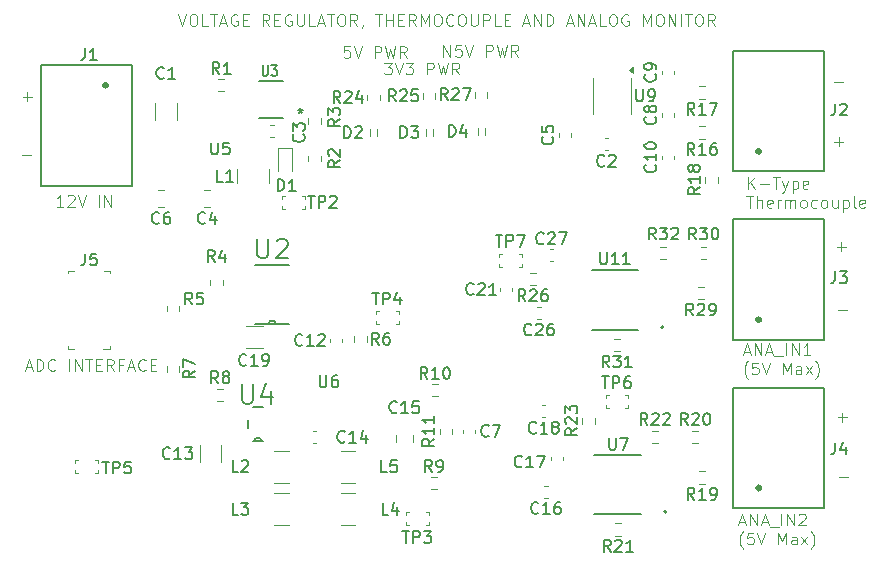
<source format=gbr>
%TF.GenerationSoftware,KiCad,Pcbnew,8.0.6*%
%TF.CreationDate,2024-11-16T21:14:38-08:00*%
%TF.ProjectId,CAN_adc,43414e5f-6164-4632-9e6b-696361645f70,rev?*%
%TF.SameCoordinates,Original*%
%TF.FileFunction,Legend,Top*%
%TF.FilePolarity,Positive*%
%FSLAX46Y46*%
G04 Gerber Fmt 4.6, Leading zero omitted, Abs format (unit mm)*
G04 Created by KiCad (PCBNEW 8.0.6) date 2024-11-16 21:14:38*
%MOMM*%
%LPD*%
G01*
G04 APERTURE LIST*
%ADD10C,0.100000*%
%ADD11C,0.150000*%
%ADD12C,0.120000*%
%ADD13C,0.127000*%
%ADD14C,0.200000*%
%ADD15C,0.152400*%
%ADD16C,0.400000*%
G04 APERTURE END LIST*
D10*
X132803884Y-66062475D02*
X132803884Y-65062475D01*
X133375312Y-66062475D02*
X132946741Y-65491046D01*
X133375312Y-65062475D02*
X132803884Y-65633903D01*
X133803884Y-65681522D02*
X134565789Y-65681522D01*
X134899122Y-65062475D02*
X135470550Y-65062475D01*
X135184836Y-66062475D02*
X135184836Y-65062475D01*
X135708646Y-65395808D02*
X135946741Y-66062475D01*
X136184836Y-65395808D02*
X135946741Y-66062475D01*
X135946741Y-66062475D02*
X135851503Y-66300570D01*
X135851503Y-66300570D02*
X135803884Y-66348189D01*
X135803884Y-66348189D02*
X135708646Y-66395808D01*
X136565789Y-65395808D02*
X136565789Y-66395808D01*
X136565789Y-65443427D02*
X136661027Y-65395808D01*
X136661027Y-65395808D02*
X136851503Y-65395808D01*
X136851503Y-65395808D02*
X136946741Y-65443427D01*
X136946741Y-65443427D02*
X136994360Y-65491046D01*
X136994360Y-65491046D02*
X137041979Y-65586284D01*
X137041979Y-65586284D02*
X137041979Y-65871998D01*
X137041979Y-65871998D02*
X136994360Y-65967236D01*
X136994360Y-65967236D02*
X136946741Y-66014856D01*
X136946741Y-66014856D02*
X136851503Y-66062475D01*
X136851503Y-66062475D02*
X136661027Y-66062475D01*
X136661027Y-66062475D02*
X136565789Y-66014856D01*
X137851503Y-66014856D02*
X137756265Y-66062475D01*
X137756265Y-66062475D02*
X137565789Y-66062475D01*
X137565789Y-66062475D02*
X137470551Y-66014856D01*
X137470551Y-66014856D02*
X137422932Y-65919617D01*
X137422932Y-65919617D02*
X137422932Y-65538665D01*
X137422932Y-65538665D02*
X137470551Y-65443427D01*
X137470551Y-65443427D02*
X137565789Y-65395808D01*
X137565789Y-65395808D02*
X137756265Y-65395808D01*
X137756265Y-65395808D02*
X137851503Y-65443427D01*
X137851503Y-65443427D02*
X137899122Y-65538665D01*
X137899122Y-65538665D02*
X137899122Y-65633903D01*
X137899122Y-65633903D02*
X137422932Y-65729141D01*
X132661027Y-66672419D02*
X133232455Y-66672419D01*
X132946741Y-67672419D02*
X132946741Y-66672419D01*
X133565789Y-67672419D02*
X133565789Y-66672419D01*
X133994360Y-67672419D02*
X133994360Y-67148609D01*
X133994360Y-67148609D02*
X133946741Y-67053371D01*
X133946741Y-67053371D02*
X133851503Y-67005752D01*
X133851503Y-67005752D02*
X133708646Y-67005752D01*
X133708646Y-67005752D02*
X133613408Y-67053371D01*
X133613408Y-67053371D02*
X133565789Y-67100990D01*
X134851503Y-67624800D02*
X134756265Y-67672419D01*
X134756265Y-67672419D02*
X134565789Y-67672419D01*
X134565789Y-67672419D02*
X134470551Y-67624800D01*
X134470551Y-67624800D02*
X134422932Y-67529561D01*
X134422932Y-67529561D02*
X134422932Y-67148609D01*
X134422932Y-67148609D02*
X134470551Y-67053371D01*
X134470551Y-67053371D02*
X134565789Y-67005752D01*
X134565789Y-67005752D02*
X134756265Y-67005752D01*
X134756265Y-67005752D02*
X134851503Y-67053371D01*
X134851503Y-67053371D02*
X134899122Y-67148609D01*
X134899122Y-67148609D02*
X134899122Y-67243847D01*
X134899122Y-67243847D02*
X134422932Y-67339085D01*
X135327694Y-67672419D02*
X135327694Y-67005752D01*
X135327694Y-67196228D02*
X135375313Y-67100990D01*
X135375313Y-67100990D02*
X135422932Y-67053371D01*
X135422932Y-67053371D02*
X135518170Y-67005752D01*
X135518170Y-67005752D02*
X135613408Y-67005752D01*
X135946742Y-67672419D02*
X135946742Y-67005752D01*
X135946742Y-67100990D02*
X135994361Y-67053371D01*
X135994361Y-67053371D02*
X136089599Y-67005752D01*
X136089599Y-67005752D02*
X136232456Y-67005752D01*
X136232456Y-67005752D02*
X136327694Y-67053371D01*
X136327694Y-67053371D02*
X136375313Y-67148609D01*
X136375313Y-67148609D02*
X136375313Y-67672419D01*
X136375313Y-67148609D02*
X136422932Y-67053371D01*
X136422932Y-67053371D02*
X136518170Y-67005752D01*
X136518170Y-67005752D02*
X136661027Y-67005752D01*
X136661027Y-67005752D02*
X136756266Y-67053371D01*
X136756266Y-67053371D02*
X136803885Y-67148609D01*
X136803885Y-67148609D02*
X136803885Y-67672419D01*
X137422932Y-67672419D02*
X137327694Y-67624800D01*
X137327694Y-67624800D02*
X137280075Y-67577180D01*
X137280075Y-67577180D02*
X137232456Y-67481942D01*
X137232456Y-67481942D02*
X137232456Y-67196228D01*
X137232456Y-67196228D02*
X137280075Y-67100990D01*
X137280075Y-67100990D02*
X137327694Y-67053371D01*
X137327694Y-67053371D02*
X137422932Y-67005752D01*
X137422932Y-67005752D02*
X137565789Y-67005752D01*
X137565789Y-67005752D02*
X137661027Y-67053371D01*
X137661027Y-67053371D02*
X137708646Y-67100990D01*
X137708646Y-67100990D02*
X137756265Y-67196228D01*
X137756265Y-67196228D02*
X137756265Y-67481942D01*
X137756265Y-67481942D02*
X137708646Y-67577180D01*
X137708646Y-67577180D02*
X137661027Y-67624800D01*
X137661027Y-67624800D02*
X137565789Y-67672419D01*
X137565789Y-67672419D02*
X137422932Y-67672419D01*
X138613408Y-67624800D02*
X138518170Y-67672419D01*
X138518170Y-67672419D02*
X138327694Y-67672419D01*
X138327694Y-67672419D02*
X138232456Y-67624800D01*
X138232456Y-67624800D02*
X138184837Y-67577180D01*
X138184837Y-67577180D02*
X138137218Y-67481942D01*
X138137218Y-67481942D02*
X138137218Y-67196228D01*
X138137218Y-67196228D02*
X138184837Y-67100990D01*
X138184837Y-67100990D02*
X138232456Y-67053371D01*
X138232456Y-67053371D02*
X138327694Y-67005752D01*
X138327694Y-67005752D02*
X138518170Y-67005752D01*
X138518170Y-67005752D02*
X138613408Y-67053371D01*
X139184837Y-67672419D02*
X139089599Y-67624800D01*
X139089599Y-67624800D02*
X139041980Y-67577180D01*
X139041980Y-67577180D02*
X138994361Y-67481942D01*
X138994361Y-67481942D02*
X138994361Y-67196228D01*
X138994361Y-67196228D02*
X139041980Y-67100990D01*
X139041980Y-67100990D02*
X139089599Y-67053371D01*
X139089599Y-67053371D02*
X139184837Y-67005752D01*
X139184837Y-67005752D02*
X139327694Y-67005752D01*
X139327694Y-67005752D02*
X139422932Y-67053371D01*
X139422932Y-67053371D02*
X139470551Y-67100990D01*
X139470551Y-67100990D02*
X139518170Y-67196228D01*
X139518170Y-67196228D02*
X139518170Y-67481942D01*
X139518170Y-67481942D02*
X139470551Y-67577180D01*
X139470551Y-67577180D02*
X139422932Y-67624800D01*
X139422932Y-67624800D02*
X139327694Y-67672419D01*
X139327694Y-67672419D02*
X139184837Y-67672419D01*
X140375313Y-67005752D02*
X140375313Y-67672419D01*
X139946742Y-67005752D02*
X139946742Y-67529561D01*
X139946742Y-67529561D02*
X139994361Y-67624800D01*
X139994361Y-67624800D02*
X140089599Y-67672419D01*
X140089599Y-67672419D02*
X140232456Y-67672419D01*
X140232456Y-67672419D02*
X140327694Y-67624800D01*
X140327694Y-67624800D02*
X140375313Y-67577180D01*
X140851504Y-67005752D02*
X140851504Y-68005752D01*
X140851504Y-67053371D02*
X140946742Y-67005752D01*
X140946742Y-67005752D02*
X141137218Y-67005752D01*
X141137218Y-67005752D02*
X141232456Y-67053371D01*
X141232456Y-67053371D02*
X141280075Y-67100990D01*
X141280075Y-67100990D02*
X141327694Y-67196228D01*
X141327694Y-67196228D02*
X141327694Y-67481942D01*
X141327694Y-67481942D02*
X141280075Y-67577180D01*
X141280075Y-67577180D02*
X141232456Y-67624800D01*
X141232456Y-67624800D02*
X141137218Y-67672419D01*
X141137218Y-67672419D02*
X140946742Y-67672419D01*
X140946742Y-67672419D02*
X140851504Y-67624800D01*
X141899123Y-67672419D02*
X141803885Y-67624800D01*
X141803885Y-67624800D02*
X141756266Y-67529561D01*
X141756266Y-67529561D02*
X141756266Y-66672419D01*
X142661028Y-67624800D02*
X142565790Y-67672419D01*
X142565790Y-67672419D02*
X142375314Y-67672419D01*
X142375314Y-67672419D02*
X142280076Y-67624800D01*
X142280076Y-67624800D02*
X142232457Y-67529561D01*
X142232457Y-67529561D02*
X142232457Y-67148609D01*
X142232457Y-67148609D02*
X142280076Y-67053371D01*
X142280076Y-67053371D02*
X142375314Y-67005752D01*
X142375314Y-67005752D02*
X142565790Y-67005752D01*
X142565790Y-67005752D02*
X142661028Y-67053371D01*
X142661028Y-67053371D02*
X142708647Y-67148609D01*
X142708647Y-67148609D02*
X142708647Y-67243847D01*
X142708647Y-67243847D02*
X142232457Y-67339085D01*
X140403884Y-85391466D02*
X141165789Y-85391466D01*
X140784836Y-85772419D02*
X140784836Y-85010514D01*
X140303884Y-70991466D02*
X141065789Y-70991466D01*
X140684836Y-71372419D02*
X140684836Y-70610514D01*
X140103884Y-62091466D02*
X140865789Y-62091466D01*
X140484836Y-62472419D02*
X140484836Y-61710514D01*
X140103884Y-56991466D02*
X140865789Y-56991466D01*
X132456265Y-79876760D02*
X132932455Y-79876760D01*
X132361027Y-80162475D02*
X132694360Y-79162475D01*
X132694360Y-79162475D02*
X133027693Y-80162475D01*
X133361027Y-80162475D02*
X133361027Y-79162475D01*
X133361027Y-79162475D02*
X133932455Y-80162475D01*
X133932455Y-80162475D02*
X133932455Y-79162475D01*
X134361027Y-79876760D02*
X134837217Y-79876760D01*
X134265789Y-80162475D02*
X134599122Y-79162475D01*
X134599122Y-79162475D02*
X134932455Y-80162475D01*
X135027694Y-80257713D02*
X135789598Y-80257713D01*
X136027694Y-80162475D02*
X136027694Y-79162475D01*
X136503884Y-80162475D02*
X136503884Y-79162475D01*
X136503884Y-79162475D02*
X137075312Y-80162475D01*
X137075312Y-80162475D02*
X137075312Y-79162475D01*
X138075312Y-80162475D02*
X137503884Y-80162475D01*
X137789598Y-80162475D02*
X137789598Y-79162475D01*
X137789598Y-79162475D02*
X137694360Y-79305332D01*
X137694360Y-79305332D02*
X137599122Y-79400570D01*
X137599122Y-79400570D02*
X137503884Y-79448189D01*
X132789598Y-82153371D02*
X132741979Y-82105752D01*
X132741979Y-82105752D02*
X132646741Y-81962895D01*
X132646741Y-81962895D02*
X132599122Y-81867657D01*
X132599122Y-81867657D02*
X132551503Y-81724800D01*
X132551503Y-81724800D02*
X132503884Y-81486704D01*
X132503884Y-81486704D02*
X132503884Y-81296228D01*
X132503884Y-81296228D02*
X132551503Y-81058133D01*
X132551503Y-81058133D02*
X132599122Y-80915276D01*
X132599122Y-80915276D02*
X132646741Y-80820038D01*
X132646741Y-80820038D02*
X132741979Y-80677180D01*
X132741979Y-80677180D02*
X132789598Y-80629561D01*
X133646741Y-80772419D02*
X133170551Y-80772419D01*
X133170551Y-80772419D02*
X133122932Y-81248609D01*
X133122932Y-81248609D02*
X133170551Y-81200990D01*
X133170551Y-81200990D02*
X133265789Y-81153371D01*
X133265789Y-81153371D02*
X133503884Y-81153371D01*
X133503884Y-81153371D02*
X133599122Y-81200990D01*
X133599122Y-81200990D02*
X133646741Y-81248609D01*
X133646741Y-81248609D02*
X133694360Y-81343847D01*
X133694360Y-81343847D02*
X133694360Y-81581942D01*
X133694360Y-81581942D02*
X133646741Y-81677180D01*
X133646741Y-81677180D02*
X133599122Y-81724800D01*
X133599122Y-81724800D02*
X133503884Y-81772419D01*
X133503884Y-81772419D02*
X133265789Y-81772419D01*
X133265789Y-81772419D02*
X133170551Y-81724800D01*
X133170551Y-81724800D02*
X133122932Y-81677180D01*
X133980075Y-80772419D02*
X134313408Y-81772419D01*
X134313408Y-81772419D02*
X134646741Y-80772419D01*
X135741980Y-81772419D02*
X135741980Y-80772419D01*
X135741980Y-80772419D02*
X136075313Y-81486704D01*
X136075313Y-81486704D02*
X136408646Y-80772419D01*
X136408646Y-80772419D02*
X136408646Y-81772419D01*
X137313408Y-81772419D02*
X137313408Y-81248609D01*
X137313408Y-81248609D02*
X137265789Y-81153371D01*
X137265789Y-81153371D02*
X137170551Y-81105752D01*
X137170551Y-81105752D02*
X136980075Y-81105752D01*
X136980075Y-81105752D02*
X136884837Y-81153371D01*
X137313408Y-81724800D02*
X137218170Y-81772419D01*
X137218170Y-81772419D02*
X136980075Y-81772419D01*
X136980075Y-81772419D02*
X136884837Y-81724800D01*
X136884837Y-81724800D02*
X136837218Y-81629561D01*
X136837218Y-81629561D02*
X136837218Y-81534323D01*
X136837218Y-81534323D02*
X136884837Y-81439085D01*
X136884837Y-81439085D02*
X136980075Y-81391466D01*
X136980075Y-81391466D02*
X137218170Y-81391466D01*
X137218170Y-81391466D02*
X137313408Y-81343847D01*
X137694361Y-81772419D02*
X138218170Y-81105752D01*
X137694361Y-81105752D02*
X138218170Y-81772419D01*
X138503885Y-82153371D02*
X138551504Y-82105752D01*
X138551504Y-82105752D02*
X138646742Y-81962895D01*
X138646742Y-81962895D02*
X138694361Y-81867657D01*
X138694361Y-81867657D02*
X138741980Y-81724800D01*
X138741980Y-81724800D02*
X138789599Y-81486704D01*
X138789599Y-81486704D02*
X138789599Y-81296228D01*
X138789599Y-81296228D02*
X138741980Y-81058133D01*
X138741980Y-81058133D02*
X138694361Y-80915276D01*
X138694361Y-80915276D02*
X138646742Y-80820038D01*
X138646742Y-80820038D02*
X138551504Y-80677180D01*
X138551504Y-80677180D02*
X138503885Y-80629561D01*
X132056265Y-94276760D02*
X132532455Y-94276760D01*
X131961027Y-94562475D02*
X132294360Y-93562475D01*
X132294360Y-93562475D02*
X132627693Y-94562475D01*
X132961027Y-94562475D02*
X132961027Y-93562475D01*
X132961027Y-93562475D02*
X133532455Y-94562475D01*
X133532455Y-94562475D02*
X133532455Y-93562475D01*
X133961027Y-94276760D02*
X134437217Y-94276760D01*
X133865789Y-94562475D02*
X134199122Y-93562475D01*
X134199122Y-93562475D02*
X134532455Y-94562475D01*
X134627694Y-94657713D02*
X135389598Y-94657713D01*
X135627694Y-94562475D02*
X135627694Y-93562475D01*
X136103884Y-94562475D02*
X136103884Y-93562475D01*
X136103884Y-93562475D02*
X136675312Y-94562475D01*
X136675312Y-94562475D02*
X136675312Y-93562475D01*
X137103884Y-93657713D02*
X137151503Y-93610094D01*
X137151503Y-93610094D02*
X137246741Y-93562475D01*
X137246741Y-93562475D02*
X137484836Y-93562475D01*
X137484836Y-93562475D02*
X137580074Y-93610094D01*
X137580074Y-93610094D02*
X137627693Y-93657713D01*
X137627693Y-93657713D02*
X137675312Y-93752951D01*
X137675312Y-93752951D02*
X137675312Y-93848189D01*
X137675312Y-93848189D02*
X137627693Y-93991046D01*
X137627693Y-93991046D02*
X137056265Y-94562475D01*
X137056265Y-94562475D02*
X137675312Y-94562475D01*
X132389598Y-96553371D02*
X132341979Y-96505752D01*
X132341979Y-96505752D02*
X132246741Y-96362895D01*
X132246741Y-96362895D02*
X132199122Y-96267657D01*
X132199122Y-96267657D02*
X132151503Y-96124800D01*
X132151503Y-96124800D02*
X132103884Y-95886704D01*
X132103884Y-95886704D02*
X132103884Y-95696228D01*
X132103884Y-95696228D02*
X132151503Y-95458133D01*
X132151503Y-95458133D02*
X132199122Y-95315276D01*
X132199122Y-95315276D02*
X132246741Y-95220038D01*
X132246741Y-95220038D02*
X132341979Y-95077180D01*
X132341979Y-95077180D02*
X132389598Y-95029561D01*
X133246741Y-95172419D02*
X132770551Y-95172419D01*
X132770551Y-95172419D02*
X132722932Y-95648609D01*
X132722932Y-95648609D02*
X132770551Y-95600990D01*
X132770551Y-95600990D02*
X132865789Y-95553371D01*
X132865789Y-95553371D02*
X133103884Y-95553371D01*
X133103884Y-95553371D02*
X133199122Y-95600990D01*
X133199122Y-95600990D02*
X133246741Y-95648609D01*
X133246741Y-95648609D02*
X133294360Y-95743847D01*
X133294360Y-95743847D02*
X133294360Y-95981942D01*
X133294360Y-95981942D02*
X133246741Y-96077180D01*
X133246741Y-96077180D02*
X133199122Y-96124800D01*
X133199122Y-96124800D02*
X133103884Y-96172419D01*
X133103884Y-96172419D02*
X132865789Y-96172419D01*
X132865789Y-96172419D02*
X132770551Y-96124800D01*
X132770551Y-96124800D02*
X132722932Y-96077180D01*
X133580075Y-95172419D02*
X133913408Y-96172419D01*
X133913408Y-96172419D02*
X134246741Y-95172419D01*
X135341980Y-96172419D02*
X135341980Y-95172419D01*
X135341980Y-95172419D02*
X135675313Y-95886704D01*
X135675313Y-95886704D02*
X136008646Y-95172419D01*
X136008646Y-95172419D02*
X136008646Y-96172419D01*
X136913408Y-96172419D02*
X136913408Y-95648609D01*
X136913408Y-95648609D02*
X136865789Y-95553371D01*
X136865789Y-95553371D02*
X136770551Y-95505752D01*
X136770551Y-95505752D02*
X136580075Y-95505752D01*
X136580075Y-95505752D02*
X136484837Y-95553371D01*
X136913408Y-96124800D02*
X136818170Y-96172419D01*
X136818170Y-96172419D02*
X136580075Y-96172419D01*
X136580075Y-96172419D02*
X136484837Y-96124800D01*
X136484837Y-96124800D02*
X136437218Y-96029561D01*
X136437218Y-96029561D02*
X136437218Y-95934323D01*
X136437218Y-95934323D02*
X136484837Y-95839085D01*
X136484837Y-95839085D02*
X136580075Y-95791466D01*
X136580075Y-95791466D02*
X136818170Y-95791466D01*
X136818170Y-95791466D02*
X136913408Y-95743847D01*
X137294361Y-96172419D02*
X137818170Y-95505752D01*
X137294361Y-95505752D02*
X137818170Y-96172419D01*
X138103885Y-96553371D02*
X138151504Y-96505752D01*
X138151504Y-96505752D02*
X138246742Y-96362895D01*
X138246742Y-96362895D02*
X138294361Y-96267657D01*
X138294361Y-96267657D02*
X138341980Y-96124800D01*
X138341980Y-96124800D02*
X138389599Y-95886704D01*
X138389599Y-95886704D02*
X138389599Y-95696228D01*
X138389599Y-95696228D02*
X138341980Y-95458133D01*
X138341980Y-95458133D02*
X138294361Y-95315276D01*
X138294361Y-95315276D02*
X138246742Y-95220038D01*
X138246742Y-95220038D02*
X138151504Y-95077180D01*
X138151504Y-95077180D02*
X138103885Y-95029561D01*
X140403884Y-76291466D02*
X141165789Y-76291466D01*
X140503884Y-90491466D02*
X141265789Y-90491466D01*
X71656265Y-81186704D02*
X72132455Y-81186704D01*
X71561027Y-81472419D02*
X71894360Y-80472419D01*
X71894360Y-80472419D02*
X72227693Y-81472419D01*
X72561027Y-81472419D02*
X72561027Y-80472419D01*
X72561027Y-80472419D02*
X72799122Y-80472419D01*
X72799122Y-80472419D02*
X72941979Y-80520038D01*
X72941979Y-80520038D02*
X73037217Y-80615276D01*
X73037217Y-80615276D02*
X73084836Y-80710514D01*
X73084836Y-80710514D02*
X73132455Y-80900990D01*
X73132455Y-80900990D02*
X73132455Y-81043847D01*
X73132455Y-81043847D02*
X73084836Y-81234323D01*
X73084836Y-81234323D02*
X73037217Y-81329561D01*
X73037217Y-81329561D02*
X72941979Y-81424800D01*
X72941979Y-81424800D02*
X72799122Y-81472419D01*
X72799122Y-81472419D02*
X72561027Y-81472419D01*
X74132455Y-81377180D02*
X74084836Y-81424800D01*
X74084836Y-81424800D02*
X73941979Y-81472419D01*
X73941979Y-81472419D02*
X73846741Y-81472419D01*
X73846741Y-81472419D02*
X73703884Y-81424800D01*
X73703884Y-81424800D02*
X73608646Y-81329561D01*
X73608646Y-81329561D02*
X73561027Y-81234323D01*
X73561027Y-81234323D02*
X73513408Y-81043847D01*
X73513408Y-81043847D02*
X73513408Y-80900990D01*
X73513408Y-80900990D02*
X73561027Y-80710514D01*
X73561027Y-80710514D02*
X73608646Y-80615276D01*
X73608646Y-80615276D02*
X73703884Y-80520038D01*
X73703884Y-80520038D02*
X73846741Y-80472419D01*
X73846741Y-80472419D02*
X73941979Y-80472419D01*
X73941979Y-80472419D02*
X74084836Y-80520038D01*
X74084836Y-80520038D02*
X74132455Y-80567657D01*
X75322932Y-81472419D02*
X75322932Y-80472419D01*
X75799122Y-81472419D02*
X75799122Y-80472419D01*
X75799122Y-80472419D02*
X76370550Y-81472419D01*
X76370550Y-81472419D02*
X76370550Y-80472419D01*
X76703884Y-80472419D02*
X77275312Y-80472419D01*
X76989598Y-81472419D02*
X76989598Y-80472419D01*
X77608646Y-80948609D02*
X77941979Y-80948609D01*
X78084836Y-81472419D02*
X77608646Y-81472419D01*
X77608646Y-81472419D02*
X77608646Y-80472419D01*
X77608646Y-80472419D02*
X78084836Y-80472419D01*
X79084836Y-81472419D02*
X78751503Y-80996228D01*
X78513408Y-81472419D02*
X78513408Y-80472419D01*
X78513408Y-80472419D02*
X78894360Y-80472419D01*
X78894360Y-80472419D02*
X78989598Y-80520038D01*
X78989598Y-80520038D02*
X79037217Y-80567657D01*
X79037217Y-80567657D02*
X79084836Y-80662895D01*
X79084836Y-80662895D02*
X79084836Y-80805752D01*
X79084836Y-80805752D02*
X79037217Y-80900990D01*
X79037217Y-80900990D02*
X78989598Y-80948609D01*
X78989598Y-80948609D02*
X78894360Y-80996228D01*
X78894360Y-80996228D02*
X78513408Y-80996228D01*
X79846741Y-80948609D02*
X79513408Y-80948609D01*
X79513408Y-81472419D02*
X79513408Y-80472419D01*
X79513408Y-80472419D02*
X79989598Y-80472419D01*
X80322932Y-81186704D02*
X80799122Y-81186704D01*
X80227694Y-81472419D02*
X80561027Y-80472419D01*
X80561027Y-80472419D02*
X80894360Y-81472419D01*
X81799122Y-81377180D02*
X81751503Y-81424800D01*
X81751503Y-81424800D02*
X81608646Y-81472419D01*
X81608646Y-81472419D02*
X81513408Y-81472419D01*
X81513408Y-81472419D02*
X81370551Y-81424800D01*
X81370551Y-81424800D02*
X81275313Y-81329561D01*
X81275313Y-81329561D02*
X81227694Y-81234323D01*
X81227694Y-81234323D02*
X81180075Y-81043847D01*
X81180075Y-81043847D02*
X81180075Y-80900990D01*
X81180075Y-80900990D02*
X81227694Y-80710514D01*
X81227694Y-80710514D02*
X81275313Y-80615276D01*
X81275313Y-80615276D02*
X81370551Y-80520038D01*
X81370551Y-80520038D02*
X81513408Y-80472419D01*
X81513408Y-80472419D02*
X81608646Y-80472419D01*
X81608646Y-80472419D02*
X81751503Y-80520038D01*
X81751503Y-80520038D02*
X81799122Y-80567657D01*
X82227694Y-80948609D02*
X82561027Y-80948609D01*
X82703884Y-81472419D02*
X82227694Y-81472419D01*
X82227694Y-81472419D02*
X82227694Y-80472419D01*
X82227694Y-80472419D02*
X82703884Y-80472419D01*
X84561027Y-51272419D02*
X84894360Y-52272419D01*
X84894360Y-52272419D02*
X85227693Y-51272419D01*
X85751503Y-51272419D02*
X85941979Y-51272419D01*
X85941979Y-51272419D02*
X86037217Y-51320038D01*
X86037217Y-51320038D02*
X86132455Y-51415276D01*
X86132455Y-51415276D02*
X86180074Y-51605752D01*
X86180074Y-51605752D02*
X86180074Y-51939085D01*
X86180074Y-51939085D02*
X86132455Y-52129561D01*
X86132455Y-52129561D02*
X86037217Y-52224800D01*
X86037217Y-52224800D02*
X85941979Y-52272419D01*
X85941979Y-52272419D02*
X85751503Y-52272419D01*
X85751503Y-52272419D02*
X85656265Y-52224800D01*
X85656265Y-52224800D02*
X85561027Y-52129561D01*
X85561027Y-52129561D02*
X85513408Y-51939085D01*
X85513408Y-51939085D02*
X85513408Y-51605752D01*
X85513408Y-51605752D02*
X85561027Y-51415276D01*
X85561027Y-51415276D02*
X85656265Y-51320038D01*
X85656265Y-51320038D02*
X85751503Y-51272419D01*
X87084836Y-52272419D02*
X86608646Y-52272419D01*
X86608646Y-52272419D02*
X86608646Y-51272419D01*
X87275313Y-51272419D02*
X87846741Y-51272419D01*
X87561027Y-52272419D02*
X87561027Y-51272419D01*
X88132456Y-51986704D02*
X88608646Y-51986704D01*
X88037218Y-52272419D02*
X88370551Y-51272419D01*
X88370551Y-51272419D02*
X88703884Y-52272419D01*
X89561027Y-51320038D02*
X89465789Y-51272419D01*
X89465789Y-51272419D02*
X89322932Y-51272419D01*
X89322932Y-51272419D02*
X89180075Y-51320038D01*
X89180075Y-51320038D02*
X89084837Y-51415276D01*
X89084837Y-51415276D02*
X89037218Y-51510514D01*
X89037218Y-51510514D02*
X88989599Y-51700990D01*
X88989599Y-51700990D02*
X88989599Y-51843847D01*
X88989599Y-51843847D02*
X89037218Y-52034323D01*
X89037218Y-52034323D02*
X89084837Y-52129561D01*
X89084837Y-52129561D02*
X89180075Y-52224800D01*
X89180075Y-52224800D02*
X89322932Y-52272419D01*
X89322932Y-52272419D02*
X89418170Y-52272419D01*
X89418170Y-52272419D02*
X89561027Y-52224800D01*
X89561027Y-52224800D02*
X89608646Y-52177180D01*
X89608646Y-52177180D02*
X89608646Y-51843847D01*
X89608646Y-51843847D02*
X89418170Y-51843847D01*
X90037218Y-51748609D02*
X90370551Y-51748609D01*
X90513408Y-52272419D02*
X90037218Y-52272419D01*
X90037218Y-52272419D02*
X90037218Y-51272419D01*
X90037218Y-51272419D02*
X90513408Y-51272419D01*
X92275313Y-52272419D02*
X91941980Y-51796228D01*
X91703885Y-52272419D02*
X91703885Y-51272419D01*
X91703885Y-51272419D02*
X92084837Y-51272419D01*
X92084837Y-51272419D02*
X92180075Y-51320038D01*
X92180075Y-51320038D02*
X92227694Y-51367657D01*
X92227694Y-51367657D02*
X92275313Y-51462895D01*
X92275313Y-51462895D02*
X92275313Y-51605752D01*
X92275313Y-51605752D02*
X92227694Y-51700990D01*
X92227694Y-51700990D02*
X92180075Y-51748609D01*
X92180075Y-51748609D02*
X92084837Y-51796228D01*
X92084837Y-51796228D02*
X91703885Y-51796228D01*
X92703885Y-51748609D02*
X93037218Y-51748609D01*
X93180075Y-52272419D02*
X92703885Y-52272419D01*
X92703885Y-52272419D02*
X92703885Y-51272419D01*
X92703885Y-51272419D02*
X93180075Y-51272419D01*
X94132456Y-51320038D02*
X94037218Y-51272419D01*
X94037218Y-51272419D02*
X93894361Y-51272419D01*
X93894361Y-51272419D02*
X93751504Y-51320038D01*
X93751504Y-51320038D02*
X93656266Y-51415276D01*
X93656266Y-51415276D02*
X93608647Y-51510514D01*
X93608647Y-51510514D02*
X93561028Y-51700990D01*
X93561028Y-51700990D02*
X93561028Y-51843847D01*
X93561028Y-51843847D02*
X93608647Y-52034323D01*
X93608647Y-52034323D02*
X93656266Y-52129561D01*
X93656266Y-52129561D02*
X93751504Y-52224800D01*
X93751504Y-52224800D02*
X93894361Y-52272419D01*
X93894361Y-52272419D02*
X93989599Y-52272419D01*
X93989599Y-52272419D02*
X94132456Y-52224800D01*
X94132456Y-52224800D02*
X94180075Y-52177180D01*
X94180075Y-52177180D02*
X94180075Y-51843847D01*
X94180075Y-51843847D02*
X93989599Y-51843847D01*
X94608647Y-51272419D02*
X94608647Y-52081942D01*
X94608647Y-52081942D02*
X94656266Y-52177180D01*
X94656266Y-52177180D02*
X94703885Y-52224800D01*
X94703885Y-52224800D02*
X94799123Y-52272419D01*
X94799123Y-52272419D02*
X94989599Y-52272419D01*
X94989599Y-52272419D02*
X95084837Y-52224800D01*
X95084837Y-52224800D02*
X95132456Y-52177180D01*
X95132456Y-52177180D02*
X95180075Y-52081942D01*
X95180075Y-52081942D02*
X95180075Y-51272419D01*
X96132456Y-52272419D02*
X95656266Y-52272419D01*
X95656266Y-52272419D02*
X95656266Y-51272419D01*
X96418171Y-51986704D02*
X96894361Y-51986704D01*
X96322933Y-52272419D02*
X96656266Y-51272419D01*
X96656266Y-51272419D02*
X96989599Y-52272419D01*
X97180076Y-51272419D02*
X97751504Y-51272419D01*
X97465790Y-52272419D02*
X97465790Y-51272419D01*
X98275314Y-51272419D02*
X98465790Y-51272419D01*
X98465790Y-51272419D02*
X98561028Y-51320038D01*
X98561028Y-51320038D02*
X98656266Y-51415276D01*
X98656266Y-51415276D02*
X98703885Y-51605752D01*
X98703885Y-51605752D02*
X98703885Y-51939085D01*
X98703885Y-51939085D02*
X98656266Y-52129561D01*
X98656266Y-52129561D02*
X98561028Y-52224800D01*
X98561028Y-52224800D02*
X98465790Y-52272419D01*
X98465790Y-52272419D02*
X98275314Y-52272419D01*
X98275314Y-52272419D02*
X98180076Y-52224800D01*
X98180076Y-52224800D02*
X98084838Y-52129561D01*
X98084838Y-52129561D02*
X98037219Y-51939085D01*
X98037219Y-51939085D02*
X98037219Y-51605752D01*
X98037219Y-51605752D02*
X98084838Y-51415276D01*
X98084838Y-51415276D02*
X98180076Y-51320038D01*
X98180076Y-51320038D02*
X98275314Y-51272419D01*
X99703885Y-52272419D02*
X99370552Y-51796228D01*
X99132457Y-52272419D02*
X99132457Y-51272419D01*
X99132457Y-51272419D02*
X99513409Y-51272419D01*
X99513409Y-51272419D02*
X99608647Y-51320038D01*
X99608647Y-51320038D02*
X99656266Y-51367657D01*
X99656266Y-51367657D02*
X99703885Y-51462895D01*
X99703885Y-51462895D02*
X99703885Y-51605752D01*
X99703885Y-51605752D02*
X99656266Y-51700990D01*
X99656266Y-51700990D02*
X99608647Y-51748609D01*
X99608647Y-51748609D02*
X99513409Y-51796228D01*
X99513409Y-51796228D02*
X99132457Y-51796228D01*
X100180076Y-52224800D02*
X100180076Y-52272419D01*
X100180076Y-52272419D02*
X100132457Y-52367657D01*
X100132457Y-52367657D02*
X100084838Y-52415276D01*
X101227695Y-51272419D02*
X101799123Y-51272419D01*
X101513409Y-52272419D02*
X101513409Y-51272419D01*
X102132457Y-52272419D02*
X102132457Y-51272419D01*
X102132457Y-51748609D02*
X102703885Y-51748609D01*
X102703885Y-52272419D02*
X102703885Y-51272419D01*
X103180076Y-51748609D02*
X103513409Y-51748609D01*
X103656266Y-52272419D02*
X103180076Y-52272419D01*
X103180076Y-52272419D02*
X103180076Y-51272419D01*
X103180076Y-51272419D02*
X103656266Y-51272419D01*
X104656266Y-52272419D02*
X104322933Y-51796228D01*
X104084838Y-52272419D02*
X104084838Y-51272419D01*
X104084838Y-51272419D02*
X104465790Y-51272419D01*
X104465790Y-51272419D02*
X104561028Y-51320038D01*
X104561028Y-51320038D02*
X104608647Y-51367657D01*
X104608647Y-51367657D02*
X104656266Y-51462895D01*
X104656266Y-51462895D02*
X104656266Y-51605752D01*
X104656266Y-51605752D02*
X104608647Y-51700990D01*
X104608647Y-51700990D02*
X104561028Y-51748609D01*
X104561028Y-51748609D02*
X104465790Y-51796228D01*
X104465790Y-51796228D02*
X104084838Y-51796228D01*
X105084838Y-52272419D02*
X105084838Y-51272419D01*
X105084838Y-51272419D02*
X105418171Y-51986704D01*
X105418171Y-51986704D02*
X105751504Y-51272419D01*
X105751504Y-51272419D02*
X105751504Y-52272419D01*
X106418171Y-51272419D02*
X106608647Y-51272419D01*
X106608647Y-51272419D02*
X106703885Y-51320038D01*
X106703885Y-51320038D02*
X106799123Y-51415276D01*
X106799123Y-51415276D02*
X106846742Y-51605752D01*
X106846742Y-51605752D02*
X106846742Y-51939085D01*
X106846742Y-51939085D02*
X106799123Y-52129561D01*
X106799123Y-52129561D02*
X106703885Y-52224800D01*
X106703885Y-52224800D02*
X106608647Y-52272419D01*
X106608647Y-52272419D02*
X106418171Y-52272419D01*
X106418171Y-52272419D02*
X106322933Y-52224800D01*
X106322933Y-52224800D02*
X106227695Y-52129561D01*
X106227695Y-52129561D02*
X106180076Y-51939085D01*
X106180076Y-51939085D02*
X106180076Y-51605752D01*
X106180076Y-51605752D02*
X106227695Y-51415276D01*
X106227695Y-51415276D02*
X106322933Y-51320038D01*
X106322933Y-51320038D02*
X106418171Y-51272419D01*
X107846742Y-52177180D02*
X107799123Y-52224800D01*
X107799123Y-52224800D02*
X107656266Y-52272419D01*
X107656266Y-52272419D02*
X107561028Y-52272419D01*
X107561028Y-52272419D02*
X107418171Y-52224800D01*
X107418171Y-52224800D02*
X107322933Y-52129561D01*
X107322933Y-52129561D02*
X107275314Y-52034323D01*
X107275314Y-52034323D02*
X107227695Y-51843847D01*
X107227695Y-51843847D02*
X107227695Y-51700990D01*
X107227695Y-51700990D02*
X107275314Y-51510514D01*
X107275314Y-51510514D02*
X107322933Y-51415276D01*
X107322933Y-51415276D02*
X107418171Y-51320038D01*
X107418171Y-51320038D02*
X107561028Y-51272419D01*
X107561028Y-51272419D02*
X107656266Y-51272419D01*
X107656266Y-51272419D02*
X107799123Y-51320038D01*
X107799123Y-51320038D02*
X107846742Y-51367657D01*
X108465790Y-51272419D02*
X108656266Y-51272419D01*
X108656266Y-51272419D02*
X108751504Y-51320038D01*
X108751504Y-51320038D02*
X108846742Y-51415276D01*
X108846742Y-51415276D02*
X108894361Y-51605752D01*
X108894361Y-51605752D02*
X108894361Y-51939085D01*
X108894361Y-51939085D02*
X108846742Y-52129561D01*
X108846742Y-52129561D02*
X108751504Y-52224800D01*
X108751504Y-52224800D02*
X108656266Y-52272419D01*
X108656266Y-52272419D02*
X108465790Y-52272419D01*
X108465790Y-52272419D02*
X108370552Y-52224800D01*
X108370552Y-52224800D02*
X108275314Y-52129561D01*
X108275314Y-52129561D02*
X108227695Y-51939085D01*
X108227695Y-51939085D02*
X108227695Y-51605752D01*
X108227695Y-51605752D02*
X108275314Y-51415276D01*
X108275314Y-51415276D02*
X108370552Y-51320038D01*
X108370552Y-51320038D02*
X108465790Y-51272419D01*
X109322933Y-51272419D02*
X109322933Y-52081942D01*
X109322933Y-52081942D02*
X109370552Y-52177180D01*
X109370552Y-52177180D02*
X109418171Y-52224800D01*
X109418171Y-52224800D02*
X109513409Y-52272419D01*
X109513409Y-52272419D02*
X109703885Y-52272419D01*
X109703885Y-52272419D02*
X109799123Y-52224800D01*
X109799123Y-52224800D02*
X109846742Y-52177180D01*
X109846742Y-52177180D02*
X109894361Y-52081942D01*
X109894361Y-52081942D02*
X109894361Y-51272419D01*
X110370552Y-52272419D02*
X110370552Y-51272419D01*
X110370552Y-51272419D02*
X110751504Y-51272419D01*
X110751504Y-51272419D02*
X110846742Y-51320038D01*
X110846742Y-51320038D02*
X110894361Y-51367657D01*
X110894361Y-51367657D02*
X110941980Y-51462895D01*
X110941980Y-51462895D02*
X110941980Y-51605752D01*
X110941980Y-51605752D02*
X110894361Y-51700990D01*
X110894361Y-51700990D02*
X110846742Y-51748609D01*
X110846742Y-51748609D02*
X110751504Y-51796228D01*
X110751504Y-51796228D02*
X110370552Y-51796228D01*
X111846742Y-52272419D02*
X111370552Y-52272419D01*
X111370552Y-52272419D02*
X111370552Y-51272419D01*
X112180076Y-51748609D02*
X112513409Y-51748609D01*
X112656266Y-52272419D02*
X112180076Y-52272419D01*
X112180076Y-52272419D02*
X112180076Y-51272419D01*
X112180076Y-51272419D02*
X112656266Y-51272419D01*
X113799124Y-51986704D02*
X114275314Y-51986704D01*
X113703886Y-52272419D02*
X114037219Y-51272419D01*
X114037219Y-51272419D02*
X114370552Y-52272419D01*
X114703886Y-52272419D02*
X114703886Y-51272419D01*
X114703886Y-51272419D02*
X115275314Y-52272419D01*
X115275314Y-52272419D02*
X115275314Y-51272419D01*
X115751505Y-52272419D02*
X115751505Y-51272419D01*
X115751505Y-51272419D02*
X115989600Y-51272419D01*
X115989600Y-51272419D02*
X116132457Y-51320038D01*
X116132457Y-51320038D02*
X116227695Y-51415276D01*
X116227695Y-51415276D02*
X116275314Y-51510514D01*
X116275314Y-51510514D02*
X116322933Y-51700990D01*
X116322933Y-51700990D02*
X116322933Y-51843847D01*
X116322933Y-51843847D02*
X116275314Y-52034323D01*
X116275314Y-52034323D02*
X116227695Y-52129561D01*
X116227695Y-52129561D02*
X116132457Y-52224800D01*
X116132457Y-52224800D02*
X115989600Y-52272419D01*
X115989600Y-52272419D02*
X115751505Y-52272419D01*
X117465791Y-51986704D02*
X117941981Y-51986704D01*
X117370553Y-52272419D02*
X117703886Y-51272419D01*
X117703886Y-51272419D02*
X118037219Y-52272419D01*
X118370553Y-52272419D02*
X118370553Y-51272419D01*
X118370553Y-51272419D02*
X118941981Y-52272419D01*
X118941981Y-52272419D02*
X118941981Y-51272419D01*
X119370553Y-51986704D02*
X119846743Y-51986704D01*
X119275315Y-52272419D02*
X119608648Y-51272419D01*
X119608648Y-51272419D02*
X119941981Y-52272419D01*
X120751505Y-52272419D02*
X120275315Y-52272419D01*
X120275315Y-52272419D02*
X120275315Y-51272419D01*
X121275315Y-51272419D02*
X121465791Y-51272419D01*
X121465791Y-51272419D02*
X121561029Y-51320038D01*
X121561029Y-51320038D02*
X121656267Y-51415276D01*
X121656267Y-51415276D02*
X121703886Y-51605752D01*
X121703886Y-51605752D02*
X121703886Y-51939085D01*
X121703886Y-51939085D02*
X121656267Y-52129561D01*
X121656267Y-52129561D02*
X121561029Y-52224800D01*
X121561029Y-52224800D02*
X121465791Y-52272419D01*
X121465791Y-52272419D02*
X121275315Y-52272419D01*
X121275315Y-52272419D02*
X121180077Y-52224800D01*
X121180077Y-52224800D02*
X121084839Y-52129561D01*
X121084839Y-52129561D02*
X121037220Y-51939085D01*
X121037220Y-51939085D02*
X121037220Y-51605752D01*
X121037220Y-51605752D02*
X121084839Y-51415276D01*
X121084839Y-51415276D02*
X121180077Y-51320038D01*
X121180077Y-51320038D02*
X121275315Y-51272419D01*
X122656267Y-51320038D02*
X122561029Y-51272419D01*
X122561029Y-51272419D02*
X122418172Y-51272419D01*
X122418172Y-51272419D02*
X122275315Y-51320038D01*
X122275315Y-51320038D02*
X122180077Y-51415276D01*
X122180077Y-51415276D02*
X122132458Y-51510514D01*
X122132458Y-51510514D02*
X122084839Y-51700990D01*
X122084839Y-51700990D02*
X122084839Y-51843847D01*
X122084839Y-51843847D02*
X122132458Y-52034323D01*
X122132458Y-52034323D02*
X122180077Y-52129561D01*
X122180077Y-52129561D02*
X122275315Y-52224800D01*
X122275315Y-52224800D02*
X122418172Y-52272419D01*
X122418172Y-52272419D02*
X122513410Y-52272419D01*
X122513410Y-52272419D02*
X122656267Y-52224800D01*
X122656267Y-52224800D02*
X122703886Y-52177180D01*
X122703886Y-52177180D02*
X122703886Y-51843847D01*
X122703886Y-51843847D02*
X122513410Y-51843847D01*
X123894363Y-52272419D02*
X123894363Y-51272419D01*
X123894363Y-51272419D02*
X124227696Y-51986704D01*
X124227696Y-51986704D02*
X124561029Y-51272419D01*
X124561029Y-51272419D02*
X124561029Y-52272419D01*
X125227696Y-51272419D02*
X125418172Y-51272419D01*
X125418172Y-51272419D02*
X125513410Y-51320038D01*
X125513410Y-51320038D02*
X125608648Y-51415276D01*
X125608648Y-51415276D02*
X125656267Y-51605752D01*
X125656267Y-51605752D02*
X125656267Y-51939085D01*
X125656267Y-51939085D02*
X125608648Y-52129561D01*
X125608648Y-52129561D02*
X125513410Y-52224800D01*
X125513410Y-52224800D02*
X125418172Y-52272419D01*
X125418172Y-52272419D02*
X125227696Y-52272419D01*
X125227696Y-52272419D02*
X125132458Y-52224800D01*
X125132458Y-52224800D02*
X125037220Y-52129561D01*
X125037220Y-52129561D02*
X124989601Y-51939085D01*
X124989601Y-51939085D02*
X124989601Y-51605752D01*
X124989601Y-51605752D02*
X125037220Y-51415276D01*
X125037220Y-51415276D02*
X125132458Y-51320038D01*
X125132458Y-51320038D02*
X125227696Y-51272419D01*
X126084839Y-52272419D02*
X126084839Y-51272419D01*
X126084839Y-51272419D02*
X126656267Y-52272419D01*
X126656267Y-52272419D02*
X126656267Y-51272419D01*
X127132458Y-52272419D02*
X127132458Y-51272419D01*
X127465791Y-51272419D02*
X128037219Y-51272419D01*
X127751505Y-52272419D02*
X127751505Y-51272419D01*
X128561029Y-51272419D02*
X128751505Y-51272419D01*
X128751505Y-51272419D02*
X128846743Y-51320038D01*
X128846743Y-51320038D02*
X128941981Y-51415276D01*
X128941981Y-51415276D02*
X128989600Y-51605752D01*
X128989600Y-51605752D02*
X128989600Y-51939085D01*
X128989600Y-51939085D02*
X128941981Y-52129561D01*
X128941981Y-52129561D02*
X128846743Y-52224800D01*
X128846743Y-52224800D02*
X128751505Y-52272419D01*
X128751505Y-52272419D02*
X128561029Y-52272419D01*
X128561029Y-52272419D02*
X128465791Y-52224800D01*
X128465791Y-52224800D02*
X128370553Y-52129561D01*
X128370553Y-52129561D02*
X128322934Y-51939085D01*
X128322934Y-51939085D02*
X128322934Y-51605752D01*
X128322934Y-51605752D02*
X128370553Y-51415276D01*
X128370553Y-51415276D02*
X128465791Y-51320038D01*
X128465791Y-51320038D02*
X128561029Y-51272419D01*
X129989600Y-52272419D02*
X129656267Y-51796228D01*
X129418172Y-52272419D02*
X129418172Y-51272419D01*
X129418172Y-51272419D02*
X129799124Y-51272419D01*
X129799124Y-51272419D02*
X129894362Y-51320038D01*
X129894362Y-51320038D02*
X129941981Y-51367657D01*
X129941981Y-51367657D02*
X129989600Y-51462895D01*
X129989600Y-51462895D02*
X129989600Y-51605752D01*
X129989600Y-51605752D02*
X129941981Y-51700990D01*
X129941981Y-51700990D02*
X129894362Y-51748609D01*
X129894362Y-51748609D02*
X129799124Y-51796228D01*
X129799124Y-51796228D02*
X129418172Y-51796228D01*
X71303884Y-63191466D02*
X72065789Y-63191466D01*
X71403884Y-58291466D02*
X72165789Y-58291466D01*
X71784836Y-58672419D02*
X71784836Y-57910514D01*
X74827693Y-67572419D02*
X74256265Y-67572419D01*
X74541979Y-67572419D02*
X74541979Y-66572419D01*
X74541979Y-66572419D02*
X74446741Y-66715276D01*
X74446741Y-66715276D02*
X74351503Y-66810514D01*
X74351503Y-66810514D02*
X74256265Y-66858133D01*
X75208646Y-66667657D02*
X75256265Y-66620038D01*
X75256265Y-66620038D02*
X75351503Y-66572419D01*
X75351503Y-66572419D02*
X75589598Y-66572419D01*
X75589598Y-66572419D02*
X75684836Y-66620038D01*
X75684836Y-66620038D02*
X75732455Y-66667657D01*
X75732455Y-66667657D02*
X75780074Y-66762895D01*
X75780074Y-66762895D02*
X75780074Y-66858133D01*
X75780074Y-66858133D02*
X75732455Y-67000990D01*
X75732455Y-67000990D02*
X75161027Y-67572419D01*
X75161027Y-67572419D02*
X75780074Y-67572419D01*
X76065789Y-66572419D02*
X76399122Y-67572419D01*
X76399122Y-67572419D02*
X76732455Y-66572419D01*
X77827694Y-67572419D02*
X77827694Y-66572419D01*
X78303884Y-67572419D02*
X78303884Y-66572419D01*
X78303884Y-66572419D02*
X78875312Y-67572419D01*
X78875312Y-67572419D02*
X78875312Y-66572419D01*
X107003884Y-54874975D02*
X107003884Y-53874975D01*
X107003884Y-53874975D02*
X107575312Y-54874975D01*
X107575312Y-54874975D02*
X107575312Y-53874975D01*
X108527693Y-53874975D02*
X108051503Y-53874975D01*
X108051503Y-53874975D02*
X108003884Y-54351165D01*
X108003884Y-54351165D02*
X108051503Y-54303546D01*
X108051503Y-54303546D02*
X108146741Y-54255927D01*
X108146741Y-54255927D02*
X108384836Y-54255927D01*
X108384836Y-54255927D02*
X108480074Y-54303546D01*
X108480074Y-54303546D02*
X108527693Y-54351165D01*
X108527693Y-54351165D02*
X108575312Y-54446403D01*
X108575312Y-54446403D02*
X108575312Y-54684498D01*
X108575312Y-54684498D02*
X108527693Y-54779736D01*
X108527693Y-54779736D02*
X108480074Y-54827356D01*
X108480074Y-54827356D02*
X108384836Y-54874975D01*
X108384836Y-54874975D02*
X108146741Y-54874975D01*
X108146741Y-54874975D02*
X108051503Y-54827356D01*
X108051503Y-54827356D02*
X108003884Y-54779736D01*
X108861027Y-53874975D02*
X109194360Y-54874975D01*
X109194360Y-54874975D02*
X109527693Y-53874975D01*
X110622932Y-54874975D02*
X110622932Y-53874975D01*
X110622932Y-53874975D02*
X111003884Y-53874975D01*
X111003884Y-53874975D02*
X111099122Y-53922594D01*
X111099122Y-53922594D02*
X111146741Y-53970213D01*
X111146741Y-53970213D02*
X111194360Y-54065451D01*
X111194360Y-54065451D02*
X111194360Y-54208308D01*
X111194360Y-54208308D02*
X111146741Y-54303546D01*
X111146741Y-54303546D02*
X111099122Y-54351165D01*
X111099122Y-54351165D02*
X111003884Y-54398784D01*
X111003884Y-54398784D02*
X110622932Y-54398784D01*
X111527694Y-53874975D02*
X111765789Y-54874975D01*
X111765789Y-54874975D02*
X111956265Y-54160689D01*
X111956265Y-54160689D02*
X112146741Y-54874975D01*
X112146741Y-54874975D02*
X112384837Y-53874975D01*
X113337217Y-54874975D02*
X113003884Y-54398784D01*
X112765789Y-54874975D02*
X112765789Y-53874975D01*
X112765789Y-53874975D02*
X113146741Y-53874975D01*
X113146741Y-53874975D02*
X113241979Y-53922594D01*
X113241979Y-53922594D02*
X113289598Y-53970213D01*
X113289598Y-53970213D02*
X113337217Y-54065451D01*
X113337217Y-54065451D02*
X113337217Y-54208308D01*
X113337217Y-54208308D02*
X113289598Y-54303546D01*
X113289598Y-54303546D02*
X113241979Y-54351165D01*
X113241979Y-54351165D02*
X113146741Y-54398784D01*
X113146741Y-54398784D02*
X112765789Y-54398784D01*
X102008646Y-55374975D02*
X102627693Y-55374975D01*
X102627693Y-55374975D02*
X102294360Y-55755927D01*
X102294360Y-55755927D02*
X102437217Y-55755927D01*
X102437217Y-55755927D02*
X102532455Y-55803546D01*
X102532455Y-55803546D02*
X102580074Y-55851165D01*
X102580074Y-55851165D02*
X102627693Y-55946403D01*
X102627693Y-55946403D02*
X102627693Y-56184498D01*
X102627693Y-56184498D02*
X102580074Y-56279736D01*
X102580074Y-56279736D02*
X102532455Y-56327356D01*
X102532455Y-56327356D02*
X102437217Y-56374975D01*
X102437217Y-56374975D02*
X102151503Y-56374975D01*
X102151503Y-56374975D02*
X102056265Y-56327356D01*
X102056265Y-56327356D02*
X102008646Y-56279736D01*
X102913408Y-55374975D02*
X103246741Y-56374975D01*
X103246741Y-56374975D02*
X103580074Y-55374975D01*
X103818170Y-55374975D02*
X104437217Y-55374975D01*
X104437217Y-55374975D02*
X104103884Y-55755927D01*
X104103884Y-55755927D02*
X104246741Y-55755927D01*
X104246741Y-55755927D02*
X104341979Y-55803546D01*
X104341979Y-55803546D02*
X104389598Y-55851165D01*
X104389598Y-55851165D02*
X104437217Y-55946403D01*
X104437217Y-55946403D02*
X104437217Y-56184498D01*
X104437217Y-56184498D02*
X104389598Y-56279736D01*
X104389598Y-56279736D02*
X104341979Y-56327356D01*
X104341979Y-56327356D02*
X104246741Y-56374975D01*
X104246741Y-56374975D02*
X103961027Y-56374975D01*
X103961027Y-56374975D02*
X103865789Y-56327356D01*
X103865789Y-56327356D02*
X103818170Y-56279736D01*
X105627694Y-56374975D02*
X105627694Y-55374975D01*
X105627694Y-55374975D02*
X106008646Y-55374975D01*
X106008646Y-55374975D02*
X106103884Y-55422594D01*
X106103884Y-55422594D02*
X106151503Y-55470213D01*
X106151503Y-55470213D02*
X106199122Y-55565451D01*
X106199122Y-55565451D02*
X106199122Y-55708308D01*
X106199122Y-55708308D02*
X106151503Y-55803546D01*
X106151503Y-55803546D02*
X106103884Y-55851165D01*
X106103884Y-55851165D02*
X106008646Y-55898784D01*
X106008646Y-55898784D02*
X105627694Y-55898784D01*
X106532456Y-55374975D02*
X106770551Y-56374975D01*
X106770551Y-56374975D02*
X106961027Y-55660689D01*
X106961027Y-55660689D02*
X107151503Y-56374975D01*
X107151503Y-56374975D02*
X107389599Y-55374975D01*
X108341979Y-56374975D02*
X108008646Y-55898784D01*
X107770551Y-56374975D02*
X107770551Y-55374975D01*
X107770551Y-55374975D02*
X108151503Y-55374975D01*
X108151503Y-55374975D02*
X108246741Y-55422594D01*
X108246741Y-55422594D02*
X108294360Y-55470213D01*
X108294360Y-55470213D02*
X108341979Y-55565451D01*
X108341979Y-55565451D02*
X108341979Y-55708308D01*
X108341979Y-55708308D02*
X108294360Y-55803546D01*
X108294360Y-55803546D02*
X108246741Y-55851165D01*
X108246741Y-55851165D02*
X108151503Y-55898784D01*
X108151503Y-55898784D02*
X107770551Y-55898784D01*
X99080074Y-53972419D02*
X98603884Y-53972419D01*
X98603884Y-53972419D02*
X98556265Y-54448609D01*
X98556265Y-54448609D02*
X98603884Y-54400990D01*
X98603884Y-54400990D02*
X98699122Y-54353371D01*
X98699122Y-54353371D02*
X98937217Y-54353371D01*
X98937217Y-54353371D02*
X99032455Y-54400990D01*
X99032455Y-54400990D02*
X99080074Y-54448609D01*
X99080074Y-54448609D02*
X99127693Y-54543847D01*
X99127693Y-54543847D02*
X99127693Y-54781942D01*
X99127693Y-54781942D02*
X99080074Y-54877180D01*
X99080074Y-54877180D02*
X99032455Y-54924800D01*
X99032455Y-54924800D02*
X98937217Y-54972419D01*
X98937217Y-54972419D02*
X98699122Y-54972419D01*
X98699122Y-54972419D02*
X98603884Y-54924800D01*
X98603884Y-54924800D02*
X98556265Y-54877180D01*
X99413408Y-53972419D02*
X99746741Y-54972419D01*
X99746741Y-54972419D02*
X100080074Y-53972419D01*
X101175313Y-54972419D02*
X101175313Y-53972419D01*
X101175313Y-53972419D02*
X101556265Y-53972419D01*
X101556265Y-53972419D02*
X101651503Y-54020038D01*
X101651503Y-54020038D02*
X101699122Y-54067657D01*
X101699122Y-54067657D02*
X101746741Y-54162895D01*
X101746741Y-54162895D02*
X101746741Y-54305752D01*
X101746741Y-54305752D02*
X101699122Y-54400990D01*
X101699122Y-54400990D02*
X101651503Y-54448609D01*
X101651503Y-54448609D02*
X101556265Y-54496228D01*
X101556265Y-54496228D02*
X101175313Y-54496228D01*
X102080075Y-53972419D02*
X102318170Y-54972419D01*
X102318170Y-54972419D02*
X102508646Y-54258133D01*
X102508646Y-54258133D02*
X102699122Y-54972419D01*
X102699122Y-54972419D02*
X102937218Y-53972419D01*
X103889598Y-54972419D02*
X103556265Y-54496228D01*
X103318170Y-54972419D02*
X103318170Y-53972419D01*
X103318170Y-53972419D02*
X103699122Y-53972419D01*
X103699122Y-53972419D02*
X103794360Y-54020038D01*
X103794360Y-54020038D02*
X103841979Y-54067657D01*
X103841979Y-54067657D02*
X103889598Y-54162895D01*
X103889598Y-54162895D02*
X103889598Y-54305752D01*
X103889598Y-54305752D02*
X103841979Y-54400990D01*
X103841979Y-54400990D02*
X103794360Y-54448609D01*
X103794360Y-54448609D02*
X103699122Y-54496228D01*
X103699122Y-54496228D02*
X103318170Y-54496228D01*
D11*
X90332142Y-80959580D02*
X90284523Y-81007200D01*
X90284523Y-81007200D02*
X90141666Y-81054819D01*
X90141666Y-81054819D02*
X90046428Y-81054819D01*
X90046428Y-81054819D02*
X89903571Y-81007200D01*
X89903571Y-81007200D02*
X89808333Y-80911961D01*
X89808333Y-80911961D02*
X89760714Y-80816723D01*
X89760714Y-80816723D02*
X89713095Y-80626247D01*
X89713095Y-80626247D02*
X89713095Y-80483390D01*
X89713095Y-80483390D02*
X89760714Y-80292914D01*
X89760714Y-80292914D02*
X89808333Y-80197676D01*
X89808333Y-80197676D02*
X89903571Y-80102438D01*
X89903571Y-80102438D02*
X90046428Y-80054819D01*
X90046428Y-80054819D02*
X90141666Y-80054819D01*
X90141666Y-80054819D02*
X90284523Y-80102438D01*
X90284523Y-80102438D02*
X90332142Y-80150057D01*
X91284523Y-81054819D02*
X90713095Y-81054819D01*
X90998809Y-81054819D02*
X90998809Y-80054819D01*
X90998809Y-80054819D02*
X90903571Y-80197676D01*
X90903571Y-80197676D02*
X90808333Y-80292914D01*
X90808333Y-80292914D02*
X90713095Y-80340533D01*
X91760714Y-81054819D02*
X91951190Y-81054819D01*
X91951190Y-81054819D02*
X92046428Y-81007200D01*
X92046428Y-81007200D02*
X92094047Y-80959580D01*
X92094047Y-80959580D02*
X92189285Y-80816723D01*
X92189285Y-80816723D02*
X92236904Y-80626247D01*
X92236904Y-80626247D02*
X92236904Y-80245295D01*
X92236904Y-80245295D02*
X92189285Y-80150057D01*
X92189285Y-80150057D02*
X92141666Y-80102438D01*
X92141666Y-80102438D02*
X92046428Y-80054819D01*
X92046428Y-80054819D02*
X91855952Y-80054819D01*
X91855952Y-80054819D02*
X91760714Y-80102438D01*
X91760714Y-80102438D02*
X91713095Y-80150057D01*
X91713095Y-80150057D02*
X91665476Y-80245295D01*
X91665476Y-80245295D02*
X91665476Y-80483390D01*
X91665476Y-80483390D02*
X91713095Y-80578628D01*
X91713095Y-80578628D02*
X91760714Y-80626247D01*
X91760714Y-80626247D02*
X91855952Y-80673866D01*
X91855952Y-80673866D02*
X92046428Y-80673866D01*
X92046428Y-80673866D02*
X92141666Y-80626247D01*
X92141666Y-80626247D02*
X92189285Y-80578628D01*
X92189285Y-80578628D02*
X92236904Y-80483390D01*
X120261905Y-71454819D02*
X120261905Y-72264342D01*
X120261905Y-72264342D02*
X120309524Y-72359580D01*
X120309524Y-72359580D02*
X120357143Y-72407200D01*
X120357143Y-72407200D02*
X120452381Y-72454819D01*
X120452381Y-72454819D02*
X120642857Y-72454819D01*
X120642857Y-72454819D02*
X120738095Y-72407200D01*
X120738095Y-72407200D02*
X120785714Y-72359580D01*
X120785714Y-72359580D02*
X120833333Y-72264342D01*
X120833333Y-72264342D02*
X120833333Y-71454819D01*
X121833333Y-72454819D02*
X121261905Y-72454819D01*
X121547619Y-72454819D02*
X121547619Y-71454819D01*
X121547619Y-71454819D02*
X121452381Y-71597676D01*
X121452381Y-71597676D02*
X121357143Y-71692914D01*
X121357143Y-71692914D02*
X121261905Y-71740533D01*
X122785714Y-72454819D02*
X122214286Y-72454819D01*
X122500000Y-72454819D02*
X122500000Y-71454819D01*
X122500000Y-71454819D02*
X122404762Y-71597676D01*
X122404762Y-71597676D02*
X122309524Y-71692914D01*
X122309524Y-71692914D02*
X122214286Y-71740533D01*
X123338095Y-57654819D02*
X123338095Y-58464342D01*
X123338095Y-58464342D02*
X123385714Y-58559580D01*
X123385714Y-58559580D02*
X123433333Y-58607200D01*
X123433333Y-58607200D02*
X123528571Y-58654819D01*
X123528571Y-58654819D02*
X123719047Y-58654819D01*
X123719047Y-58654819D02*
X123814285Y-58607200D01*
X123814285Y-58607200D02*
X123861904Y-58559580D01*
X123861904Y-58559580D02*
X123909523Y-58464342D01*
X123909523Y-58464342D02*
X123909523Y-57654819D01*
X124433333Y-58654819D02*
X124623809Y-58654819D01*
X124623809Y-58654819D02*
X124719047Y-58607200D01*
X124719047Y-58607200D02*
X124766666Y-58559580D01*
X124766666Y-58559580D02*
X124861904Y-58416723D01*
X124861904Y-58416723D02*
X124909523Y-58226247D01*
X124909523Y-58226247D02*
X124909523Y-57845295D01*
X124909523Y-57845295D02*
X124861904Y-57750057D01*
X124861904Y-57750057D02*
X124814285Y-57702438D01*
X124814285Y-57702438D02*
X124719047Y-57654819D01*
X124719047Y-57654819D02*
X124528571Y-57654819D01*
X124528571Y-57654819D02*
X124433333Y-57702438D01*
X124433333Y-57702438D02*
X124385714Y-57750057D01*
X124385714Y-57750057D02*
X124338095Y-57845295D01*
X124338095Y-57845295D02*
X124338095Y-58083390D01*
X124338095Y-58083390D02*
X124385714Y-58178628D01*
X124385714Y-58178628D02*
X124433333Y-58226247D01*
X124433333Y-58226247D02*
X124528571Y-58273866D01*
X124528571Y-58273866D02*
X124719047Y-58273866D01*
X124719047Y-58273866D02*
X124814285Y-58226247D01*
X124814285Y-58226247D02*
X124861904Y-58178628D01*
X124861904Y-58178628D02*
X124909523Y-58083390D01*
X121038095Y-87154819D02*
X121038095Y-87964342D01*
X121038095Y-87964342D02*
X121085714Y-88059580D01*
X121085714Y-88059580D02*
X121133333Y-88107200D01*
X121133333Y-88107200D02*
X121228571Y-88154819D01*
X121228571Y-88154819D02*
X121419047Y-88154819D01*
X121419047Y-88154819D02*
X121514285Y-88107200D01*
X121514285Y-88107200D02*
X121561904Y-88059580D01*
X121561904Y-88059580D02*
X121609523Y-87964342D01*
X121609523Y-87964342D02*
X121609523Y-87154819D01*
X121990476Y-87154819D02*
X122657142Y-87154819D01*
X122657142Y-87154819D02*
X122228571Y-88154819D01*
X96536601Y-81853765D02*
X96536601Y-82664876D01*
X96536601Y-82664876D02*
X96584313Y-82760301D01*
X96584313Y-82760301D02*
X96632026Y-82808014D01*
X96632026Y-82808014D02*
X96727450Y-82855726D01*
X96727450Y-82855726D02*
X96918300Y-82855726D01*
X96918300Y-82855726D02*
X97013725Y-82808014D01*
X97013725Y-82808014D02*
X97061437Y-82760301D01*
X97061437Y-82760301D02*
X97109150Y-82664876D01*
X97109150Y-82664876D02*
X97109150Y-81853765D01*
X98015686Y-81853765D02*
X97824836Y-81853765D01*
X97824836Y-81853765D02*
X97729411Y-81901477D01*
X97729411Y-81901477D02*
X97681699Y-81949190D01*
X97681699Y-81949190D02*
X97586274Y-82092327D01*
X97586274Y-82092327D02*
X97538561Y-82283177D01*
X97538561Y-82283177D02*
X97538561Y-82664876D01*
X97538561Y-82664876D02*
X97586274Y-82760301D01*
X97586274Y-82760301D02*
X97633986Y-82808014D01*
X97633986Y-82808014D02*
X97729411Y-82855726D01*
X97729411Y-82855726D02*
X97920261Y-82855726D01*
X97920261Y-82855726D02*
X98015686Y-82808014D01*
X98015686Y-82808014D02*
X98063398Y-82760301D01*
X98063398Y-82760301D02*
X98111110Y-82664876D01*
X98111110Y-82664876D02*
X98111110Y-82426314D01*
X98111110Y-82426314D02*
X98063398Y-82330889D01*
X98063398Y-82330889D02*
X98015686Y-82283177D01*
X98015686Y-82283177D02*
X97920261Y-82235464D01*
X97920261Y-82235464D02*
X97729411Y-82235464D01*
X97729411Y-82235464D02*
X97633986Y-82283177D01*
X97633986Y-82283177D02*
X97586274Y-82330889D01*
X97586274Y-82330889D02*
X97538561Y-82426314D01*
X87336601Y-62153765D02*
X87336601Y-62964876D01*
X87336601Y-62964876D02*
X87384313Y-63060301D01*
X87384313Y-63060301D02*
X87432026Y-63108014D01*
X87432026Y-63108014D02*
X87527450Y-63155726D01*
X87527450Y-63155726D02*
X87718300Y-63155726D01*
X87718300Y-63155726D02*
X87813725Y-63108014D01*
X87813725Y-63108014D02*
X87861437Y-63060301D01*
X87861437Y-63060301D02*
X87909150Y-62964876D01*
X87909150Y-62964876D02*
X87909150Y-62153765D01*
X88863398Y-62153765D02*
X88386274Y-62153765D01*
X88386274Y-62153765D02*
X88338561Y-62630889D01*
X88338561Y-62630889D02*
X88386274Y-62583177D01*
X88386274Y-62583177D02*
X88481699Y-62535464D01*
X88481699Y-62535464D02*
X88720261Y-62535464D01*
X88720261Y-62535464D02*
X88815686Y-62583177D01*
X88815686Y-62583177D02*
X88863398Y-62630889D01*
X88863398Y-62630889D02*
X88911110Y-62726314D01*
X88911110Y-62726314D02*
X88911110Y-62964876D01*
X88911110Y-62964876D02*
X88863398Y-63060301D01*
X88863398Y-63060301D02*
X88815686Y-63108014D01*
X88815686Y-63108014D02*
X88720261Y-63155726D01*
X88720261Y-63155726D02*
X88481699Y-63155726D01*
X88481699Y-63155726D02*
X88386274Y-63108014D01*
X88386274Y-63108014D02*
X88338561Y-63060301D01*
X89950476Y-82610896D02*
X89950476Y-83938515D01*
X89950476Y-83938515D02*
X90028571Y-84094705D01*
X90028571Y-84094705D02*
X90106666Y-84172801D01*
X90106666Y-84172801D02*
X90262857Y-84250896D01*
X90262857Y-84250896D02*
X90575238Y-84250896D01*
X90575238Y-84250896D02*
X90731428Y-84172801D01*
X90731428Y-84172801D02*
X90809523Y-84094705D01*
X90809523Y-84094705D02*
X90887619Y-83938515D01*
X90887619Y-83938515D02*
X90887619Y-82610896D01*
X92371428Y-83157562D02*
X92371428Y-84250896D01*
X91980952Y-82532801D02*
X91590475Y-83704229D01*
X91590475Y-83704229D02*
X92605714Y-83704229D01*
X91700074Y-55614469D02*
X91700074Y-56334136D01*
X91700074Y-56334136D02*
X91737570Y-56418802D01*
X91737570Y-56418802D02*
X91775065Y-56461136D01*
X91775065Y-56461136D02*
X91850056Y-56503469D01*
X91850056Y-56503469D02*
X92000037Y-56503469D01*
X92000037Y-56503469D02*
X92075028Y-56461136D01*
X92075028Y-56461136D02*
X92112523Y-56418802D01*
X92112523Y-56418802D02*
X92150018Y-56334136D01*
X92150018Y-56334136D02*
X92150018Y-55614469D01*
X92449981Y-55614469D02*
X92937420Y-55614469D01*
X92937420Y-55614469D02*
X92674953Y-55953136D01*
X92674953Y-55953136D02*
X92787439Y-55953136D01*
X92787439Y-55953136D02*
X92862429Y-55995469D01*
X92862429Y-55995469D02*
X92899925Y-56037802D01*
X92899925Y-56037802D02*
X92937420Y-56122469D01*
X92937420Y-56122469D02*
X92937420Y-56334136D01*
X92937420Y-56334136D02*
X92899925Y-56418802D01*
X92899925Y-56418802D02*
X92862429Y-56461136D01*
X92862429Y-56461136D02*
X92787439Y-56503469D01*
X92787439Y-56503469D02*
X92562467Y-56503469D01*
X92562467Y-56503469D02*
X92487476Y-56461136D01*
X92487476Y-56461136D02*
X92449981Y-56418802D01*
X94900000Y-59254819D02*
X94900000Y-59492914D01*
X94661905Y-59397676D02*
X94900000Y-59492914D01*
X94900000Y-59492914D02*
X95138095Y-59397676D01*
X94757143Y-59683390D02*
X94900000Y-59492914D01*
X94900000Y-59492914D02*
X95042857Y-59683390D01*
X91250416Y-70310853D02*
X91250416Y-71638536D01*
X91250416Y-71638536D02*
X91328515Y-71794734D01*
X91328515Y-71794734D02*
X91406614Y-71872833D01*
X91406614Y-71872833D02*
X91562812Y-71950932D01*
X91562812Y-71950932D02*
X91875208Y-71950932D01*
X91875208Y-71950932D02*
X92031406Y-71872833D01*
X92031406Y-71872833D02*
X92109505Y-71794734D01*
X92109505Y-71794734D02*
X92187604Y-71638536D01*
X92187604Y-71638536D02*
X92187604Y-70310853D01*
X92890495Y-70467051D02*
X92968594Y-70388952D01*
X92968594Y-70388952D02*
X93124792Y-70310853D01*
X93124792Y-70310853D02*
X93515287Y-70310853D01*
X93515287Y-70310853D02*
X93671485Y-70388952D01*
X93671485Y-70388952D02*
X93749584Y-70467051D01*
X93749584Y-70467051D02*
X93827683Y-70623249D01*
X93827683Y-70623249D02*
X93827683Y-70779447D01*
X93827683Y-70779447D02*
X93749584Y-71013744D01*
X93749584Y-71013744D02*
X92812396Y-71950932D01*
X92812396Y-71950932D02*
X93827683Y-71950932D01*
X111438095Y-69954819D02*
X112009523Y-69954819D01*
X111723809Y-70954819D02*
X111723809Y-69954819D01*
X112342857Y-70954819D02*
X112342857Y-69954819D01*
X112342857Y-69954819D02*
X112723809Y-69954819D01*
X112723809Y-69954819D02*
X112819047Y-70002438D01*
X112819047Y-70002438D02*
X112866666Y-70050057D01*
X112866666Y-70050057D02*
X112914285Y-70145295D01*
X112914285Y-70145295D02*
X112914285Y-70288152D01*
X112914285Y-70288152D02*
X112866666Y-70383390D01*
X112866666Y-70383390D02*
X112819047Y-70431009D01*
X112819047Y-70431009D02*
X112723809Y-70478628D01*
X112723809Y-70478628D02*
X112342857Y-70478628D01*
X113247619Y-69954819D02*
X113914285Y-69954819D01*
X113914285Y-69954819D02*
X113485714Y-70954819D01*
X120438095Y-81954819D02*
X121009523Y-81954819D01*
X120723809Y-82954819D02*
X120723809Y-81954819D01*
X121342857Y-82954819D02*
X121342857Y-81954819D01*
X121342857Y-81954819D02*
X121723809Y-81954819D01*
X121723809Y-81954819D02*
X121819047Y-82002438D01*
X121819047Y-82002438D02*
X121866666Y-82050057D01*
X121866666Y-82050057D02*
X121914285Y-82145295D01*
X121914285Y-82145295D02*
X121914285Y-82288152D01*
X121914285Y-82288152D02*
X121866666Y-82383390D01*
X121866666Y-82383390D02*
X121819047Y-82431009D01*
X121819047Y-82431009D02*
X121723809Y-82478628D01*
X121723809Y-82478628D02*
X121342857Y-82478628D01*
X122771428Y-81954819D02*
X122580952Y-81954819D01*
X122580952Y-81954819D02*
X122485714Y-82002438D01*
X122485714Y-82002438D02*
X122438095Y-82050057D01*
X122438095Y-82050057D02*
X122342857Y-82192914D01*
X122342857Y-82192914D02*
X122295238Y-82383390D01*
X122295238Y-82383390D02*
X122295238Y-82764342D01*
X122295238Y-82764342D02*
X122342857Y-82859580D01*
X122342857Y-82859580D02*
X122390476Y-82907200D01*
X122390476Y-82907200D02*
X122485714Y-82954819D01*
X122485714Y-82954819D02*
X122676190Y-82954819D01*
X122676190Y-82954819D02*
X122771428Y-82907200D01*
X122771428Y-82907200D02*
X122819047Y-82859580D01*
X122819047Y-82859580D02*
X122866666Y-82764342D01*
X122866666Y-82764342D02*
X122866666Y-82526247D01*
X122866666Y-82526247D02*
X122819047Y-82431009D01*
X122819047Y-82431009D02*
X122771428Y-82383390D01*
X122771428Y-82383390D02*
X122676190Y-82335771D01*
X122676190Y-82335771D02*
X122485714Y-82335771D01*
X122485714Y-82335771D02*
X122390476Y-82383390D01*
X122390476Y-82383390D02*
X122342857Y-82431009D01*
X122342857Y-82431009D02*
X122295238Y-82526247D01*
X78138095Y-89154819D02*
X78709523Y-89154819D01*
X78423809Y-90154819D02*
X78423809Y-89154819D01*
X79042857Y-90154819D02*
X79042857Y-89154819D01*
X79042857Y-89154819D02*
X79423809Y-89154819D01*
X79423809Y-89154819D02*
X79519047Y-89202438D01*
X79519047Y-89202438D02*
X79566666Y-89250057D01*
X79566666Y-89250057D02*
X79614285Y-89345295D01*
X79614285Y-89345295D02*
X79614285Y-89488152D01*
X79614285Y-89488152D02*
X79566666Y-89583390D01*
X79566666Y-89583390D02*
X79519047Y-89631009D01*
X79519047Y-89631009D02*
X79423809Y-89678628D01*
X79423809Y-89678628D02*
X79042857Y-89678628D01*
X80519047Y-89154819D02*
X80042857Y-89154819D01*
X80042857Y-89154819D02*
X79995238Y-89631009D01*
X79995238Y-89631009D02*
X80042857Y-89583390D01*
X80042857Y-89583390D02*
X80138095Y-89535771D01*
X80138095Y-89535771D02*
X80376190Y-89535771D01*
X80376190Y-89535771D02*
X80471428Y-89583390D01*
X80471428Y-89583390D02*
X80519047Y-89631009D01*
X80519047Y-89631009D02*
X80566666Y-89726247D01*
X80566666Y-89726247D02*
X80566666Y-89964342D01*
X80566666Y-89964342D02*
X80519047Y-90059580D01*
X80519047Y-90059580D02*
X80471428Y-90107200D01*
X80471428Y-90107200D02*
X80376190Y-90154819D01*
X80376190Y-90154819D02*
X80138095Y-90154819D01*
X80138095Y-90154819D02*
X80042857Y-90107200D01*
X80042857Y-90107200D02*
X79995238Y-90059580D01*
X100999895Y-74854819D02*
X101571323Y-74854819D01*
X101285609Y-75854819D02*
X101285609Y-74854819D01*
X101904657Y-75854819D02*
X101904657Y-74854819D01*
X101904657Y-74854819D02*
X102285609Y-74854819D01*
X102285609Y-74854819D02*
X102380847Y-74902438D01*
X102380847Y-74902438D02*
X102428466Y-74950057D01*
X102428466Y-74950057D02*
X102476085Y-75045295D01*
X102476085Y-75045295D02*
X102476085Y-75188152D01*
X102476085Y-75188152D02*
X102428466Y-75283390D01*
X102428466Y-75283390D02*
X102380847Y-75331009D01*
X102380847Y-75331009D02*
X102285609Y-75378628D01*
X102285609Y-75378628D02*
X101904657Y-75378628D01*
X103333228Y-75188152D02*
X103333228Y-75854819D01*
X103095133Y-74807200D02*
X102857038Y-75521485D01*
X102857038Y-75521485D02*
X103476085Y-75521485D01*
X103538095Y-95054819D02*
X104109523Y-95054819D01*
X103823809Y-96054819D02*
X103823809Y-95054819D01*
X104442857Y-96054819D02*
X104442857Y-95054819D01*
X104442857Y-95054819D02*
X104823809Y-95054819D01*
X104823809Y-95054819D02*
X104919047Y-95102438D01*
X104919047Y-95102438D02*
X104966666Y-95150057D01*
X104966666Y-95150057D02*
X105014285Y-95245295D01*
X105014285Y-95245295D02*
X105014285Y-95388152D01*
X105014285Y-95388152D02*
X104966666Y-95483390D01*
X104966666Y-95483390D02*
X104919047Y-95531009D01*
X104919047Y-95531009D02*
X104823809Y-95578628D01*
X104823809Y-95578628D02*
X104442857Y-95578628D01*
X105347619Y-95054819D02*
X105966666Y-95054819D01*
X105966666Y-95054819D02*
X105633333Y-95435771D01*
X105633333Y-95435771D02*
X105776190Y-95435771D01*
X105776190Y-95435771D02*
X105871428Y-95483390D01*
X105871428Y-95483390D02*
X105919047Y-95531009D01*
X105919047Y-95531009D02*
X105966666Y-95626247D01*
X105966666Y-95626247D02*
X105966666Y-95864342D01*
X105966666Y-95864342D02*
X105919047Y-95959580D01*
X105919047Y-95959580D02*
X105871428Y-96007200D01*
X105871428Y-96007200D02*
X105776190Y-96054819D01*
X105776190Y-96054819D02*
X105490476Y-96054819D01*
X105490476Y-96054819D02*
X105395238Y-96007200D01*
X105395238Y-96007200D02*
X105347619Y-95959580D01*
X95538095Y-66654819D02*
X96109523Y-66654819D01*
X95823809Y-67654819D02*
X95823809Y-66654819D01*
X96442857Y-67654819D02*
X96442857Y-66654819D01*
X96442857Y-66654819D02*
X96823809Y-66654819D01*
X96823809Y-66654819D02*
X96919047Y-66702438D01*
X96919047Y-66702438D02*
X96966666Y-66750057D01*
X96966666Y-66750057D02*
X97014285Y-66845295D01*
X97014285Y-66845295D02*
X97014285Y-66988152D01*
X97014285Y-66988152D02*
X96966666Y-67083390D01*
X96966666Y-67083390D02*
X96919047Y-67131009D01*
X96919047Y-67131009D02*
X96823809Y-67178628D01*
X96823809Y-67178628D02*
X96442857Y-67178628D01*
X97395238Y-66750057D02*
X97442857Y-66702438D01*
X97442857Y-66702438D02*
X97538095Y-66654819D01*
X97538095Y-66654819D02*
X97776190Y-66654819D01*
X97776190Y-66654819D02*
X97871428Y-66702438D01*
X97871428Y-66702438D02*
X97919047Y-66750057D01*
X97919047Y-66750057D02*
X97966666Y-66845295D01*
X97966666Y-66845295D02*
X97966666Y-66940533D01*
X97966666Y-66940533D02*
X97919047Y-67083390D01*
X97919047Y-67083390D02*
X97347619Y-67654819D01*
X97347619Y-67654819D02*
X97966666Y-67654819D01*
X124982142Y-70354819D02*
X124648809Y-69878628D01*
X124410714Y-70354819D02*
X124410714Y-69354819D01*
X124410714Y-69354819D02*
X124791666Y-69354819D01*
X124791666Y-69354819D02*
X124886904Y-69402438D01*
X124886904Y-69402438D02*
X124934523Y-69450057D01*
X124934523Y-69450057D02*
X124982142Y-69545295D01*
X124982142Y-69545295D02*
X124982142Y-69688152D01*
X124982142Y-69688152D02*
X124934523Y-69783390D01*
X124934523Y-69783390D02*
X124886904Y-69831009D01*
X124886904Y-69831009D02*
X124791666Y-69878628D01*
X124791666Y-69878628D02*
X124410714Y-69878628D01*
X125315476Y-69354819D02*
X125934523Y-69354819D01*
X125934523Y-69354819D02*
X125601190Y-69735771D01*
X125601190Y-69735771D02*
X125744047Y-69735771D01*
X125744047Y-69735771D02*
X125839285Y-69783390D01*
X125839285Y-69783390D02*
X125886904Y-69831009D01*
X125886904Y-69831009D02*
X125934523Y-69926247D01*
X125934523Y-69926247D02*
X125934523Y-70164342D01*
X125934523Y-70164342D02*
X125886904Y-70259580D01*
X125886904Y-70259580D02*
X125839285Y-70307200D01*
X125839285Y-70307200D02*
X125744047Y-70354819D01*
X125744047Y-70354819D02*
X125458333Y-70354819D01*
X125458333Y-70354819D02*
X125363095Y-70307200D01*
X125363095Y-70307200D02*
X125315476Y-70259580D01*
X126315476Y-69450057D02*
X126363095Y-69402438D01*
X126363095Y-69402438D02*
X126458333Y-69354819D01*
X126458333Y-69354819D02*
X126696428Y-69354819D01*
X126696428Y-69354819D02*
X126791666Y-69402438D01*
X126791666Y-69402438D02*
X126839285Y-69450057D01*
X126839285Y-69450057D02*
X126886904Y-69545295D01*
X126886904Y-69545295D02*
X126886904Y-69640533D01*
X126886904Y-69640533D02*
X126839285Y-69783390D01*
X126839285Y-69783390D02*
X126267857Y-70354819D01*
X126267857Y-70354819D02*
X126886904Y-70354819D01*
X121057142Y-81184819D02*
X120723809Y-80708628D01*
X120485714Y-81184819D02*
X120485714Y-80184819D01*
X120485714Y-80184819D02*
X120866666Y-80184819D01*
X120866666Y-80184819D02*
X120961904Y-80232438D01*
X120961904Y-80232438D02*
X121009523Y-80280057D01*
X121009523Y-80280057D02*
X121057142Y-80375295D01*
X121057142Y-80375295D02*
X121057142Y-80518152D01*
X121057142Y-80518152D02*
X121009523Y-80613390D01*
X121009523Y-80613390D02*
X120961904Y-80661009D01*
X120961904Y-80661009D02*
X120866666Y-80708628D01*
X120866666Y-80708628D02*
X120485714Y-80708628D01*
X121390476Y-80184819D02*
X122009523Y-80184819D01*
X122009523Y-80184819D02*
X121676190Y-80565771D01*
X121676190Y-80565771D02*
X121819047Y-80565771D01*
X121819047Y-80565771D02*
X121914285Y-80613390D01*
X121914285Y-80613390D02*
X121961904Y-80661009D01*
X121961904Y-80661009D02*
X122009523Y-80756247D01*
X122009523Y-80756247D02*
X122009523Y-80994342D01*
X122009523Y-80994342D02*
X121961904Y-81089580D01*
X121961904Y-81089580D02*
X121914285Y-81137200D01*
X121914285Y-81137200D02*
X121819047Y-81184819D01*
X121819047Y-81184819D02*
X121533333Y-81184819D01*
X121533333Y-81184819D02*
X121438095Y-81137200D01*
X121438095Y-81137200D02*
X121390476Y-81089580D01*
X122961904Y-81184819D02*
X122390476Y-81184819D01*
X122676190Y-81184819D02*
X122676190Y-80184819D01*
X122676190Y-80184819D02*
X122580952Y-80327676D01*
X122580952Y-80327676D02*
X122485714Y-80422914D01*
X122485714Y-80422914D02*
X122390476Y-80470533D01*
X128382142Y-70354819D02*
X128048809Y-69878628D01*
X127810714Y-70354819D02*
X127810714Y-69354819D01*
X127810714Y-69354819D02*
X128191666Y-69354819D01*
X128191666Y-69354819D02*
X128286904Y-69402438D01*
X128286904Y-69402438D02*
X128334523Y-69450057D01*
X128334523Y-69450057D02*
X128382142Y-69545295D01*
X128382142Y-69545295D02*
X128382142Y-69688152D01*
X128382142Y-69688152D02*
X128334523Y-69783390D01*
X128334523Y-69783390D02*
X128286904Y-69831009D01*
X128286904Y-69831009D02*
X128191666Y-69878628D01*
X128191666Y-69878628D02*
X127810714Y-69878628D01*
X128715476Y-69354819D02*
X129334523Y-69354819D01*
X129334523Y-69354819D02*
X129001190Y-69735771D01*
X129001190Y-69735771D02*
X129144047Y-69735771D01*
X129144047Y-69735771D02*
X129239285Y-69783390D01*
X129239285Y-69783390D02*
X129286904Y-69831009D01*
X129286904Y-69831009D02*
X129334523Y-69926247D01*
X129334523Y-69926247D02*
X129334523Y-70164342D01*
X129334523Y-70164342D02*
X129286904Y-70259580D01*
X129286904Y-70259580D02*
X129239285Y-70307200D01*
X129239285Y-70307200D02*
X129144047Y-70354819D01*
X129144047Y-70354819D02*
X128858333Y-70354819D01*
X128858333Y-70354819D02*
X128763095Y-70307200D01*
X128763095Y-70307200D02*
X128715476Y-70259580D01*
X129953571Y-69354819D02*
X130048809Y-69354819D01*
X130048809Y-69354819D02*
X130144047Y-69402438D01*
X130144047Y-69402438D02*
X130191666Y-69450057D01*
X130191666Y-69450057D02*
X130239285Y-69545295D01*
X130239285Y-69545295D02*
X130286904Y-69735771D01*
X130286904Y-69735771D02*
X130286904Y-69973866D01*
X130286904Y-69973866D02*
X130239285Y-70164342D01*
X130239285Y-70164342D02*
X130191666Y-70259580D01*
X130191666Y-70259580D02*
X130144047Y-70307200D01*
X130144047Y-70307200D02*
X130048809Y-70354819D01*
X130048809Y-70354819D02*
X129953571Y-70354819D01*
X129953571Y-70354819D02*
X129858333Y-70307200D01*
X129858333Y-70307200D02*
X129810714Y-70259580D01*
X129810714Y-70259580D02*
X129763095Y-70164342D01*
X129763095Y-70164342D02*
X129715476Y-69973866D01*
X129715476Y-69973866D02*
X129715476Y-69735771D01*
X129715476Y-69735771D02*
X129763095Y-69545295D01*
X129763095Y-69545295D02*
X129810714Y-69450057D01*
X129810714Y-69450057D02*
X129858333Y-69402438D01*
X129858333Y-69402438D02*
X129953571Y-69354819D01*
X128157142Y-76784819D02*
X127823809Y-76308628D01*
X127585714Y-76784819D02*
X127585714Y-75784819D01*
X127585714Y-75784819D02*
X127966666Y-75784819D01*
X127966666Y-75784819D02*
X128061904Y-75832438D01*
X128061904Y-75832438D02*
X128109523Y-75880057D01*
X128109523Y-75880057D02*
X128157142Y-75975295D01*
X128157142Y-75975295D02*
X128157142Y-76118152D01*
X128157142Y-76118152D02*
X128109523Y-76213390D01*
X128109523Y-76213390D02*
X128061904Y-76261009D01*
X128061904Y-76261009D02*
X127966666Y-76308628D01*
X127966666Y-76308628D02*
X127585714Y-76308628D01*
X128538095Y-75880057D02*
X128585714Y-75832438D01*
X128585714Y-75832438D02*
X128680952Y-75784819D01*
X128680952Y-75784819D02*
X128919047Y-75784819D01*
X128919047Y-75784819D02*
X129014285Y-75832438D01*
X129014285Y-75832438D02*
X129061904Y-75880057D01*
X129061904Y-75880057D02*
X129109523Y-75975295D01*
X129109523Y-75975295D02*
X129109523Y-76070533D01*
X129109523Y-76070533D02*
X129061904Y-76213390D01*
X129061904Y-76213390D02*
X128490476Y-76784819D01*
X128490476Y-76784819D02*
X129109523Y-76784819D01*
X129585714Y-76784819D02*
X129776190Y-76784819D01*
X129776190Y-76784819D02*
X129871428Y-76737200D01*
X129871428Y-76737200D02*
X129919047Y-76689580D01*
X129919047Y-76689580D02*
X130014285Y-76546723D01*
X130014285Y-76546723D02*
X130061904Y-76356247D01*
X130061904Y-76356247D02*
X130061904Y-75975295D01*
X130061904Y-75975295D02*
X130014285Y-75880057D01*
X130014285Y-75880057D02*
X129966666Y-75832438D01*
X129966666Y-75832438D02*
X129871428Y-75784819D01*
X129871428Y-75784819D02*
X129680952Y-75784819D01*
X129680952Y-75784819D02*
X129585714Y-75832438D01*
X129585714Y-75832438D02*
X129538095Y-75880057D01*
X129538095Y-75880057D02*
X129490476Y-75975295D01*
X129490476Y-75975295D02*
X129490476Y-76213390D01*
X129490476Y-76213390D02*
X129538095Y-76308628D01*
X129538095Y-76308628D02*
X129585714Y-76356247D01*
X129585714Y-76356247D02*
X129680952Y-76403866D01*
X129680952Y-76403866D02*
X129871428Y-76403866D01*
X129871428Y-76403866D02*
X129966666Y-76356247D01*
X129966666Y-76356247D02*
X130014285Y-76308628D01*
X130014285Y-76308628D02*
X130061904Y-76213390D01*
X107357142Y-58554819D02*
X107023809Y-58078628D01*
X106785714Y-58554819D02*
X106785714Y-57554819D01*
X106785714Y-57554819D02*
X107166666Y-57554819D01*
X107166666Y-57554819D02*
X107261904Y-57602438D01*
X107261904Y-57602438D02*
X107309523Y-57650057D01*
X107309523Y-57650057D02*
X107357142Y-57745295D01*
X107357142Y-57745295D02*
X107357142Y-57888152D01*
X107357142Y-57888152D02*
X107309523Y-57983390D01*
X107309523Y-57983390D02*
X107261904Y-58031009D01*
X107261904Y-58031009D02*
X107166666Y-58078628D01*
X107166666Y-58078628D02*
X106785714Y-58078628D01*
X107738095Y-57650057D02*
X107785714Y-57602438D01*
X107785714Y-57602438D02*
X107880952Y-57554819D01*
X107880952Y-57554819D02*
X108119047Y-57554819D01*
X108119047Y-57554819D02*
X108214285Y-57602438D01*
X108214285Y-57602438D02*
X108261904Y-57650057D01*
X108261904Y-57650057D02*
X108309523Y-57745295D01*
X108309523Y-57745295D02*
X108309523Y-57840533D01*
X108309523Y-57840533D02*
X108261904Y-57983390D01*
X108261904Y-57983390D02*
X107690476Y-58554819D01*
X107690476Y-58554819D02*
X108309523Y-58554819D01*
X108642857Y-57554819D02*
X109309523Y-57554819D01*
X109309523Y-57554819D02*
X108880952Y-58554819D01*
X113957142Y-75584819D02*
X113623809Y-75108628D01*
X113385714Y-75584819D02*
X113385714Y-74584819D01*
X113385714Y-74584819D02*
X113766666Y-74584819D01*
X113766666Y-74584819D02*
X113861904Y-74632438D01*
X113861904Y-74632438D02*
X113909523Y-74680057D01*
X113909523Y-74680057D02*
X113957142Y-74775295D01*
X113957142Y-74775295D02*
X113957142Y-74918152D01*
X113957142Y-74918152D02*
X113909523Y-75013390D01*
X113909523Y-75013390D02*
X113861904Y-75061009D01*
X113861904Y-75061009D02*
X113766666Y-75108628D01*
X113766666Y-75108628D02*
X113385714Y-75108628D01*
X114338095Y-74680057D02*
X114385714Y-74632438D01*
X114385714Y-74632438D02*
X114480952Y-74584819D01*
X114480952Y-74584819D02*
X114719047Y-74584819D01*
X114719047Y-74584819D02*
X114814285Y-74632438D01*
X114814285Y-74632438D02*
X114861904Y-74680057D01*
X114861904Y-74680057D02*
X114909523Y-74775295D01*
X114909523Y-74775295D02*
X114909523Y-74870533D01*
X114909523Y-74870533D02*
X114861904Y-75013390D01*
X114861904Y-75013390D02*
X114290476Y-75584819D01*
X114290476Y-75584819D02*
X114909523Y-75584819D01*
X115766666Y-74584819D02*
X115576190Y-74584819D01*
X115576190Y-74584819D02*
X115480952Y-74632438D01*
X115480952Y-74632438D02*
X115433333Y-74680057D01*
X115433333Y-74680057D02*
X115338095Y-74822914D01*
X115338095Y-74822914D02*
X115290476Y-75013390D01*
X115290476Y-75013390D02*
X115290476Y-75394342D01*
X115290476Y-75394342D02*
X115338095Y-75489580D01*
X115338095Y-75489580D02*
X115385714Y-75537200D01*
X115385714Y-75537200D02*
X115480952Y-75584819D01*
X115480952Y-75584819D02*
X115671428Y-75584819D01*
X115671428Y-75584819D02*
X115766666Y-75537200D01*
X115766666Y-75537200D02*
X115814285Y-75489580D01*
X115814285Y-75489580D02*
X115861904Y-75394342D01*
X115861904Y-75394342D02*
X115861904Y-75156247D01*
X115861904Y-75156247D02*
X115814285Y-75061009D01*
X115814285Y-75061009D02*
X115766666Y-75013390D01*
X115766666Y-75013390D02*
X115671428Y-74965771D01*
X115671428Y-74965771D02*
X115480952Y-74965771D01*
X115480952Y-74965771D02*
X115385714Y-75013390D01*
X115385714Y-75013390D02*
X115338095Y-75061009D01*
X115338095Y-75061009D02*
X115290476Y-75156247D01*
X102957142Y-58654819D02*
X102623809Y-58178628D01*
X102385714Y-58654819D02*
X102385714Y-57654819D01*
X102385714Y-57654819D02*
X102766666Y-57654819D01*
X102766666Y-57654819D02*
X102861904Y-57702438D01*
X102861904Y-57702438D02*
X102909523Y-57750057D01*
X102909523Y-57750057D02*
X102957142Y-57845295D01*
X102957142Y-57845295D02*
X102957142Y-57988152D01*
X102957142Y-57988152D02*
X102909523Y-58083390D01*
X102909523Y-58083390D02*
X102861904Y-58131009D01*
X102861904Y-58131009D02*
X102766666Y-58178628D01*
X102766666Y-58178628D02*
X102385714Y-58178628D01*
X103338095Y-57750057D02*
X103385714Y-57702438D01*
X103385714Y-57702438D02*
X103480952Y-57654819D01*
X103480952Y-57654819D02*
X103719047Y-57654819D01*
X103719047Y-57654819D02*
X103814285Y-57702438D01*
X103814285Y-57702438D02*
X103861904Y-57750057D01*
X103861904Y-57750057D02*
X103909523Y-57845295D01*
X103909523Y-57845295D02*
X103909523Y-57940533D01*
X103909523Y-57940533D02*
X103861904Y-58083390D01*
X103861904Y-58083390D02*
X103290476Y-58654819D01*
X103290476Y-58654819D02*
X103909523Y-58654819D01*
X104814285Y-57654819D02*
X104338095Y-57654819D01*
X104338095Y-57654819D02*
X104290476Y-58131009D01*
X104290476Y-58131009D02*
X104338095Y-58083390D01*
X104338095Y-58083390D02*
X104433333Y-58035771D01*
X104433333Y-58035771D02*
X104671428Y-58035771D01*
X104671428Y-58035771D02*
X104766666Y-58083390D01*
X104766666Y-58083390D02*
X104814285Y-58131009D01*
X104814285Y-58131009D02*
X104861904Y-58226247D01*
X104861904Y-58226247D02*
X104861904Y-58464342D01*
X104861904Y-58464342D02*
X104814285Y-58559580D01*
X104814285Y-58559580D02*
X104766666Y-58607200D01*
X104766666Y-58607200D02*
X104671428Y-58654819D01*
X104671428Y-58654819D02*
X104433333Y-58654819D01*
X104433333Y-58654819D02*
X104338095Y-58607200D01*
X104338095Y-58607200D02*
X104290476Y-58559580D01*
X98282142Y-58779819D02*
X97948809Y-58303628D01*
X97710714Y-58779819D02*
X97710714Y-57779819D01*
X97710714Y-57779819D02*
X98091666Y-57779819D01*
X98091666Y-57779819D02*
X98186904Y-57827438D01*
X98186904Y-57827438D02*
X98234523Y-57875057D01*
X98234523Y-57875057D02*
X98282142Y-57970295D01*
X98282142Y-57970295D02*
X98282142Y-58113152D01*
X98282142Y-58113152D02*
X98234523Y-58208390D01*
X98234523Y-58208390D02*
X98186904Y-58256009D01*
X98186904Y-58256009D02*
X98091666Y-58303628D01*
X98091666Y-58303628D02*
X97710714Y-58303628D01*
X98663095Y-57875057D02*
X98710714Y-57827438D01*
X98710714Y-57827438D02*
X98805952Y-57779819D01*
X98805952Y-57779819D02*
X99044047Y-57779819D01*
X99044047Y-57779819D02*
X99139285Y-57827438D01*
X99139285Y-57827438D02*
X99186904Y-57875057D01*
X99186904Y-57875057D02*
X99234523Y-57970295D01*
X99234523Y-57970295D02*
X99234523Y-58065533D01*
X99234523Y-58065533D02*
X99186904Y-58208390D01*
X99186904Y-58208390D02*
X98615476Y-58779819D01*
X98615476Y-58779819D02*
X99234523Y-58779819D01*
X100091666Y-58113152D02*
X100091666Y-58779819D01*
X99853571Y-57732200D02*
X99615476Y-58446485D01*
X99615476Y-58446485D02*
X100234523Y-58446485D01*
X118324819Y-86342857D02*
X117848628Y-86676190D01*
X118324819Y-86914285D02*
X117324819Y-86914285D01*
X117324819Y-86914285D02*
X117324819Y-86533333D01*
X117324819Y-86533333D02*
X117372438Y-86438095D01*
X117372438Y-86438095D02*
X117420057Y-86390476D01*
X117420057Y-86390476D02*
X117515295Y-86342857D01*
X117515295Y-86342857D02*
X117658152Y-86342857D01*
X117658152Y-86342857D02*
X117753390Y-86390476D01*
X117753390Y-86390476D02*
X117801009Y-86438095D01*
X117801009Y-86438095D02*
X117848628Y-86533333D01*
X117848628Y-86533333D02*
X117848628Y-86914285D01*
X117420057Y-85961904D02*
X117372438Y-85914285D01*
X117372438Y-85914285D02*
X117324819Y-85819047D01*
X117324819Y-85819047D02*
X117324819Y-85580952D01*
X117324819Y-85580952D02*
X117372438Y-85485714D01*
X117372438Y-85485714D02*
X117420057Y-85438095D01*
X117420057Y-85438095D02*
X117515295Y-85390476D01*
X117515295Y-85390476D02*
X117610533Y-85390476D01*
X117610533Y-85390476D02*
X117753390Y-85438095D01*
X117753390Y-85438095D02*
X118324819Y-86009523D01*
X118324819Y-86009523D02*
X118324819Y-85390476D01*
X117324819Y-85057142D02*
X117324819Y-84438095D01*
X117324819Y-84438095D02*
X117705771Y-84771428D01*
X117705771Y-84771428D02*
X117705771Y-84628571D01*
X117705771Y-84628571D02*
X117753390Y-84533333D01*
X117753390Y-84533333D02*
X117801009Y-84485714D01*
X117801009Y-84485714D02*
X117896247Y-84438095D01*
X117896247Y-84438095D02*
X118134342Y-84438095D01*
X118134342Y-84438095D02*
X118229580Y-84485714D01*
X118229580Y-84485714D02*
X118277200Y-84533333D01*
X118277200Y-84533333D02*
X118324819Y-84628571D01*
X118324819Y-84628571D02*
X118324819Y-84914285D01*
X118324819Y-84914285D02*
X118277200Y-85009523D01*
X118277200Y-85009523D02*
X118229580Y-85057142D01*
X124282142Y-86054819D02*
X123948809Y-85578628D01*
X123710714Y-86054819D02*
X123710714Y-85054819D01*
X123710714Y-85054819D02*
X124091666Y-85054819D01*
X124091666Y-85054819D02*
X124186904Y-85102438D01*
X124186904Y-85102438D02*
X124234523Y-85150057D01*
X124234523Y-85150057D02*
X124282142Y-85245295D01*
X124282142Y-85245295D02*
X124282142Y-85388152D01*
X124282142Y-85388152D02*
X124234523Y-85483390D01*
X124234523Y-85483390D02*
X124186904Y-85531009D01*
X124186904Y-85531009D02*
X124091666Y-85578628D01*
X124091666Y-85578628D02*
X123710714Y-85578628D01*
X124663095Y-85150057D02*
X124710714Y-85102438D01*
X124710714Y-85102438D02*
X124805952Y-85054819D01*
X124805952Y-85054819D02*
X125044047Y-85054819D01*
X125044047Y-85054819D02*
X125139285Y-85102438D01*
X125139285Y-85102438D02*
X125186904Y-85150057D01*
X125186904Y-85150057D02*
X125234523Y-85245295D01*
X125234523Y-85245295D02*
X125234523Y-85340533D01*
X125234523Y-85340533D02*
X125186904Y-85483390D01*
X125186904Y-85483390D02*
X124615476Y-86054819D01*
X124615476Y-86054819D02*
X125234523Y-86054819D01*
X125615476Y-85150057D02*
X125663095Y-85102438D01*
X125663095Y-85102438D02*
X125758333Y-85054819D01*
X125758333Y-85054819D02*
X125996428Y-85054819D01*
X125996428Y-85054819D02*
X126091666Y-85102438D01*
X126091666Y-85102438D02*
X126139285Y-85150057D01*
X126139285Y-85150057D02*
X126186904Y-85245295D01*
X126186904Y-85245295D02*
X126186904Y-85340533D01*
X126186904Y-85340533D02*
X126139285Y-85483390D01*
X126139285Y-85483390D02*
X125567857Y-86054819D01*
X125567857Y-86054819D02*
X126186904Y-86054819D01*
X121157142Y-96784819D02*
X120823809Y-96308628D01*
X120585714Y-96784819D02*
X120585714Y-95784819D01*
X120585714Y-95784819D02*
X120966666Y-95784819D01*
X120966666Y-95784819D02*
X121061904Y-95832438D01*
X121061904Y-95832438D02*
X121109523Y-95880057D01*
X121109523Y-95880057D02*
X121157142Y-95975295D01*
X121157142Y-95975295D02*
X121157142Y-96118152D01*
X121157142Y-96118152D02*
X121109523Y-96213390D01*
X121109523Y-96213390D02*
X121061904Y-96261009D01*
X121061904Y-96261009D02*
X120966666Y-96308628D01*
X120966666Y-96308628D02*
X120585714Y-96308628D01*
X121538095Y-95880057D02*
X121585714Y-95832438D01*
X121585714Y-95832438D02*
X121680952Y-95784819D01*
X121680952Y-95784819D02*
X121919047Y-95784819D01*
X121919047Y-95784819D02*
X122014285Y-95832438D01*
X122014285Y-95832438D02*
X122061904Y-95880057D01*
X122061904Y-95880057D02*
X122109523Y-95975295D01*
X122109523Y-95975295D02*
X122109523Y-96070533D01*
X122109523Y-96070533D02*
X122061904Y-96213390D01*
X122061904Y-96213390D02*
X121490476Y-96784819D01*
X121490476Y-96784819D02*
X122109523Y-96784819D01*
X123061904Y-96784819D02*
X122490476Y-96784819D01*
X122776190Y-96784819D02*
X122776190Y-95784819D01*
X122776190Y-95784819D02*
X122680952Y-95927676D01*
X122680952Y-95927676D02*
X122585714Y-96022914D01*
X122585714Y-96022914D02*
X122490476Y-96070533D01*
X127682142Y-86054819D02*
X127348809Y-85578628D01*
X127110714Y-86054819D02*
X127110714Y-85054819D01*
X127110714Y-85054819D02*
X127491666Y-85054819D01*
X127491666Y-85054819D02*
X127586904Y-85102438D01*
X127586904Y-85102438D02*
X127634523Y-85150057D01*
X127634523Y-85150057D02*
X127682142Y-85245295D01*
X127682142Y-85245295D02*
X127682142Y-85388152D01*
X127682142Y-85388152D02*
X127634523Y-85483390D01*
X127634523Y-85483390D02*
X127586904Y-85531009D01*
X127586904Y-85531009D02*
X127491666Y-85578628D01*
X127491666Y-85578628D02*
X127110714Y-85578628D01*
X128063095Y-85150057D02*
X128110714Y-85102438D01*
X128110714Y-85102438D02*
X128205952Y-85054819D01*
X128205952Y-85054819D02*
X128444047Y-85054819D01*
X128444047Y-85054819D02*
X128539285Y-85102438D01*
X128539285Y-85102438D02*
X128586904Y-85150057D01*
X128586904Y-85150057D02*
X128634523Y-85245295D01*
X128634523Y-85245295D02*
X128634523Y-85340533D01*
X128634523Y-85340533D02*
X128586904Y-85483390D01*
X128586904Y-85483390D02*
X128015476Y-86054819D01*
X128015476Y-86054819D02*
X128634523Y-86054819D01*
X129253571Y-85054819D02*
X129348809Y-85054819D01*
X129348809Y-85054819D02*
X129444047Y-85102438D01*
X129444047Y-85102438D02*
X129491666Y-85150057D01*
X129491666Y-85150057D02*
X129539285Y-85245295D01*
X129539285Y-85245295D02*
X129586904Y-85435771D01*
X129586904Y-85435771D02*
X129586904Y-85673866D01*
X129586904Y-85673866D02*
X129539285Y-85864342D01*
X129539285Y-85864342D02*
X129491666Y-85959580D01*
X129491666Y-85959580D02*
X129444047Y-86007200D01*
X129444047Y-86007200D02*
X129348809Y-86054819D01*
X129348809Y-86054819D02*
X129253571Y-86054819D01*
X129253571Y-86054819D02*
X129158333Y-86007200D01*
X129158333Y-86007200D02*
X129110714Y-85959580D01*
X129110714Y-85959580D02*
X129063095Y-85864342D01*
X129063095Y-85864342D02*
X129015476Y-85673866D01*
X129015476Y-85673866D02*
X129015476Y-85435771D01*
X129015476Y-85435771D02*
X129063095Y-85245295D01*
X129063095Y-85245295D02*
X129110714Y-85150057D01*
X129110714Y-85150057D02*
X129158333Y-85102438D01*
X129158333Y-85102438D02*
X129253571Y-85054819D01*
X128257142Y-92384819D02*
X127923809Y-91908628D01*
X127685714Y-92384819D02*
X127685714Y-91384819D01*
X127685714Y-91384819D02*
X128066666Y-91384819D01*
X128066666Y-91384819D02*
X128161904Y-91432438D01*
X128161904Y-91432438D02*
X128209523Y-91480057D01*
X128209523Y-91480057D02*
X128257142Y-91575295D01*
X128257142Y-91575295D02*
X128257142Y-91718152D01*
X128257142Y-91718152D02*
X128209523Y-91813390D01*
X128209523Y-91813390D02*
X128161904Y-91861009D01*
X128161904Y-91861009D02*
X128066666Y-91908628D01*
X128066666Y-91908628D02*
X127685714Y-91908628D01*
X129209523Y-92384819D02*
X128638095Y-92384819D01*
X128923809Y-92384819D02*
X128923809Y-91384819D01*
X128923809Y-91384819D02*
X128828571Y-91527676D01*
X128828571Y-91527676D02*
X128733333Y-91622914D01*
X128733333Y-91622914D02*
X128638095Y-91670533D01*
X129685714Y-92384819D02*
X129876190Y-92384819D01*
X129876190Y-92384819D02*
X129971428Y-92337200D01*
X129971428Y-92337200D02*
X130019047Y-92289580D01*
X130019047Y-92289580D02*
X130114285Y-92146723D01*
X130114285Y-92146723D02*
X130161904Y-91956247D01*
X130161904Y-91956247D02*
X130161904Y-91575295D01*
X130161904Y-91575295D02*
X130114285Y-91480057D01*
X130114285Y-91480057D02*
X130066666Y-91432438D01*
X130066666Y-91432438D02*
X129971428Y-91384819D01*
X129971428Y-91384819D02*
X129780952Y-91384819D01*
X129780952Y-91384819D02*
X129685714Y-91432438D01*
X129685714Y-91432438D02*
X129638095Y-91480057D01*
X129638095Y-91480057D02*
X129590476Y-91575295D01*
X129590476Y-91575295D02*
X129590476Y-91813390D01*
X129590476Y-91813390D02*
X129638095Y-91908628D01*
X129638095Y-91908628D02*
X129685714Y-91956247D01*
X129685714Y-91956247D02*
X129780952Y-92003866D01*
X129780952Y-92003866D02*
X129971428Y-92003866D01*
X129971428Y-92003866D02*
X130066666Y-91956247D01*
X130066666Y-91956247D02*
X130114285Y-91908628D01*
X130114285Y-91908628D02*
X130161904Y-91813390D01*
X128724819Y-65942857D02*
X128248628Y-66276190D01*
X128724819Y-66514285D02*
X127724819Y-66514285D01*
X127724819Y-66514285D02*
X127724819Y-66133333D01*
X127724819Y-66133333D02*
X127772438Y-66038095D01*
X127772438Y-66038095D02*
X127820057Y-65990476D01*
X127820057Y-65990476D02*
X127915295Y-65942857D01*
X127915295Y-65942857D02*
X128058152Y-65942857D01*
X128058152Y-65942857D02*
X128153390Y-65990476D01*
X128153390Y-65990476D02*
X128201009Y-66038095D01*
X128201009Y-66038095D02*
X128248628Y-66133333D01*
X128248628Y-66133333D02*
X128248628Y-66514285D01*
X128724819Y-64990476D02*
X128724819Y-65561904D01*
X128724819Y-65276190D02*
X127724819Y-65276190D01*
X127724819Y-65276190D02*
X127867676Y-65371428D01*
X127867676Y-65371428D02*
X127962914Y-65466666D01*
X127962914Y-65466666D02*
X128010533Y-65561904D01*
X128153390Y-64419047D02*
X128105771Y-64514285D01*
X128105771Y-64514285D02*
X128058152Y-64561904D01*
X128058152Y-64561904D02*
X127962914Y-64609523D01*
X127962914Y-64609523D02*
X127915295Y-64609523D01*
X127915295Y-64609523D02*
X127820057Y-64561904D01*
X127820057Y-64561904D02*
X127772438Y-64514285D01*
X127772438Y-64514285D02*
X127724819Y-64419047D01*
X127724819Y-64419047D02*
X127724819Y-64228571D01*
X127724819Y-64228571D02*
X127772438Y-64133333D01*
X127772438Y-64133333D02*
X127820057Y-64085714D01*
X127820057Y-64085714D02*
X127915295Y-64038095D01*
X127915295Y-64038095D02*
X127962914Y-64038095D01*
X127962914Y-64038095D02*
X128058152Y-64085714D01*
X128058152Y-64085714D02*
X128105771Y-64133333D01*
X128105771Y-64133333D02*
X128153390Y-64228571D01*
X128153390Y-64228571D02*
X128153390Y-64419047D01*
X128153390Y-64419047D02*
X128201009Y-64514285D01*
X128201009Y-64514285D02*
X128248628Y-64561904D01*
X128248628Y-64561904D02*
X128343866Y-64609523D01*
X128343866Y-64609523D02*
X128534342Y-64609523D01*
X128534342Y-64609523D02*
X128629580Y-64561904D01*
X128629580Y-64561904D02*
X128677200Y-64514285D01*
X128677200Y-64514285D02*
X128724819Y-64419047D01*
X128724819Y-64419047D02*
X128724819Y-64228571D01*
X128724819Y-64228571D02*
X128677200Y-64133333D01*
X128677200Y-64133333D02*
X128629580Y-64085714D01*
X128629580Y-64085714D02*
X128534342Y-64038095D01*
X128534342Y-64038095D02*
X128343866Y-64038095D01*
X128343866Y-64038095D02*
X128248628Y-64085714D01*
X128248628Y-64085714D02*
X128201009Y-64133333D01*
X128201009Y-64133333D02*
X128153390Y-64228571D01*
X128257142Y-59784819D02*
X127923809Y-59308628D01*
X127685714Y-59784819D02*
X127685714Y-58784819D01*
X127685714Y-58784819D02*
X128066666Y-58784819D01*
X128066666Y-58784819D02*
X128161904Y-58832438D01*
X128161904Y-58832438D02*
X128209523Y-58880057D01*
X128209523Y-58880057D02*
X128257142Y-58975295D01*
X128257142Y-58975295D02*
X128257142Y-59118152D01*
X128257142Y-59118152D02*
X128209523Y-59213390D01*
X128209523Y-59213390D02*
X128161904Y-59261009D01*
X128161904Y-59261009D02*
X128066666Y-59308628D01*
X128066666Y-59308628D02*
X127685714Y-59308628D01*
X129209523Y-59784819D02*
X128638095Y-59784819D01*
X128923809Y-59784819D02*
X128923809Y-58784819D01*
X128923809Y-58784819D02*
X128828571Y-58927676D01*
X128828571Y-58927676D02*
X128733333Y-59022914D01*
X128733333Y-59022914D02*
X128638095Y-59070533D01*
X129542857Y-58784819D02*
X130209523Y-58784819D01*
X130209523Y-58784819D02*
X129780952Y-59784819D01*
X128257142Y-63184819D02*
X127923809Y-62708628D01*
X127685714Y-63184819D02*
X127685714Y-62184819D01*
X127685714Y-62184819D02*
X128066666Y-62184819D01*
X128066666Y-62184819D02*
X128161904Y-62232438D01*
X128161904Y-62232438D02*
X128209523Y-62280057D01*
X128209523Y-62280057D02*
X128257142Y-62375295D01*
X128257142Y-62375295D02*
X128257142Y-62518152D01*
X128257142Y-62518152D02*
X128209523Y-62613390D01*
X128209523Y-62613390D02*
X128161904Y-62661009D01*
X128161904Y-62661009D02*
X128066666Y-62708628D01*
X128066666Y-62708628D02*
X127685714Y-62708628D01*
X129209523Y-63184819D02*
X128638095Y-63184819D01*
X128923809Y-63184819D02*
X128923809Y-62184819D01*
X128923809Y-62184819D02*
X128828571Y-62327676D01*
X128828571Y-62327676D02*
X128733333Y-62422914D01*
X128733333Y-62422914D02*
X128638095Y-62470533D01*
X130066666Y-62184819D02*
X129876190Y-62184819D01*
X129876190Y-62184819D02*
X129780952Y-62232438D01*
X129780952Y-62232438D02*
X129733333Y-62280057D01*
X129733333Y-62280057D02*
X129638095Y-62422914D01*
X129638095Y-62422914D02*
X129590476Y-62613390D01*
X129590476Y-62613390D02*
X129590476Y-62994342D01*
X129590476Y-62994342D02*
X129638095Y-63089580D01*
X129638095Y-63089580D02*
X129685714Y-63137200D01*
X129685714Y-63137200D02*
X129780952Y-63184819D01*
X129780952Y-63184819D02*
X129971428Y-63184819D01*
X129971428Y-63184819D02*
X130066666Y-63137200D01*
X130066666Y-63137200D02*
X130114285Y-63089580D01*
X130114285Y-63089580D02*
X130161904Y-62994342D01*
X130161904Y-62994342D02*
X130161904Y-62756247D01*
X130161904Y-62756247D02*
X130114285Y-62661009D01*
X130114285Y-62661009D02*
X130066666Y-62613390D01*
X130066666Y-62613390D02*
X129971428Y-62565771D01*
X129971428Y-62565771D02*
X129780952Y-62565771D01*
X129780952Y-62565771D02*
X129685714Y-62613390D01*
X129685714Y-62613390D02*
X129638095Y-62661009D01*
X129638095Y-62661009D02*
X129590476Y-62756247D01*
X106224819Y-87242857D02*
X105748628Y-87576190D01*
X106224819Y-87814285D02*
X105224819Y-87814285D01*
X105224819Y-87814285D02*
X105224819Y-87433333D01*
X105224819Y-87433333D02*
X105272438Y-87338095D01*
X105272438Y-87338095D02*
X105320057Y-87290476D01*
X105320057Y-87290476D02*
X105415295Y-87242857D01*
X105415295Y-87242857D02*
X105558152Y-87242857D01*
X105558152Y-87242857D02*
X105653390Y-87290476D01*
X105653390Y-87290476D02*
X105701009Y-87338095D01*
X105701009Y-87338095D02*
X105748628Y-87433333D01*
X105748628Y-87433333D02*
X105748628Y-87814285D01*
X106224819Y-86290476D02*
X106224819Y-86861904D01*
X106224819Y-86576190D02*
X105224819Y-86576190D01*
X105224819Y-86576190D02*
X105367676Y-86671428D01*
X105367676Y-86671428D02*
X105462914Y-86766666D01*
X105462914Y-86766666D02*
X105510533Y-86861904D01*
X106224819Y-85338095D02*
X106224819Y-85909523D01*
X106224819Y-85623809D02*
X105224819Y-85623809D01*
X105224819Y-85623809D02*
X105367676Y-85719047D01*
X105367676Y-85719047D02*
X105462914Y-85814285D01*
X105462914Y-85814285D02*
X105510533Y-85909523D01*
X105657142Y-82154819D02*
X105323809Y-81678628D01*
X105085714Y-82154819D02*
X105085714Y-81154819D01*
X105085714Y-81154819D02*
X105466666Y-81154819D01*
X105466666Y-81154819D02*
X105561904Y-81202438D01*
X105561904Y-81202438D02*
X105609523Y-81250057D01*
X105609523Y-81250057D02*
X105657142Y-81345295D01*
X105657142Y-81345295D02*
X105657142Y-81488152D01*
X105657142Y-81488152D02*
X105609523Y-81583390D01*
X105609523Y-81583390D02*
X105561904Y-81631009D01*
X105561904Y-81631009D02*
X105466666Y-81678628D01*
X105466666Y-81678628D02*
X105085714Y-81678628D01*
X106609523Y-82154819D02*
X106038095Y-82154819D01*
X106323809Y-82154819D02*
X106323809Y-81154819D01*
X106323809Y-81154819D02*
X106228571Y-81297676D01*
X106228571Y-81297676D02*
X106133333Y-81392914D01*
X106133333Y-81392914D02*
X106038095Y-81440533D01*
X107228571Y-81154819D02*
X107323809Y-81154819D01*
X107323809Y-81154819D02*
X107419047Y-81202438D01*
X107419047Y-81202438D02*
X107466666Y-81250057D01*
X107466666Y-81250057D02*
X107514285Y-81345295D01*
X107514285Y-81345295D02*
X107561904Y-81535771D01*
X107561904Y-81535771D02*
X107561904Y-81773866D01*
X107561904Y-81773866D02*
X107514285Y-81964342D01*
X107514285Y-81964342D02*
X107466666Y-82059580D01*
X107466666Y-82059580D02*
X107419047Y-82107200D01*
X107419047Y-82107200D02*
X107323809Y-82154819D01*
X107323809Y-82154819D02*
X107228571Y-82154819D01*
X107228571Y-82154819D02*
X107133333Y-82107200D01*
X107133333Y-82107200D02*
X107085714Y-82059580D01*
X107085714Y-82059580D02*
X107038095Y-81964342D01*
X107038095Y-81964342D02*
X106990476Y-81773866D01*
X106990476Y-81773866D02*
X106990476Y-81535771D01*
X106990476Y-81535771D02*
X107038095Y-81345295D01*
X107038095Y-81345295D02*
X107085714Y-81250057D01*
X107085714Y-81250057D02*
X107133333Y-81202438D01*
X107133333Y-81202438D02*
X107228571Y-81154819D01*
X106033333Y-90024819D02*
X105700000Y-89548628D01*
X105461905Y-90024819D02*
X105461905Y-89024819D01*
X105461905Y-89024819D02*
X105842857Y-89024819D01*
X105842857Y-89024819D02*
X105938095Y-89072438D01*
X105938095Y-89072438D02*
X105985714Y-89120057D01*
X105985714Y-89120057D02*
X106033333Y-89215295D01*
X106033333Y-89215295D02*
X106033333Y-89358152D01*
X106033333Y-89358152D02*
X105985714Y-89453390D01*
X105985714Y-89453390D02*
X105938095Y-89501009D01*
X105938095Y-89501009D02*
X105842857Y-89548628D01*
X105842857Y-89548628D02*
X105461905Y-89548628D01*
X106509524Y-90024819D02*
X106700000Y-90024819D01*
X106700000Y-90024819D02*
X106795238Y-89977200D01*
X106795238Y-89977200D02*
X106842857Y-89929580D01*
X106842857Y-89929580D02*
X106938095Y-89786723D01*
X106938095Y-89786723D02*
X106985714Y-89596247D01*
X106985714Y-89596247D02*
X106985714Y-89215295D01*
X106985714Y-89215295D02*
X106938095Y-89120057D01*
X106938095Y-89120057D02*
X106890476Y-89072438D01*
X106890476Y-89072438D02*
X106795238Y-89024819D01*
X106795238Y-89024819D02*
X106604762Y-89024819D01*
X106604762Y-89024819D02*
X106509524Y-89072438D01*
X106509524Y-89072438D02*
X106461905Y-89120057D01*
X106461905Y-89120057D02*
X106414286Y-89215295D01*
X106414286Y-89215295D02*
X106414286Y-89453390D01*
X106414286Y-89453390D02*
X106461905Y-89548628D01*
X106461905Y-89548628D02*
X106509524Y-89596247D01*
X106509524Y-89596247D02*
X106604762Y-89643866D01*
X106604762Y-89643866D02*
X106795238Y-89643866D01*
X106795238Y-89643866D02*
X106890476Y-89596247D01*
X106890476Y-89596247D02*
X106938095Y-89548628D01*
X106938095Y-89548628D02*
X106985714Y-89453390D01*
X87933333Y-82524819D02*
X87600000Y-82048628D01*
X87361905Y-82524819D02*
X87361905Y-81524819D01*
X87361905Y-81524819D02*
X87742857Y-81524819D01*
X87742857Y-81524819D02*
X87838095Y-81572438D01*
X87838095Y-81572438D02*
X87885714Y-81620057D01*
X87885714Y-81620057D02*
X87933333Y-81715295D01*
X87933333Y-81715295D02*
X87933333Y-81858152D01*
X87933333Y-81858152D02*
X87885714Y-81953390D01*
X87885714Y-81953390D02*
X87838095Y-82001009D01*
X87838095Y-82001009D02*
X87742857Y-82048628D01*
X87742857Y-82048628D02*
X87361905Y-82048628D01*
X88504762Y-81953390D02*
X88409524Y-81905771D01*
X88409524Y-81905771D02*
X88361905Y-81858152D01*
X88361905Y-81858152D02*
X88314286Y-81762914D01*
X88314286Y-81762914D02*
X88314286Y-81715295D01*
X88314286Y-81715295D02*
X88361905Y-81620057D01*
X88361905Y-81620057D02*
X88409524Y-81572438D01*
X88409524Y-81572438D02*
X88504762Y-81524819D01*
X88504762Y-81524819D02*
X88695238Y-81524819D01*
X88695238Y-81524819D02*
X88790476Y-81572438D01*
X88790476Y-81572438D02*
X88838095Y-81620057D01*
X88838095Y-81620057D02*
X88885714Y-81715295D01*
X88885714Y-81715295D02*
X88885714Y-81762914D01*
X88885714Y-81762914D02*
X88838095Y-81858152D01*
X88838095Y-81858152D02*
X88790476Y-81905771D01*
X88790476Y-81905771D02*
X88695238Y-81953390D01*
X88695238Y-81953390D02*
X88504762Y-81953390D01*
X88504762Y-81953390D02*
X88409524Y-82001009D01*
X88409524Y-82001009D02*
X88361905Y-82048628D01*
X88361905Y-82048628D02*
X88314286Y-82143866D01*
X88314286Y-82143866D02*
X88314286Y-82334342D01*
X88314286Y-82334342D02*
X88361905Y-82429580D01*
X88361905Y-82429580D02*
X88409524Y-82477200D01*
X88409524Y-82477200D02*
X88504762Y-82524819D01*
X88504762Y-82524819D02*
X88695238Y-82524819D01*
X88695238Y-82524819D02*
X88790476Y-82477200D01*
X88790476Y-82477200D02*
X88838095Y-82429580D01*
X88838095Y-82429580D02*
X88885714Y-82334342D01*
X88885714Y-82334342D02*
X88885714Y-82143866D01*
X88885714Y-82143866D02*
X88838095Y-82048628D01*
X88838095Y-82048628D02*
X88790476Y-82001009D01*
X88790476Y-82001009D02*
X88695238Y-81953390D01*
X85984819Y-81466666D02*
X85508628Y-81799999D01*
X85984819Y-82038094D02*
X84984819Y-82038094D01*
X84984819Y-82038094D02*
X84984819Y-81657142D01*
X84984819Y-81657142D02*
X85032438Y-81561904D01*
X85032438Y-81561904D02*
X85080057Y-81514285D01*
X85080057Y-81514285D02*
X85175295Y-81466666D01*
X85175295Y-81466666D02*
X85318152Y-81466666D01*
X85318152Y-81466666D02*
X85413390Y-81514285D01*
X85413390Y-81514285D02*
X85461009Y-81561904D01*
X85461009Y-81561904D02*
X85508628Y-81657142D01*
X85508628Y-81657142D02*
X85508628Y-82038094D01*
X84984819Y-81133332D02*
X84984819Y-80466666D01*
X84984819Y-80466666D02*
X85984819Y-80895237D01*
X101533333Y-79254819D02*
X101200000Y-78778628D01*
X100961905Y-79254819D02*
X100961905Y-78254819D01*
X100961905Y-78254819D02*
X101342857Y-78254819D01*
X101342857Y-78254819D02*
X101438095Y-78302438D01*
X101438095Y-78302438D02*
X101485714Y-78350057D01*
X101485714Y-78350057D02*
X101533333Y-78445295D01*
X101533333Y-78445295D02*
X101533333Y-78588152D01*
X101533333Y-78588152D02*
X101485714Y-78683390D01*
X101485714Y-78683390D02*
X101438095Y-78731009D01*
X101438095Y-78731009D02*
X101342857Y-78778628D01*
X101342857Y-78778628D02*
X100961905Y-78778628D01*
X102390476Y-78254819D02*
X102200000Y-78254819D01*
X102200000Y-78254819D02*
X102104762Y-78302438D01*
X102104762Y-78302438D02*
X102057143Y-78350057D01*
X102057143Y-78350057D02*
X101961905Y-78492914D01*
X101961905Y-78492914D02*
X101914286Y-78683390D01*
X101914286Y-78683390D02*
X101914286Y-79064342D01*
X101914286Y-79064342D02*
X101961905Y-79159580D01*
X101961905Y-79159580D02*
X102009524Y-79207200D01*
X102009524Y-79207200D02*
X102104762Y-79254819D01*
X102104762Y-79254819D02*
X102295238Y-79254819D01*
X102295238Y-79254819D02*
X102390476Y-79207200D01*
X102390476Y-79207200D02*
X102438095Y-79159580D01*
X102438095Y-79159580D02*
X102485714Y-79064342D01*
X102485714Y-79064342D02*
X102485714Y-78826247D01*
X102485714Y-78826247D02*
X102438095Y-78731009D01*
X102438095Y-78731009D02*
X102390476Y-78683390D01*
X102390476Y-78683390D02*
X102295238Y-78635771D01*
X102295238Y-78635771D02*
X102104762Y-78635771D01*
X102104762Y-78635771D02*
X102009524Y-78683390D01*
X102009524Y-78683390D02*
X101961905Y-78731009D01*
X101961905Y-78731009D02*
X101914286Y-78826247D01*
X85733333Y-75854819D02*
X85400000Y-75378628D01*
X85161905Y-75854819D02*
X85161905Y-74854819D01*
X85161905Y-74854819D02*
X85542857Y-74854819D01*
X85542857Y-74854819D02*
X85638095Y-74902438D01*
X85638095Y-74902438D02*
X85685714Y-74950057D01*
X85685714Y-74950057D02*
X85733333Y-75045295D01*
X85733333Y-75045295D02*
X85733333Y-75188152D01*
X85733333Y-75188152D02*
X85685714Y-75283390D01*
X85685714Y-75283390D02*
X85638095Y-75331009D01*
X85638095Y-75331009D02*
X85542857Y-75378628D01*
X85542857Y-75378628D02*
X85161905Y-75378628D01*
X86638095Y-74854819D02*
X86161905Y-74854819D01*
X86161905Y-74854819D02*
X86114286Y-75331009D01*
X86114286Y-75331009D02*
X86161905Y-75283390D01*
X86161905Y-75283390D02*
X86257143Y-75235771D01*
X86257143Y-75235771D02*
X86495238Y-75235771D01*
X86495238Y-75235771D02*
X86590476Y-75283390D01*
X86590476Y-75283390D02*
X86638095Y-75331009D01*
X86638095Y-75331009D02*
X86685714Y-75426247D01*
X86685714Y-75426247D02*
X86685714Y-75664342D01*
X86685714Y-75664342D02*
X86638095Y-75759580D01*
X86638095Y-75759580D02*
X86590476Y-75807200D01*
X86590476Y-75807200D02*
X86495238Y-75854819D01*
X86495238Y-75854819D02*
X86257143Y-75854819D01*
X86257143Y-75854819D02*
X86161905Y-75807200D01*
X86161905Y-75807200D02*
X86114286Y-75759580D01*
X87633333Y-72254819D02*
X87300000Y-71778628D01*
X87061905Y-72254819D02*
X87061905Y-71254819D01*
X87061905Y-71254819D02*
X87442857Y-71254819D01*
X87442857Y-71254819D02*
X87538095Y-71302438D01*
X87538095Y-71302438D02*
X87585714Y-71350057D01*
X87585714Y-71350057D02*
X87633333Y-71445295D01*
X87633333Y-71445295D02*
X87633333Y-71588152D01*
X87633333Y-71588152D02*
X87585714Y-71683390D01*
X87585714Y-71683390D02*
X87538095Y-71731009D01*
X87538095Y-71731009D02*
X87442857Y-71778628D01*
X87442857Y-71778628D02*
X87061905Y-71778628D01*
X88490476Y-71588152D02*
X88490476Y-72254819D01*
X88252381Y-71207200D02*
X88014286Y-71921485D01*
X88014286Y-71921485D02*
X88633333Y-71921485D01*
X98254819Y-60166666D02*
X97778628Y-60499999D01*
X98254819Y-60738094D02*
X97254819Y-60738094D01*
X97254819Y-60738094D02*
X97254819Y-60357142D01*
X97254819Y-60357142D02*
X97302438Y-60261904D01*
X97302438Y-60261904D02*
X97350057Y-60214285D01*
X97350057Y-60214285D02*
X97445295Y-60166666D01*
X97445295Y-60166666D02*
X97588152Y-60166666D01*
X97588152Y-60166666D02*
X97683390Y-60214285D01*
X97683390Y-60214285D02*
X97731009Y-60261904D01*
X97731009Y-60261904D02*
X97778628Y-60357142D01*
X97778628Y-60357142D02*
X97778628Y-60738094D01*
X97254819Y-59833332D02*
X97254819Y-59214285D01*
X97254819Y-59214285D02*
X97635771Y-59547618D01*
X97635771Y-59547618D02*
X97635771Y-59404761D01*
X97635771Y-59404761D02*
X97683390Y-59309523D01*
X97683390Y-59309523D02*
X97731009Y-59261904D01*
X97731009Y-59261904D02*
X97826247Y-59214285D01*
X97826247Y-59214285D02*
X98064342Y-59214285D01*
X98064342Y-59214285D02*
X98159580Y-59261904D01*
X98159580Y-59261904D02*
X98207200Y-59309523D01*
X98207200Y-59309523D02*
X98254819Y-59404761D01*
X98254819Y-59404761D02*
X98254819Y-59690475D01*
X98254819Y-59690475D02*
X98207200Y-59785713D01*
X98207200Y-59785713D02*
X98159580Y-59833332D01*
X98254819Y-63666666D02*
X97778628Y-63999999D01*
X98254819Y-64238094D02*
X97254819Y-64238094D01*
X97254819Y-64238094D02*
X97254819Y-63857142D01*
X97254819Y-63857142D02*
X97302438Y-63761904D01*
X97302438Y-63761904D02*
X97350057Y-63714285D01*
X97350057Y-63714285D02*
X97445295Y-63666666D01*
X97445295Y-63666666D02*
X97588152Y-63666666D01*
X97588152Y-63666666D02*
X97683390Y-63714285D01*
X97683390Y-63714285D02*
X97731009Y-63761904D01*
X97731009Y-63761904D02*
X97778628Y-63857142D01*
X97778628Y-63857142D02*
X97778628Y-64238094D01*
X97350057Y-63285713D02*
X97302438Y-63238094D01*
X97302438Y-63238094D02*
X97254819Y-63142856D01*
X97254819Y-63142856D02*
X97254819Y-62904761D01*
X97254819Y-62904761D02*
X97302438Y-62809523D01*
X97302438Y-62809523D02*
X97350057Y-62761904D01*
X97350057Y-62761904D02*
X97445295Y-62714285D01*
X97445295Y-62714285D02*
X97540533Y-62714285D01*
X97540533Y-62714285D02*
X97683390Y-62761904D01*
X97683390Y-62761904D02*
X98254819Y-63333332D01*
X98254819Y-63333332D02*
X98254819Y-62714285D01*
X88033333Y-56354819D02*
X87700000Y-55878628D01*
X87461905Y-56354819D02*
X87461905Y-55354819D01*
X87461905Y-55354819D02*
X87842857Y-55354819D01*
X87842857Y-55354819D02*
X87938095Y-55402438D01*
X87938095Y-55402438D02*
X87985714Y-55450057D01*
X87985714Y-55450057D02*
X88033333Y-55545295D01*
X88033333Y-55545295D02*
X88033333Y-55688152D01*
X88033333Y-55688152D02*
X87985714Y-55783390D01*
X87985714Y-55783390D02*
X87938095Y-55831009D01*
X87938095Y-55831009D02*
X87842857Y-55878628D01*
X87842857Y-55878628D02*
X87461905Y-55878628D01*
X88985714Y-56354819D02*
X88414286Y-56354819D01*
X88700000Y-56354819D02*
X88700000Y-55354819D01*
X88700000Y-55354819D02*
X88604762Y-55497676D01*
X88604762Y-55497676D02*
X88509524Y-55592914D01*
X88509524Y-55592914D02*
X88414286Y-55640533D01*
X102233333Y-90054819D02*
X101757143Y-90054819D01*
X101757143Y-90054819D02*
X101757143Y-89054819D01*
X103042857Y-89054819D02*
X102566667Y-89054819D01*
X102566667Y-89054819D02*
X102519048Y-89531009D01*
X102519048Y-89531009D02*
X102566667Y-89483390D01*
X102566667Y-89483390D02*
X102661905Y-89435771D01*
X102661905Y-89435771D02*
X102900000Y-89435771D01*
X102900000Y-89435771D02*
X102995238Y-89483390D01*
X102995238Y-89483390D02*
X103042857Y-89531009D01*
X103042857Y-89531009D02*
X103090476Y-89626247D01*
X103090476Y-89626247D02*
X103090476Y-89864342D01*
X103090476Y-89864342D02*
X103042857Y-89959580D01*
X103042857Y-89959580D02*
X102995238Y-90007200D01*
X102995238Y-90007200D02*
X102900000Y-90054819D01*
X102900000Y-90054819D02*
X102661905Y-90054819D01*
X102661905Y-90054819D02*
X102566667Y-90007200D01*
X102566667Y-90007200D02*
X102519048Y-89959580D01*
X102333333Y-93654819D02*
X101857143Y-93654819D01*
X101857143Y-93654819D02*
X101857143Y-92654819D01*
X103095238Y-92988152D02*
X103095238Y-93654819D01*
X102857143Y-92607200D02*
X102619048Y-93321485D01*
X102619048Y-93321485D02*
X103238095Y-93321485D01*
X89633333Y-93654819D02*
X89157143Y-93654819D01*
X89157143Y-93654819D02*
X89157143Y-92654819D01*
X89871429Y-92654819D02*
X90490476Y-92654819D01*
X90490476Y-92654819D02*
X90157143Y-93035771D01*
X90157143Y-93035771D02*
X90300000Y-93035771D01*
X90300000Y-93035771D02*
X90395238Y-93083390D01*
X90395238Y-93083390D02*
X90442857Y-93131009D01*
X90442857Y-93131009D02*
X90490476Y-93226247D01*
X90490476Y-93226247D02*
X90490476Y-93464342D01*
X90490476Y-93464342D02*
X90442857Y-93559580D01*
X90442857Y-93559580D02*
X90395238Y-93607200D01*
X90395238Y-93607200D02*
X90300000Y-93654819D01*
X90300000Y-93654819D02*
X90014286Y-93654819D01*
X90014286Y-93654819D02*
X89919048Y-93607200D01*
X89919048Y-93607200D02*
X89871429Y-93559580D01*
X89633333Y-90054819D02*
X89157143Y-90054819D01*
X89157143Y-90054819D02*
X89157143Y-89054819D01*
X89919048Y-89150057D02*
X89966667Y-89102438D01*
X89966667Y-89102438D02*
X90061905Y-89054819D01*
X90061905Y-89054819D02*
X90300000Y-89054819D01*
X90300000Y-89054819D02*
X90395238Y-89102438D01*
X90395238Y-89102438D02*
X90442857Y-89150057D01*
X90442857Y-89150057D02*
X90490476Y-89245295D01*
X90490476Y-89245295D02*
X90490476Y-89340533D01*
X90490476Y-89340533D02*
X90442857Y-89483390D01*
X90442857Y-89483390D02*
X89871429Y-90054819D01*
X89871429Y-90054819D02*
X90490476Y-90054819D01*
X88333333Y-65454819D02*
X87857143Y-65454819D01*
X87857143Y-65454819D02*
X87857143Y-64454819D01*
X89190476Y-65454819D02*
X88619048Y-65454819D01*
X88904762Y-65454819D02*
X88904762Y-64454819D01*
X88904762Y-64454819D02*
X88809524Y-64597676D01*
X88809524Y-64597676D02*
X88714286Y-64692914D01*
X88714286Y-64692914D02*
X88619048Y-64740533D01*
X76666666Y-71554819D02*
X76666666Y-72269104D01*
X76666666Y-72269104D02*
X76619047Y-72411961D01*
X76619047Y-72411961D02*
X76523809Y-72507200D01*
X76523809Y-72507200D02*
X76380952Y-72554819D01*
X76380952Y-72554819D02*
X76285714Y-72554819D01*
X77619047Y-71554819D02*
X77142857Y-71554819D01*
X77142857Y-71554819D02*
X77095238Y-72031009D01*
X77095238Y-72031009D02*
X77142857Y-71983390D01*
X77142857Y-71983390D02*
X77238095Y-71935771D01*
X77238095Y-71935771D02*
X77476190Y-71935771D01*
X77476190Y-71935771D02*
X77571428Y-71983390D01*
X77571428Y-71983390D02*
X77619047Y-72031009D01*
X77619047Y-72031009D02*
X77666666Y-72126247D01*
X77666666Y-72126247D02*
X77666666Y-72364342D01*
X77666666Y-72364342D02*
X77619047Y-72459580D01*
X77619047Y-72459580D02*
X77571428Y-72507200D01*
X77571428Y-72507200D02*
X77476190Y-72554819D01*
X77476190Y-72554819D02*
X77238095Y-72554819D01*
X77238095Y-72554819D02*
X77142857Y-72507200D01*
X77142857Y-72507200D02*
X77095238Y-72459580D01*
X140166666Y-87554819D02*
X140166666Y-88269104D01*
X140166666Y-88269104D02*
X140119047Y-88411961D01*
X140119047Y-88411961D02*
X140023809Y-88507200D01*
X140023809Y-88507200D02*
X139880952Y-88554819D01*
X139880952Y-88554819D02*
X139785714Y-88554819D01*
X141071428Y-87888152D02*
X141071428Y-88554819D01*
X140833333Y-87507200D02*
X140595238Y-88221485D01*
X140595238Y-88221485D02*
X141214285Y-88221485D01*
X140166666Y-73054819D02*
X140166666Y-73769104D01*
X140166666Y-73769104D02*
X140119047Y-73911961D01*
X140119047Y-73911961D02*
X140023809Y-74007200D01*
X140023809Y-74007200D02*
X139880952Y-74054819D01*
X139880952Y-74054819D02*
X139785714Y-74054819D01*
X140547619Y-73054819D02*
X141166666Y-73054819D01*
X141166666Y-73054819D02*
X140833333Y-73435771D01*
X140833333Y-73435771D02*
X140976190Y-73435771D01*
X140976190Y-73435771D02*
X141071428Y-73483390D01*
X141071428Y-73483390D02*
X141119047Y-73531009D01*
X141119047Y-73531009D02*
X141166666Y-73626247D01*
X141166666Y-73626247D02*
X141166666Y-73864342D01*
X141166666Y-73864342D02*
X141119047Y-73959580D01*
X141119047Y-73959580D02*
X141071428Y-74007200D01*
X141071428Y-74007200D02*
X140976190Y-74054819D01*
X140976190Y-74054819D02*
X140690476Y-74054819D01*
X140690476Y-74054819D02*
X140595238Y-74007200D01*
X140595238Y-74007200D02*
X140547619Y-73959580D01*
X140166666Y-58854819D02*
X140166666Y-59569104D01*
X140166666Y-59569104D02*
X140119047Y-59711961D01*
X140119047Y-59711961D02*
X140023809Y-59807200D01*
X140023809Y-59807200D02*
X139880952Y-59854819D01*
X139880952Y-59854819D02*
X139785714Y-59854819D01*
X140595238Y-58950057D02*
X140642857Y-58902438D01*
X140642857Y-58902438D02*
X140738095Y-58854819D01*
X140738095Y-58854819D02*
X140976190Y-58854819D01*
X140976190Y-58854819D02*
X141071428Y-58902438D01*
X141071428Y-58902438D02*
X141119047Y-58950057D01*
X141119047Y-58950057D02*
X141166666Y-59045295D01*
X141166666Y-59045295D02*
X141166666Y-59140533D01*
X141166666Y-59140533D02*
X141119047Y-59283390D01*
X141119047Y-59283390D02*
X140547619Y-59854819D01*
X140547619Y-59854819D02*
X141166666Y-59854819D01*
X76666666Y-54154819D02*
X76666666Y-54869104D01*
X76666666Y-54869104D02*
X76619047Y-55011961D01*
X76619047Y-55011961D02*
X76523809Y-55107200D01*
X76523809Y-55107200D02*
X76380952Y-55154819D01*
X76380952Y-55154819D02*
X76285714Y-55154819D01*
X77666666Y-55154819D02*
X77095238Y-55154819D01*
X77380952Y-55154819D02*
X77380952Y-54154819D01*
X77380952Y-54154819D02*
X77285714Y-54297676D01*
X77285714Y-54297676D02*
X77190476Y-54392914D01*
X77190476Y-54392914D02*
X77095238Y-54440533D01*
X107461905Y-61654819D02*
X107461905Y-60654819D01*
X107461905Y-60654819D02*
X107700000Y-60654819D01*
X107700000Y-60654819D02*
X107842857Y-60702438D01*
X107842857Y-60702438D02*
X107938095Y-60797676D01*
X107938095Y-60797676D02*
X107985714Y-60892914D01*
X107985714Y-60892914D02*
X108033333Y-61083390D01*
X108033333Y-61083390D02*
X108033333Y-61226247D01*
X108033333Y-61226247D02*
X107985714Y-61416723D01*
X107985714Y-61416723D02*
X107938095Y-61511961D01*
X107938095Y-61511961D02*
X107842857Y-61607200D01*
X107842857Y-61607200D02*
X107700000Y-61654819D01*
X107700000Y-61654819D02*
X107461905Y-61654819D01*
X108890476Y-60988152D02*
X108890476Y-61654819D01*
X108652381Y-60607200D02*
X108414286Y-61321485D01*
X108414286Y-61321485D02*
X109033333Y-61321485D01*
X103361905Y-61754819D02*
X103361905Y-60754819D01*
X103361905Y-60754819D02*
X103600000Y-60754819D01*
X103600000Y-60754819D02*
X103742857Y-60802438D01*
X103742857Y-60802438D02*
X103838095Y-60897676D01*
X103838095Y-60897676D02*
X103885714Y-60992914D01*
X103885714Y-60992914D02*
X103933333Y-61183390D01*
X103933333Y-61183390D02*
X103933333Y-61326247D01*
X103933333Y-61326247D02*
X103885714Y-61516723D01*
X103885714Y-61516723D02*
X103838095Y-61611961D01*
X103838095Y-61611961D02*
X103742857Y-61707200D01*
X103742857Y-61707200D02*
X103600000Y-61754819D01*
X103600000Y-61754819D02*
X103361905Y-61754819D01*
X104266667Y-60754819D02*
X104885714Y-60754819D01*
X104885714Y-60754819D02*
X104552381Y-61135771D01*
X104552381Y-61135771D02*
X104695238Y-61135771D01*
X104695238Y-61135771D02*
X104790476Y-61183390D01*
X104790476Y-61183390D02*
X104838095Y-61231009D01*
X104838095Y-61231009D02*
X104885714Y-61326247D01*
X104885714Y-61326247D02*
X104885714Y-61564342D01*
X104885714Y-61564342D02*
X104838095Y-61659580D01*
X104838095Y-61659580D02*
X104790476Y-61707200D01*
X104790476Y-61707200D02*
X104695238Y-61754819D01*
X104695238Y-61754819D02*
X104409524Y-61754819D01*
X104409524Y-61754819D02*
X104314286Y-61707200D01*
X104314286Y-61707200D02*
X104266667Y-61659580D01*
X98586905Y-61779819D02*
X98586905Y-60779819D01*
X98586905Y-60779819D02*
X98825000Y-60779819D01*
X98825000Y-60779819D02*
X98967857Y-60827438D01*
X98967857Y-60827438D02*
X99063095Y-60922676D01*
X99063095Y-60922676D02*
X99110714Y-61017914D01*
X99110714Y-61017914D02*
X99158333Y-61208390D01*
X99158333Y-61208390D02*
X99158333Y-61351247D01*
X99158333Y-61351247D02*
X99110714Y-61541723D01*
X99110714Y-61541723D02*
X99063095Y-61636961D01*
X99063095Y-61636961D02*
X98967857Y-61732200D01*
X98967857Y-61732200D02*
X98825000Y-61779819D01*
X98825000Y-61779819D02*
X98586905Y-61779819D01*
X99539286Y-60875057D02*
X99586905Y-60827438D01*
X99586905Y-60827438D02*
X99682143Y-60779819D01*
X99682143Y-60779819D02*
X99920238Y-60779819D01*
X99920238Y-60779819D02*
X100015476Y-60827438D01*
X100015476Y-60827438D02*
X100063095Y-60875057D01*
X100063095Y-60875057D02*
X100110714Y-60970295D01*
X100110714Y-60970295D02*
X100110714Y-61065533D01*
X100110714Y-61065533D02*
X100063095Y-61208390D01*
X100063095Y-61208390D02*
X99491667Y-61779819D01*
X99491667Y-61779819D02*
X100110714Y-61779819D01*
X92961905Y-66254819D02*
X92961905Y-65254819D01*
X92961905Y-65254819D02*
X93200000Y-65254819D01*
X93200000Y-65254819D02*
X93342857Y-65302438D01*
X93342857Y-65302438D02*
X93438095Y-65397676D01*
X93438095Y-65397676D02*
X93485714Y-65492914D01*
X93485714Y-65492914D02*
X93533333Y-65683390D01*
X93533333Y-65683390D02*
X93533333Y-65826247D01*
X93533333Y-65826247D02*
X93485714Y-66016723D01*
X93485714Y-66016723D02*
X93438095Y-66111961D01*
X93438095Y-66111961D02*
X93342857Y-66207200D01*
X93342857Y-66207200D02*
X93200000Y-66254819D01*
X93200000Y-66254819D02*
X92961905Y-66254819D01*
X94485714Y-66254819D02*
X93914286Y-66254819D01*
X94200000Y-66254819D02*
X94200000Y-65254819D01*
X94200000Y-65254819D02*
X94104762Y-65397676D01*
X94104762Y-65397676D02*
X94009524Y-65492914D01*
X94009524Y-65492914D02*
X93914286Y-65540533D01*
X115494642Y-70659580D02*
X115447023Y-70707200D01*
X115447023Y-70707200D02*
X115304166Y-70754819D01*
X115304166Y-70754819D02*
X115208928Y-70754819D01*
X115208928Y-70754819D02*
X115066071Y-70707200D01*
X115066071Y-70707200D02*
X114970833Y-70611961D01*
X114970833Y-70611961D02*
X114923214Y-70516723D01*
X114923214Y-70516723D02*
X114875595Y-70326247D01*
X114875595Y-70326247D02*
X114875595Y-70183390D01*
X114875595Y-70183390D02*
X114923214Y-69992914D01*
X114923214Y-69992914D02*
X114970833Y-69897676D01*
X114970833Y-69897676D02*
X115066071Y-69802438D01*
X115066071Y-69802438D02*
X115208928Y-69754819D01*
X115208928Y-69754819D02*
X115304166Y-69754819D01*
X115304166Y-69754819D02*
X115447023Y-69802438D01*
X115447023Y-69802438D02*
X115494642Y-69850057D01*
X115875595Y-69850057D02*
X115923214Y-69802438D01*
X115923214Y-69802438D02*
X116018452Y-69754819D01*
X116018452Y-69754819D02*
X116256547Y-69754819D01*
X116256547Y-69754819D02*
X116351785Y-69802438D01*
X116351785Y-69802438D02*
X116399404Y-69850057D01*
X116399404Y-69850057D02*
X116447023Y-69945295D01*
X116447023Y-69945295D02*
X116447023Y-70040533D01*
X116447023Y-70040533D02*
X116399404Y-70183390D01*
X116399404Y-70183390D02*
X115827976Y-70754819D01*
X115827976Y-70754819D02*
X116447023Y-70754819D01*
X116780357Y-69754819D02*
X117447023Y-69754819D01*
X117447023Y-69754819D02*
X117018452Y-70754819D01*
X114457142Y-78389580D02*
X114409523Y-78437200D01*
X114409523Y-78437200D02*
X114266666Y-78484819D01*
X114266666Y-78484819D02*
X114171428Y-78484819D01*
X114171428Y-78484819D02*
X114028571Y-78437200D01*
X114028571Y-78437200D02*
X113933333Y-78341961D01*
X113933333Y-78341961D02*
X113885714Y-78246723D01*
X113885714Y-78246723D02*
X113838095Y-78056247D01*
X113838095Y-78056247D02*
X113838095Y-77913390D01*
X113838095Y-77913390D02*
X113885714Y-77722914D01*
X113885714Y-77722914D02*
X113933333Y-77627676D01*
X113933333Y-77627676D02*
X114028571Y-77532438D01*
X114028571Y-77532438D02*
X114171428Y-77484819D01*
X114171428Y-77484819D02*
X114266666Y-77484819D01*
X114266666Y-77484819D02*
X114409523Y-77532438D01*
X114409523Y-77532438D02*
X114457142Y-77580057D01*
X114838095Y-77580057D02*
X114885714Y-77532438D01*
X114885714Y-77532438D02*
X114980952Y-77484819D01*
X114980952Y-77484819D02*
X115219047Y-77484819D01*
X115219047Y-77484819D02*
X115314285Y-77532438D01*
X115314285Y-77532438D02*
X115361904Y-77580057D01*
X115361904Y-77580057D02*
X115409523Y-77675295D01*
X115409523Y-77675295D02*
X115409523Y-77770533D01*
X115409523Y-77770533D02*
X115361904Y-77913390D01*
X115361904Y-77913390D02*
X114790476Y-78484819D01*
X114790476Y-78484819D02*
X115409523Y-78484819D01*
X116266666Y-77484819D02*
X116076190Y-77484819D01*
X116076190Y-77484819D02*
X115980952Y-77532438D01*
X115980952Y-77532438D02*
X115933333Y-77580057D01*
X115933333Y-77580057D02*
X115838095Y-77722914D01*
X115838095Y-77722914D02*
X115790476Y-77913390D01*
X115790476Y-77913390D02*
X115790476Y-78294342D01*
X115790476Y-78294342D02*
X115838095Y-78389580D01*
X115838095Y-78389580D02*
X115885714Y-78437200D01*
X115885714Y-78437200D02*
X115980952Y-78484819D01*
X115980952Y-78484819D02*
X116171428Y-78484819D01*
X116171428Y-78484819D02*
X116266666Y-78437200D01*
X116266666Y-78437200D02*
X116314285Y-78389580D01*
X116314285Y-78389580D02*
X116361904Y-78294342D01*
X116361904Y-78294342D02*
X116361904Y-78056247D01*
X116361904Y-78056247D02*
X116314285Y-77961009D01*
X116314285Y-77961009D02*
X116266666Y-77913390D01*
X116266666Y-77913390D02*
X116171428Y-77865771D01*
X116171428Y-77865771D02*
X115980952Y-77865771D01*
X115980952Y-77865771D02*
X115885714Y-77913390D01*
X115885714Y-77913390D02*
X115838095Y-77961009D01*
X115838095Y-77961009D02*
X115790476Y-78056247D01*
X109557142Y-74959580D02*
X109509523Y-75007200D01*
X109509523Y-75007200D02*
X109366666Y-75054819D01*
X109366666Y-75054819D02*
X109271428Y-75054819D01*
X109271428Y-75054819D02*
X109128571Y-75007200D01*
X109128571Y-75007200D02*
X109033333Y-74911961D01*
X109033333Y-74911961D02*
X108985714Y-74816723D01*
X108985714Y-74816723D02*
X108938095Y-74626247D01*
X108938095Y-74626247D02*
X108938095Y-74483390D01*
X108938095Y-74483390D02*
X108985714Y-74292914D01*
X108985714Y-74292914D02*
X109033333Y-74197676D01*
X109033333Y-74197676D02*
X109128571Y-74102438D01*
X109128571Y-74102438D02*
X109271428Y-74054819D01*
X109271428Y-74054819D02*
X109366666Y-74054819D01*
X109366666Y-74054819D02*
X109509523Y-74102438D01*
X109509523Y-74102438D02*
X109557142Y-74150057D01*
X109938095Y-74150057D02*
X109985714Y-74102438D01*
X109985714Y-74102438D02*
X110080952Y-74054819D01*
X110080952Y-74054819D02*
X110319047Y-74054819D01*
X110319047Y-74054819D02*
X110414285Y-74102438D01*
X110414285Y-74102438D02*
X110461904Y-74150057D01*
X110461904Y-74150057D02*
X110509523Y-74245295D01*
X110509523Y-74245295D02*
X110509523Y-74340533D01*
X110509523Y-74340533D02*
X110461904Y-74483390D01*
X110461904Y-74483390D02*
X109890476Y-75054819D01*
X109890476Y-75054819D02*
X110509523Y-75054819D01*
X111461904Y-75054819D02*
X110890476Y-75054819D01*
X111176190Y-75054819D02*
X111176190Y-74054819D01*
X111176190Y-74054819D02*
X111080952Y-74197676D01*
X111080952Y-74197676D02*
X110985714Y-74292914D01*
X110985714Y-74292914D02*
X110890476Y-74340533D01*
X114857142Y-86689580D02*
X114809523Y-86737200D01*
X114809523Y-86737200D02*
X114666666Y-86784819D01*
X114666666Y-86784819D02*
X114571428Y-86784819D01*
X114571428Y-86784819D02*
X114428571Y-86737200D01*
X114428571Y-86737200D02*
X114333333Y-86641961D01*
X114333333Y-86641961D02*
X114285714Y-86546723D01*
X114285714Y-86546723D02*
X114238095Y-86356247D01*
X114238095Y-86356247D02*
X114238095Y-86213390D01*
X114238095Y-86213390D02*
X114285714Y-86022914D01*
X114285714Y-86022914D02*
X114333333Y-85927676D01*
X114333333Y-85927676D02*
X114428571Y-85832438D01*
X114428571Y-85832438D02*
X114571428Y-85784819D01*
X114571428Y-85784819D02*
X114666666Y-85784819D01*
X114666666Y-85784819D02*
X114809523Y-85832438D01*
X114809523Y-85832438D02*
X114857142Y-85880057D01*
X115809523Y-86784819D02*
X115238095Y-86784819D01*
X115523809Y-86784819D02*
X115523809Y-85784819D01*
X115523809Y-85784819D02*
X115428571Y-85927676D01*
X115428571Y-85927676D02*
X115333333Y-86022914D01*
X115333333Y-86022914D02*
X115238095Y-86070533D01*
X116380952Y-86213390D02*
X116285714Y-86165771D01*
X116285714Y-86165771D02*
X116238095Y-86118152D01*
X116238095Y-86118152D02*
X116190476Y-86022914D01*
X116190476Y-86022914D02*
X116190476Y-85975295D01*
X116190476Y-85975295D02*
X116238095Y-85880057D01*
X116238095Y-85880057D02*
X116285714Y-85832438D01*
X116285714Y-85832438D02*
X116380952Y-85784819D01*
X116380952Y-85784819D02*
X116571428Y-85784819D01*
X116571428Y-85784819D02*
X116666666Y-85832438D01*
X116666666Y-85832438D02*
X116714285Y-85880057D01*
X116714285Y-85880057D02*
X116761904Y-85975295D01*
X116761904Y-85975295D02*
X116761904Y-86022914D01*
X116761904Y-86022914D02*
X116714285Y-86118152D01*
X116714285Y-86118152D02*
X116666666Y-86165771D01*
X116666666Y-86165771D02*
X116571428Y-86213390D01*
X116571428Y-86213390D02*
X116380952Y-86213390D01*
X116380952Y-86213390D02*
X116285714Y-86261009D01*
X116285714Y-86261009D02*
X116238095Y-86308628D01*
X116238095Y-86308628D02*
X116190476Y-86403866D01*
X116190476Y-86403866D02*
X116190476Y-86594342D01*
X116190476Y-86594342D02*
X116238095Y-86689580D01*
X116238095Y-86689580D02*
X116285714Y-86737200D01*
X116285714Y-86737200D02*
X116380952Y-86784819D01*
X116380952Y-86784819D02*
X116571428Y-86784819D01*
X116571428Y-86784819D02*
X116666666Y-86737200D01*
X116666666Y-86737200D02*
X116714285Y-86689580D01*
X116714285Y-86689580D02*
X116761904Y-86594342D01*
X116761904Y-86594342D02*
X116761904Y-86403866D01*
X116761904Y-86403866D02*
X116714285Y-86308628D01*
X116714285Y-86308628D02*
X116666666Y-86261009D01*
X116666666Y-86261009D02*
X116571428Y-86213390D01*
X113657142Y-89559580D02*
X113609523Y-89607200D01*
X113609523Y-89607200D02*
X113466666Y-89654819D01*
X113466666Y-89654819D02*
X113371428Y-89654819D01*
X113371428Y-89654819D02*
X113228571Y-89607200D01*
X113228571Y-89607200D02*
X113133333Y-89511961D01*
X113133333Y-89511961D02*
X113085714Y-89416723D01*
X113085714Y-89416723D02*
X113038095Y-89226247D01*
X113038095Y-89226247D02*
X113038095Y-89083390D01*
X113038095Y-89083390D02*
X113085714Y-88892914D01*
X113085714Y-88892914D02*
X113133333Y-88797676D01*
X113133333Y-88797676D02*
X113228571Y-88702438D01*
X113228571Y-88702438D02*
X113371428Y-88654819D01*
X113371428Y-88654819D02*
X113466666Y-88654819D01*
X113466666Y-88654819D02*
X113609523Y-88702438D01*
X113609523Y-88702438D02*
X113657142Y-88750057D01*
X114609523Y-89654819D02*
X114038095Y-89654819D01*
X114323809Y-89654819D02*
X114323809Y-88654819D01*
X114323809Y-88654819D02*
X114228571Y-88797676D01*
X114228571Y-88797676D02*
X114133333Y-88892914D01*
X114133333Y-88892914D02*
X114038095Y-88940533D01*
X114942857Y-88654819D02*
X115609523Y-88654819D01*
X115609523Y-88654819D02*
X115180952Y-89654819D01*
X115057142Y-93489580D02*
X115009523Y-93537200D01*
X115009523Y-93537200D02*
X114866666Y-93584819D01*
X114866666Y-93584819D02*
X114771428Y-93584819D01*
X114771428Y-93584819D02*
X114628571Y-93537200D01*
X114628571Y-93537200D02*
X114533333Y-93441961D01*
X114533333Y-93441961D02*
X114485714Y-93346723D01*
X114485714Y-93346723D02*
X114438095Y-93156247D01*
X114438095Y-93156247D02*
X114438095Y-93013390D01*
X114438095Y-93013390D02*
X114485714Y-92822914D01*
X114485714Y-92822914D02*
X114533333Y-92727676D01*
X114533333Y-92727676D02*
X114628571Y-92632438D01*
X114628571Y-92632438D02*
X114771428Y-92584819D01*
X114771428Y-92584819D02*
X114866666Y-92584819D01*
X114866666Y-92584819D02*
X115009523Y-92632438D01*
X115009523Y-92632438D02*
X115057142Y-92680057D01*
X116009523Y-93584819D02*
X115438095Y-93584819D01*
X115723809Y-93584819D02*
X115723809Y-92584819D01*
X115723809Y-92584819D02*
X115628571Y-92727676D01*
X115628571Y-92727676D02*
X115533333Y-92822914D01*
X115533333Y-92822914D02*
X115438095Y-92870533D01*
X116866666Y-92584819D02*
X116676190Y-92584819D01*
X116676190Y-92584819D02*
X116580952Y-92632438D01*
X116580952Y-92632438D02*
X116533333Y-92680057D01*
X116533333Y-92680057D02*
X116438095Y-92822914D01*
X116438095Y-92822914D02*
X116390476Y-93013390D01*
X116390476Y-93013390D02*
X116390476Y-93394342D01*
X116390476Y-93394342D02*
X116438095Y-93489580D01*
X116438095Y-93489580D02*
X116485714Y-93537200D01*
X116485714Y-93537200D02*
X116580952Y-93584819D01*
X116580952Y-93584819D02*
X116771428Y-93584819D01*
X116771428Y-93584819D02*
X116866666Y-93537200D01*
X116866666Y-93537200D02*
X116914285Y-93489580D01*
X116914285Y-93489580D02*
X116961904Y-93394342D01*
X116961904Y-93394342D02*
X116961904Y-93156247D01*
X116961904Y-93156247D02*
X116914285Y-93061009D01*
X116914285Y-93061009D02*
X116866666Y-93013390D01*
X116866666Y-93013390D02*
X116771428Y-92965771D01*
X116771428Y-92965771D02*
X116580952Y-92965771D01*
X116580952Y-92965771D02*
X116485714Y-93013390D01*
X116485714Y-93013390D02*
X116438095Y-93061009D01*
X116438095Y-93061009D02*
X116390476Y-93156247D01*
X103057142Y-84959580D02*
X103009523Y-85007200D01*
X103009523Y-85007200D02*
X102866666Y-85054819D01*
X102866666Y-85054819D02*
X102771428Y-85054819D01*
X102771428Y-85054819D02*
X102628571Y-85007200D01*
X102628571Y-85007200D02*
X102533333Y-84911961D01*
X102533333Y-84911961D02*
X102485714Y-84816723D01*
X102485714Y-84816723D02*
X102438095Y-84626247D01*
X102438095Y-84626247D02*
X102438095Y-84483390D01*
X102438095Y-84483390D02*
X102485714Y-84292914D01*
X102485714Y-84292914D02*
X102533333Y-84197676D01*
X102533333Y-84197676D02*
X102628571Y-84102438D01*
X102628571Y-84102438D02*
X102771428Y-84054819D01*
X102771428Y-84054819D02*
X102866666Y-84054819D01*
X102866666Y-84054819D02*
X103009523Y-84102438D01*
X103009523Y-84102438D02*
X103057142Y-84150057D01*
X104009523Y-85054819D02*
X103438095Y-85054819D01*
X103723809Y-85054819D02*
X103723809Y-84054819D01*
X103723809Y-84054819D02*
X103628571Y-84197676D01*
X103628571Y-84197676D02*
X103533333Y-84292914D01*
X103533333Y-84292914D02*
X103438095Y-84340533D01*
X104914285Y-84054819D02*
X104438095Y-84054819D01*
X104438095Y-84054819D02*
X104390476Y-84531009D01*
X104390476Y-84531009D02*
X104438095Y-84483390D01*
X104438095Y-84483390D02*
X104533333Y-84435771D01*
X104533333Y-84435771D02*
X104771428Y-84435771D01*
X104771428Y-84435771D02*
X104866666Y-84483390D01*
X104866666Y-84483390D02*
X104914285Y-84531009D01*
X104914285Y-84531009D02*
X104961904Y-84626247D01*
X104961904Y-84626247D02*
X104961904Y-84864342D01*
X104961904Y-84864342D02*
X104914285Y-84959580D01*
X104914285Y-84959580D02*
X104866666Y-85007200D01*
X104866666Y-85007200D02*
X104771428Y-85054819D01*
X104771428Y-85054819D02*
X104533333Y-85054819D01*
X104533333Y-85054819D02*
X104438095Y-85007200D01*
X104438095Y-85007200D02*
X104390476Y-84959580D01*
X98657142Y-87459580D02*
X98609523Y-87507200D01*
X98609523Y-87507200D02*
X98466666Y-87554819D01*
X98466666Y-87554819D02*
X98371428Y-87554819D01*
X98371428Y-87554819D02*
X98228571Y-87507200D01*
X98228571Y-87507200D02*
X98133333Y-87411961D01*
X98133333Y-87411961D02*
X98085714Y-87316723D01*
X98085714Y-87316723D02*
X98038095Y-87126247D01*
X98038095Y-87126247D02*
X98038095Y-86983390D01*
X98038095Y-86983390D02*
X98085714Y-86792914D01*
X98085714Y-86792914D02*
X98133333Y-86697676D01*
X98133333Y-86697676D02*
X98228571Y-86602438D01*
X98228571Y-86602438D02*
X98371428Y-86554819D01*
X98371428Y-86554819D02*
X98466666Y-86554819D01*
X98466666Y-86554819D02*
X98609523Y-86602438D01*
X98609523Y-86602438D02*
X98657142Y-86650057D01*
X99609523Y-87554819D02*
X99038095Y-87554819D01*
X99323809Y-87554819D02*
X99323809Y-86554819D01*
X99323809Y-86554819D02*
X99228571Y-86697676D01*
X99228571Y-86697676D02*
X99133333Y-86792914D01*
X99133333Y-86792914D02*
X99038095Y-86840533D01*
X100466666Y-86888152D02*
X100466666Y-87554819D01*
X100228571Y-86507200D02*
X99990476Y-87221485D01*
X99990476Y-87221485D02*
X100609523Y-87221485D01*
X83857142Y-88859580D02*
X83809523Y-88907200D01*
X83809523Y-88907200D02*
X83666666Y-88954819D01*
X83666666Y-88954819D02*
X83571428Y-88954819D01*
X83571428Y-88954819D02*
X83428571Y-88907200D01*
X83428571Y-88907200D02*
X83333333Y-88811961D01*
X83333333Y-88811961D02*
X83285714Y-88716723D01*
X83285714Y-88716723D02*
X83238095Y-88526247D01*
X83238095Y-88526247D02*
X83238095Y-88383390D01*
X83238095Y-88383390D02*
X83285714Y-88192914D01*
X83285714Y-88192914D02*
X83333333Y-88097676D01*
X83333333Y-88097676D02*
X83428571Y-88002438D01*
X83428571Y-88002438D02*
X83571428Y-87954819D01*
X83571428Y-87954819D02*
X83666666Y-87954819D01*
X83666666Y-87954819D02*
X83809523Y-88002438D01*
X83809523Y-88002438D02*
X83857142Y-88050057D01*
X84809523Y-88954819D02*
X84238095Y-88954819D01*
X84523809Y-88954819D02*
X84523809Y-87954819D01*
X84523809Y-87954819D02*
X84428571Y-88097676D01*
X84428571Y-88097676D02*
X84333333Y-88192914D01*
X84333333Y-88192914D02*
X84238095Y-88240533D01*
X85142857Y-87954819D02*
X85761904Y-87954819D01*
X85761904Y-87954819D02*
X85428571Y-88335771D01*
X85428571Y-88335771D02*
X85571428Y-88335771D01*
X85571428Y-88335771D02*
X85666666Y-88383390D01*
X85666666Y-88383390D02*
X85714285Y-88431009D01*
X85714285Y-88431009D02*
X85761904Y-88526247D01*
X85761904Y-88526247D02*
X85761904Y-88764342D01*
X85761904Y-88764342D02*
X85714285Y-88859580D01*
X85714285Y-88859580D02*
X85666666Y-88907200D01*
X85666666Y-88907200D02*
X85571428Y-88954819D01*
X85571428Y-88954819D02*
X85285714Y-88954819D01*
X85285714Y-88954819D02*
X85190476Y-88907200D01*
X85190476Y-88907200D02*
X85142857Y-88859580D01*
X95057142Y-79259580D02*
X95009523Y-79307200D01*
X95009523Y-79307200D02*
X94866666Y-79354819D01*
X94866666Y-79354819D02*
X94771428Y-79354819D01*
X94771428Y-79354819D02*
X94628571Y-79307200D01*
X94628571Y-79307200D02*
X94533333Y-79211961D01*
X94533333Y-79211961D02*
X94485714Y-79116723D01*
X94485714Y-79116723D02*
X94438095Y-78926247D01*
X94438095Y-78926247D02*
X94438095Y-78783390D01*
X94438095Y-78783390D02*
X94485714Y-78592914D01*
X94485714Y-78592914D02*
X94533333Y-78497676D01*
X94533333Y-78497676D02*
X94628571Y-78402438D01*
X94628571Y-78402438D02*
X94771428Y-78354819D01*
X94771428Y-78354819D02*
X94866666Y-78354819D01*
X94866666Y-78354819D02*
X95009523Y-78402438D01*
X95009523Y-78402438D02*
X95057142Y-78450057D01*
X96009523Y-79354819D02*
X95438095Y-79354819D01*
X95723809Y-79354819D02*
X95723809Y-78354819D01*
X95723809Y-78354819D02*
X95628571Y-78497676D01*
X95628571Y-78497676D02*
X95533333Y-78592914D01*
X95533333Y-78592914D02*
X95438095Y-78640533D01*
X96390476Y-78450057D02*
X96438095Y-78402438D01*
X96438095Y-78402438D02*
X96533333Y-78354819D01*
X96533333Y-78354819D02*
X96771428Y-78354819D01*
X96771428Y-78354819D02*
X96866666Y-78402438D01*
X96866666Y-78402438D02*
X96914285Y-78450057D01*
X96914285Y-78450057D02*
X96961904Y-78545295D01*
X96961904Y-78545295D02*
X96961904Y-78640533D01*
X96961904Y-78640533D02*
X96914285Y-78783390D01*
X96914285Y-78783390D02*
X96342857Y-79354819D01*
X96342857Y-79354819D02*
X96961904Y-79354819D01*
X124929580Y-64042857D02*
X124977200Y-64090476D01*
X124977200Y-64090476D02*
X125024819Y-64233333D01*
X125024819Y-64233333D02*
X125024819Y-64328571D01*
X125024819Y-64328571D02*
X124977200Y-64471428D01*
X124977200Y-64471428D02*
X124881961Y-64566666D01*
X124881961Y-64566666D02*
X124786723Y-64614285D01*
X124786723Y-64614285D02*
X124596247Y-64661904D01*
X124596247Y-64661904D02*
X124453390Y-64661904D01*
X124453390Y-64661904D02*
X124262914Y-64614285D01*
X124262914Y-64614285D02*
X124167676Y-64566666D01*
X124167676Y-64566666D02*
X124072438Y-64471428D01*
X124072438Y-64471428D02*
X124024819Y-64328571D01*
X124024819Y-64328571D02*
X124024819Y-64233333D01*
X124024819Y-64233333D02*
X124072438Y-64090476D01*
X124072438Y-64090476D02*
X124120057Y-64042857D01*
X125024819Y-63090476D02*
X125024819Y-63661904D01*
X125024819Y-63376190D02*
X124024819Y-63376190D01*
X124024819Y-63376190D02*
X124167676Y-63471428D01*
X124167676Y-63471428D02*
X124262914Y-63566666D01*
X124262914Y-63566666D02*
X124310533Y-63661904D01*
X124024819Y-62471428D02*
X124024819Y-62376190D01*
X124024819Y-62376190D02*
X124072438Y-62280952D01*
X124072438Y-62280952D02*
X124120057Y-62233333D01*
X124120057Y-62233333D02*
X124215295Y-62185714D01*
X124215295Y-62185714D02*
X124405771Y-62138095D01*
X124405771Y-62138095D02*
X124643866Y-62138095D01*
X124643866Y-62138095D02*
X124834342Y-62185714D01*
X124834342Y-62185714D02*
X124929580Y-62233333D01*
X124929580Y-62233333D02*
X124977200Y-62280952D01*
X124977200Y-62280952D02*
X125024819Y-62376190D01*
X125024819Y-62376190D02*
X125024819Y-62471428D01*
X125024819Y-62471428D02*
X124977200Y-62566666D01*
X124977200Y-62566666D02*
X124929580Y-62614285D01*
X124929580Y-62614285D02*
X124834342Y-62661904D01*
X124834342Y-62661904D02*
X124643866Y-62709523D01*
X124643866Y-62709523D02*
X124405771Y-62709523D01*
X124405771Y-62709523D02*
X124215295Y-62661904D01*
X124215295Y-62661904D02*
X124120057Y-62614285D01*
X124120057Y-62614285D02*
X124072438Y-62566666D01*
X124072438Y-62566666D02*
X124024819Y-62471428D01*
X124929580Y-56366666D02*
X124977200Y-56414285D01*
X124977200Y-56414285D02*
X125024819Y-56557142D01*
X125024819Y-56557142D02*
X125024819Y-56652380D01*
X125024819Y-56652380D02*
X124977200Y-56795237D01*
X124977200Y-56795237D02*
X124881961Y-56890475D01*
X124881961Y-56890475D02*
X124786723Y-56938094D01*
X124786723Y-56938094D02*
X124596247Y-56985713D01*
X124596247Y-56985713D02*
X124453390Y-56985713D01*
X124453390Y-56985713D02*
X124262914Y-56938094D01*
X124262914Y-56938094D02*
X124167676Y-56890475D01*
X124167676Y-56890475D02*
X124072438Y-56795237D01*
X124072438Y-56795237D02*
X124024819Y-56652380D01*
X124024819Y-56652380D02*
X124024819Y-56557142D01*
X124024819Y-56557142D02*
X124072438Y-56414285D01*
X124072438Y-56414285D02*
X124120057Y-56366666D01*
X125024819Y-55890475D02*
X125024819Y-55699999D01*
X125024819Y-55699999D02*
X124977200Y-55604761D01*
X124977200Y-55604761D02*
X124929580Y-55557142D01*
X124929580Y-55557142D02*
X124786723Y-55461904D01*
X124786723Y-55461904D02*
X124596247Y-55414285D01*
X124596247Y-55414285D02*
X124215295Y-55414285D01*
X124215295Y-55414285D02*
X124120057Y-55461904D01*
X124120057Y-55461904D02*
X124072438Y-55509523D01*
X124072438Y-55509523D02*
X124024819Y-55604761D01*
X124024819Y-55604761D02*
X124024819Y-55795237D01*
X124024819Y-55795237D02*
X124072438Y-55890475D01*
X124072438Y-55890475D02*
X124120057Y-55938094D01*
X124120057Y-55938094D02*
X124215295Y-55985713D01*
X124215295Y-55985713D02*
X124453390Y-55985713D01*
X124453390Y-55985713D02*
X124548628Y-55938094D01*
X124548628Y-55938094D02*
X124596247Y-55890475D01*
X124596247Y-55890475D02*
X124643866Y-55795237D01*
X124643866Y-55795237D02*
X124643866Y-55604761D01*
X124643866Y-55604761D02*
X124596247Y-55509523D01*
X124596247Y-55509523D02*
X124548628Y-55461904D01*
X124548628Y-55461904D02*
X124453390Y-55414285D01*
X124929580Y-59966666D02*
X124977200Y-60014285D01*
X124977200Y-60014285D02*
X125024819Y-60157142D01*
X125024819Y-60157142D02*
X125024819Y-60252380D01*
X125024819Y-60252380D02*
X124977200Y-60395237D01*
X124977200Y-60395237D02*
X124881961Y-60490475D01*
X124881961Y-60490475D02*
X124786723Y-60538094D01*
X124786723Y-60538094D02*
X124596247Y-60585713D01*
X124596247Y-60585713D02*
X124453390Y-60585713D01*
X124453390Y-60585713D02*
X124262914Y-60538094D01*
X124262914Y-60538094D02*
X124167676Y-60490475D01*
X124167676Y-60490475D02*
X124072438Y-60395237D01*
X124072438Y-60395237D02*
X124024819Y-60252380D01*
X124024819Y-60252380D02*
X124024819Y-60157142D01*
X124024819Y-60157142D02*
X124072438Y-60014285D01*
X124072438Y-60014285D02*
X124120057Y-59966666D01*
X124453390Y-59395237D02*
X124405771Y-59490475D01*
X124405771Y-59490475D02*
X124358152Y-59538094D01*
X124358152Y-59538094D02*
X124262914Y-59585713D01*
X124262914Y-59585713D02*
X124215295Y-59585713D01*
X124215295Y-59585713D02*
X124120057Y-59538094D01*
X124120057Y-59538094D02*
X124072438Y-59490475D01*
X124072438Y-59490475D02*
X124024819Y-59395237D01*
X124024819Y-59395237D02*
X124024819Y-59204761D01*
X124024819Y-59204761D02*
X124072438Y-59109523D01*
X124072438Y-59109523D02*
X124120057Y-59061904D01*
X124120057Y-59061904D02*
X124215295Y-59014285D01*
X124215295Y-59014285D02*
X124262914Y-59014285D01*
X124262914Y-59014285D02*
X124358152Y-59061904D01*
X124358152Y-59061904D02*
X124405771Y-59109523D01*
X124405771Y-59109523D02*
X124453390Y-59204761D01*
X124453390Y-59204761D02*
X124453390Y-59395237D01*
X124453390Y-59395237D02*
X124501009Y-59490475D01*
X124501009Y-59490475D02*
X124548628Y-59538094D01*
X124548628Y-59538094D02*
X124643866Y-59585713D01*
X124643866Y-59585713D02*
X124834342Y-59585713D01*
X124834342Y-59585713D02*
X124929580Y-59538094D01*
X124929580Y-59538094D02*
X124977200Y-59490475D01*
X124977200Y-59490475D02*
X125024819Y-59395237D01*
X125024819Y-59395237D02*
X125024819Y-59204761D01*
X125024819Y-59204761D02*
X124977200Y-59109523D01*
X124977200Y-59109523D02*
X124929580Y-59061904D01*
X124929580Y-59061904D02*
X124834342Y-59014285D01*
X124834342Y-59014285D02*
X124643866Y-59014285D01*
X124643866Y-59014285D02*
X124548628Y-59061904D01*
X124548628Y-59061904D02*
X124501009Y-59109523D01*
X124501009Y-59109523D02*
X124453390Y-59204761D01*
X110833333Y-86959580D02*
X110785714Y-87007200D01*
X110785714Y-87007200D02*
X110642857Y-87054819D01*
X110642857Y-87054819D02*
X110547619Y-87054819D01*
X110547619Y-87054819D02*
X110404762Y-87007200D01*
X110404762Y-87007200D02*
X110309524Y-86911961D01*
X110309524Y-86911961D02*
X110261905Y-86816723D01*
X110261905Y-86816723D02*
X110214286Y-86626247D01*
X110214286Y-86626247D02*
X110214286Y-86483390D01*
X110214286Y-86483390D02*
X110261905Y-86292914D01*
X110261905Y-86292914D02*
X110309524Y-86197676D01*
X110309524Y-86197676D02*
X110404762Y-86102438D01*
X110404762Y-86102438D02*
X110547619Y-86054819D01*
X110547619Y-86054819D02*
X110642857Y-86054819D01*
X110642857Y-86054819D02*
X110785714Y-86102438D01*
X110785714Y-86102438D02*
X110833333Y-86150057D01*
X111166667Y-86054819D02*
X111833333Y-86054819D01*
X111833333Y-86054819D02*
X111404762Y-87054819D01*
X82933333Y-68939580D02*
X82885714Y-68987200D01*
X82885714Y-68987200D02*
X82742857Y-69034819D01*
X82742857Y-69034819D02*
X82647619Y-69034819D01*
X82647619Y-69034819D02*
X82504762Y-68987200D01*
X82504762Y-68987200D02*
X82409524Y-68891961D01*
X82409524Y-68891961D02*
X82361905Y-68796723D01*
X82361905Y-68796723D02*
X82314286Y-68606247D01*
X82314286Y-68606247D02*
X82314286Y-68463390D01*
X82314286Y-68463390D02*
X82361905Y-68272914D01*
X82361905Y-68272914D02*
X82409524Y-68177676D01*
X82409524Y-68177676D02*
X82504762Y-68082438D01*
X82504762Y-68082438D02*
X82647619Y-68034819D01*
X82647619Y-68034819D02*
X82742857Y-68034819D01*
X82742857Y-68034819D02*
X82885714Y-68082438D01*
X82885714Y-68082438D02*
X82933333Y-68130057D01*
X83790476Y-68034819D02*
X83600000Y-68034819D01*
X83600000Y-68034819D02*
X83504762Y-68082438D01*
X83504762Y-68082438D02*
X83457143Y-68130057D01*
X83457143Y-68130057D02*
X83361905Y-68272914D01*
X83361905Y-68272914D02*
X83314286Y-68463390D01*
X83314286Y-68463390D02*
X83314286Y-68844342D01*
X83314286Y-68844342D02*
X83361905Y-68939580D01*
X83361905Y-68939580D02*
X83409524Y-68987200D01*
X83409524Y-68987200D02*
X83504762Y-69034819D01*
X83504762Y-69034819D02*
X83695238Y-69034819D01*
X83695238Y-69034819D02*
X83790476Y-68987200D01*
X83790476Y-68987200D02*
X83838095Y-68939580D01*
X83838095Y-68939580D02*
X83885714Y-68844342D01*
X83885714Y-68844342D02*
X83885714Y-68606247D01*
X83885714Y-68606247D02*
X83838095Y-68511009D01*
X83838095Y-68511009D02*
X83790476Y-68463390D01*
X83790476Y-68463390D02*
X83695238Y-68415771D01*
X83695238Y-68415771D02*
X83504762Y-68415771D01*
X83504762Y-68415771D02*
X83409524Y-68463390D01*
X83409524Y-68463390D02*
X83361905Y-68511009D01*
X83361905Y-68511009D02*
X83314286Y-68606247D01*
X116229580Y-61666666D02*
X116277200Y-61714285D01*
X116277200Y-61714285D02*
X116324819Y-61857142D01*
X116324819Y-61857142D02*
X116324819Y-61952380D01*
X116324819Y-61952380D02*
X116277200Y-62095237D01*
X116277200Y-62095237D02*
X116181961Y-62190475D01*
X116181961Y-62190475D02*
X116086723Y-62238094D01*
X116086723Y-62238094D02*
X115896247Y-62285713D01*
X115896247Y-62285713D02*
X115753390Y-62285713D01*
X115753390Y-62285713D02*
X115562914Y-62238094D01*
X115562914Y-62238094D02*
X115467676Y-62190475D01*
X115467676Y-62190475D02*
X115372438Y-62095237D01*
X115372438Y-62095237D02*
X115324819Y-61952380D01*
X115324819Y-61952380D02*
X115324819Y-61857142D01*
X115324819Y-61857142D02*
X115372438Y-61714285D01*
X115372438Y-61714285D02*
X115420057Y-61666666D01*
X115324819Y-60761904D02*
X115324819Y-61238094D01*
X115324819Y-61238094D02*
X115801009Y-61285713D01*
X115801009Y-61285713D02*
X115753390Y-61238094D01*
X115753390Y-61238094D02*
X115705771Y-61142856D01*
X115705771Y-61142856D02*
X115705771Y-60904761D01*
X115705771Y-60904761D02*
X115753390Y-60809523D01*
X115753390Y-60809523D02*
X115801009Y-60761904D01*
X115801009Y-60761904D02*
X115896247Y-60714285D01*
X115896247Y-60714285D02*
X116134342Y-60714285D01*
X116134342Y-60714285D02*
X116229580Y-60761904D01*
X116229580Y-60761904D02*
X116277200Y-60809523D01*
X116277200Y-60809523D02*
X116324819Y-60904761D01*
X116324819Y-60904761D02*
X116324819Y-61142856D01*
X116324819Y-61142856D02*
X116277200Y-61238094D01*
X116277200Y-61238094D02*
X116229580Y-61285713D01*
X86833333Y-68939580D02*
X86785714Y-68987200D01*
X86785714Y-68987200D02*
X86642857Y-69034819D01*
X86642857Y-69034819D02*
X86547619Y-69034819D01*
X86547619Y-69034819D02*
X86404762Y-68987200D01*
X86404762Y-68987200D02*
X86309524Y-68891961D01*
X86309524Y-68891961D02*
X86261905Y-68796723D01*
X86261905Y-68796723D02*
X86214286Y-68606247D01*
X86214286Y-68606247D02*
X86214286Y-68463390D01*
X86214286Y-68463390D02*
X86261905Y-68272914D01*
X86261905Y-68272914D02*
X86309524Y-68177676D01*
X86309524Y-68177676D02*
X86404762Y-68082438D01*
X86404762Y-68082438D02*
X86547619Y-68034819D01*
X86547619Y-68034819D02*
X86642857Y-68034819D01*
X86642857Y-68034819D02*
X86785714Y-68082438D01*
X86785714Y-68082438D02*
X86833333Y-68130057D01*
X87690476Y-68368152D02*
X87690476Y-69034819D01*
X87452381Y-67987200D02*
X87214286Y-68701485D01*
X87214286Y-68701485D02*
X87833333Y-68701485D01*
X95159580Y-61466666D02*
X95207200Y-61514285D01*
X95207200Y-61514285D02*
X95254819Y-61657142D01*
X95254819Y-61657142D02*
X95254819Y-61752380D01*
X95254819Y-61752380D02*
X95207200Y-61895237D01*
X95207200Y-61895237D02*
X95111961Y-61990475D01*
X95111961Y-61990475D02*
X95016723Y-62038094D01*
X95016723Y-62038094D02*
X94826247Y-62085713D01*
X94826247Y-62085713D02*
X94683390Y-62085713D01*
X94683390Y-62085713D02*
X94492914Y-62038094D01*
X94492914Y-62038094D02*
X94397676Y-61990475D01*
X94397676Y-61990475D02*
X94302438Y-61895237D01*
X94302438Y-61895237D02*
X94254819Y-61752380D01*
X94254819Y-61752380D02*
X94254819Y-61657142D01*
X94254819Y-61657142D02*
X94302438Y-61514285D01*
X94302438Y-61514285D02*
X94350057Y-61466666D01*
X94254819Y-61133332D02*
X94254819Y-60514285D01*
X94254819Y-60514285D02*
X94635771Y-60847618D01*
X94635771Y-60847618D02*
X94635771Y-60704761D01*
X94635771Y-60704761D02*
X94683390Y-60609523D01*
X94683390Y-60609523D02*
X94731009Y-60561904D01*
X94731009Y-60561904D02*
X94826247Y-60514285D01*
X94826247Y-60514285D02*
X95064342Y-60514285D01*
X95064342Y-60514285D02*
X95159580Y-60561904D01*
X95159580Y-60561904D02*
X95207200Y-60609523D01*
X95207200Y-60609523D02*
X95254819Y-60704761D01*
X95254819Y-60704761D02*
X95254819Y-60990475D01*
X95254819Y-60990475D02*
X95207200Y-61085713D01*
X95207200Y-61085713D02*
X95159580Y-61133332D01*
X120633333Y-64089580D02*
X120585714Y-64137200D01*
X120585714Y-64137200D02*
X120442857Y-64184819D01*
X120442857Y-64184819D02*
X120347619Y-64184819D01*
X120347619Y-64184819D02*
X120204762Y-64137200D01*
X120204762Y-64137200D02*
X120109524Y-64041961D01*
X120109524Y-64041961D02*
X120061905Y-63946723D01*
X120061905Y-63946723D02*
X120014286Y-63756247D01*
X120014286Y-63756247D02*
X120014286Y-63613390D01*
X120014286Y-63613390D02*
X120061905Y-63422914D01*
X120061905Y-63422914D02*
X120109524Y-63327676D01*
X120109524Y-63327676D02*
X120204762Y-63232438D01*
X120204762Y-63232438D02*
X120347619Y-63184819D01*
X120347619Y-63184819D02*
X120442857Y-63184819D01*
X120442857Y-63184819D02*
X120585714Y-63232438D01*
X120585714Y-63232438D02*
X120633333Y-63280057D01*
X121014286Y-63280057D02*
X121061905Y-63232438D01*
X121061905Y-63232438D02*
X121157143Y-63184819D01*
X121157143Y-63184819D02*
X121395238Y-63184819D01*
X121395238Y-63184819D02*
X121490476Y-63232438D01*
X121490476Y-63232438D02*
X121538095Y-63280057D01*
X121538095Y-63280057D02*
X121585714Y-63375295D01*
X121585714Y-63375295D02*
X121585714Y-63470533D01*
X121585714Y-63470533D02*
X121538095Y-63613390D01*
X121538095Y-63613390D02*
X120966667Y-64184819D01*
X120966667Y-64184819D02*
X121585714Y-64184819D01*
X83333333Y-56659580D02*
X83285714Y-56707200D01*
X83285714Y-56707200D02*
X83142857Y-56754819D01*
X83142857Y-56754819D02*
X83047619Y-56754819D01*
X83047619Y-56754819D02*
X82904762Y-56707200D01*
X82904762Y-56707200D02*
X82809524Y-56611961D01*
X82809524Y-56611961D02*
X82761905Y-56516723D01*
X82761905Y-56516723D02*
X82714286Y-56326247D01*
X82714286Y-56326247D02*
X82714286Y-56183390D01*
X82714286Y-56183390D02*
X82761905Y-55992914D01*
X82761905Y-55992914D02*
X82809524Y-55897676D01*
X82809524Y-55897676D02*
X82904762Y-55802438D01*
X82904762Y-55802438D02*
X83047619Y-55754819D01*
X83047619Y-55754819D02*
X83142857Y-55754819D01*
X83142857Y-55754819D02*
X83285714Y-55802438D01*
X83285714Y-55802438D02*
X83333333Y-55850057D01*
X84285714Y-56754819D02*
X83714286Y-56754819D01*
X84000000Y-56754819D02*
X84000000Y-55754819D01*
X84000000Y-55754819D02*
X83904762Y-55897676D01*
X83904762Y-55897676D02*
X83809524Y-55992914D01*
X83809524Y-55992914D02*
X83714286Y-56040533D01*
D12*
%TO.C,C19*%
X90288748Y-77690000D02*
X91711252Y-77690000D01*
X90288748Y-79510000D02*
X91711252Y-79510000D01*
D13*
%TO.C,U11*%
X123450000Y-72975000D02*
X119550000Y-72975000D01*
X123450000Y-78025000D02*
X119550000Y-78025000D01*
D14*
X125640000Y-77805000D02*
G75*
G02*
X125440000Y-77805000I-100000J0D01*
G01*
X125440000Y-77805000D02*
G75*
G02*
X125640000Y-77805000I100000J0D01*
G01*
D12*
%TO.C,U9*%
X122910000Y-58200000D02*
X122910000Y-56700000D01*
X122910000Y-58200000D02*
X122910000Y-59700000D01*
X119690000Y-58200000D02*
X119690000Y-56700000D01*
X119690000Y-58200000D02*
X119690000Y-59700000D01*
X123065000Y-56227500D02*
X122735000Y-55987500D01*
X123065000Y-55747500D01*
X123065000Y-56227500D01*
G36*
X123065000Y-56227500D02*
G01*
X122735000Y-55987500D01*
X123065000Y-55747500D01*
X123065000Y-56227500D01*
G37*
D14*
%TO.C,U7*%
X125885000Y-93405000D02*
G75*
G02*
X125685000Y-93405000I-100000J0D01*
G01*
X125685000Y-93405000D02*
G75*
G02*
X125885000Y-93405000I100000J0D01*
G01*
D13*
X123695000Y-93625000D02*
X119795000Y-93625000D01*
X123695000Y-88575000D02*
X119795000Y-88575000D01*
D15*
%TO.C,U4*%
X91706400Y-84552200D02*
X90893600Y-84552200D01*
X90436400Y-85644400D02*
X90436400Y-86355600D01*
X90893600Y-87447800D02*
X90995200Y-87447800D01*
X90995200Y-87447800D02*
X91604800Y-87447800D01*
X91604800Y-87447800D02*
X91706400Y-87447800D01*
X90995200Y-87447800D02*
G75*
G02*
X91604800Y-87447800I304800J0D01*
G01*
%TO.C,U3*%
X93466000Y-56925200D02*
X91434000Y-56925200D01*
X91434000Y-60074800D02*
X93466000Y-60074800D01*
%TO.C,U2*%
X93922400Y-72485400D02*
X91077600Y-72485400D01*
X91077600Y-77514600D02*
X92195200Y-77514600D01*
X92195200Y-77514600D02*
X92804800Y-77514600D01*
X92804800Y-77514600D02*
X93922400Y-77514600D01*
X92195200Y-77514600D02*
G75*
G02*
X92804800Y-77514600I304800J0D01*
G01*
D10*
%TO.C,TP7*%
X113650000Y-71550000D02*
X113400000Y-71550000D01*
X113650000Y-71550000D02*
X113650000Y-71800000D01*
X111750000Y-71550000D02*
X112000000Y-71550000D01*
X111750000Y-71550000D02*
X111750000Y-71800000D01*
X111750000Y-72650000D02*
X111750000Y-72400000D01*
X111750000Y-72650000D02*
X112000000Y-72650000D01*
X113650000Y-72650000D02*
X113400000Y-72650000D01*
X113650000Y-72650000D02*
X113650000Y-72400000D01*
%TO.C,TP6*%
X122650000Y-84650000D02*
X122650000Y-84400000D01*
X122650000Y-84650000D02*
X122400000Y-84650000D01*
X120750000Y-84650000D02*
X121000000Y-84650000D01*
X120750000Y-84650000D02*
X120750000Y-84400000D01*
X120750000Y-83550000D02*
X120750000Y-83800000D01*
X120750000Y-83550000D02*
X121000000Y-83550000D01*
X122650000Y-83550000D02*
X122650000Y-83800000D01*
X122650000Y-83550000D02*
X122400000Y-83550000D01*
%TO.C,TP5*%
X77750000Y-90150000D02*
X77750000Y-89900000D01*
X77750000Y-90150000D02*
X77500000Y-90150000D01*
X75850000Y-90150000D02*
X76100000Y-90150000D01*
X75850000Y-90150000D02*
X75850000Y-89900000D01*
X75850000Y-89050000D02*
X75850000Y-89300000D01*
X75850000Y-89050000D02*
X76100000Y-89050000D01*
X77750000Y-89050000D02*
X77750000Y-89300000D01*
X77750000Y-89050000D02*
X77500000Y-89050000D01*
%TO.C,TP4*%
X103211800Y-77550000D02*
X103211800Y-77300000D01*
X103211800Y-77550000D02*
X102961800Y-77550000D01*
X101311800Y-77550000D02*
X101561800Y-77550000D01*
X101311800Y-77550000D02*
X101311800Y-77300000D01*
X101311800Y-76450000D02*
X101311800Y-76700000D01*
X101311800Y-76450000D02*
X101561800Y-76450000D01*
X103211800Y-76450000D02*
X103211800Y-76700000D01*
X103211800Y-76450000D02*
X102961800Y-76450000D01*
%TO.C,TP3*%
X105750000Y-94550000D02*
X105750000Y-94300000D01*
X105750000Y-94550000D02*
X105500000Y-94550000D01*
X103850000Y-94550000D02*
X104100000Y-94550000D01*
X103850000Y-94550000D02*
X103850000Y-94300000D01*
X103850000Y-93450000D02*
X103850000Y-93700000D01*
X103850000Y-93450000D02*
X104100000Y-93450000D01*
X105750000Y-93450000D02*
X105750000Y-93700000D01*
X105750000Y-93450000D02*
X105500000Y-93450000D01*
%TO.C,TP2*%
X95250000Y-67750000D02*
X95250000Y-67500000D01*
X95250000Y-67750000D02*
X95000000Y-67750000D01*
X93350000Y-67750000D02*
X93600000Y-67750000D01*
X93350000Y-67750000D02*
X93350000Y-67500000D01*
X93350000Y-66650000D02*
X93350000Y-66900000D01*
X93350000Y-66650000D02*
X93600000Y-66650000D01*
X95250000Y-66650000D02*
X95250000Y-66900000D01*
X95250000Y-66650000D02*
X95000000Y-66650000D01*
D12*
%TO.C,R32*%
X125862258Y-70977500D02*
X125387742Y-70977500D01*
X125862258Y-72022500D02*
X125387742Y-72022500D01*
%TO.C,R31*%
X121937258Y-78777500D02*
X121462742Y-78777500D01*
X121937258Y-79822500D02*
X121462742Y-79822500D01*
%TO.C,R30*%
X129262258Y-70977500D02*
X128787742Y-70977500D01*
X129262258Y-72022500D02*
X128787742Y-72022500D01*
%TO.C,R29*%
X129037258Y-74377500D02*
X128562742Y-74377500D01*
X129037258Y-75422500D02*
X128562742Y-75422500D01*
%TO.C,R27*%
X109677500Y-57862742D02*
X109677500Y-58337258D01*
X110722500Y-57862742D02*
X110722500Y-58337258D01*
%TO.C,R26*%
X114837258Y-73177500D02*
X114362742Y-73177500D01*
X114837258Y-74222500D02*
X114362742Y-74222500D01*
%TO.C,R25*%
X106322500Y-57962742D02*
X106322500Y-58437258D01*
X105277500Y-57962742D02*
X105277500Y-58437258D01*
%TO.C,R24*%
X101622500Y-58087742D02*
X101622500Y-58562258D01*
X100577500Y-58087742D02*
X100577500Y-58562258D01*
%TO.C,R23*%
X118777500Y-85937258D02*
X118777500Y-85462742D01*
X119822500Y-85937258D02*
X119822500Y-85462742D01*
%TO.C,R22*%
X125162258Y-87622500D02*
X124687742Y-87622500D01*
X125162258Y-86577500D02*
X124687742Y-86577500D01*
%TO.C,R21*%
X122037258Y-95422500D02*
X121562742Y-95422500D01*
X122037258Y-94377500D02*
X121562742Y-94377500D01*
%TO.C,R20*%
X128562258Y-87622500D02*
X128087742Y-87622500D01*
X128562258Y-86577500D02*
X128087742Y-86577500D01*
%TO.C,R19*%
X129137258Y-91022500D02*
X128662742Y-91022500D01*
X129137258Y-89977500D02*
X128662742Y-89977500D01*
%TO.C,R18*%
X129177500Y-65537258D02*
X129177500Y-65062742D01*
X130222500Y-65537258D02*
X130222500Y-65062742D01*
%TO.C,R17*%
X129137258Y-58422500D02*
X128662742Y-58422500D01*
X129137258Y-57377500D02*
X128662742Y-57377500D01*
%TO.C,R16*%
X129137258Y-61822500D02*
X128662742Y-61822500D01*
X129137258Y-60777500D02*
X128662742Y-60777500D01*
%TO.C,R11*%
X106677500Y-86837258D02*
X106677500Y-86362742D01*
X107722500Y-86837258D02*
X107722500Y-86362742D01*
%TO.C,R10*%
X106537258Y-83622500D02*
X106062742Y-83622500D01*
X106537258Y-82577500D02*
X106062742Y-82577500D01*
%TO.C,R9*%
X105962742Y-90477500D02*
X106437258Y-90477500D01*
X105962742Y-91522500D02*
X106437258Y-91522500D01*
%TO.C,R8*%
X87862742Y-82977500D02*
X88337258Y-82977500D01*
X87862742Y-84022500D02*
X88337258Y-84022500D01*
%TO.C,R7*%
X84622500Y-81062742D02*
X84622500Y-81537258D01*
X83577500Y-81062742D02*
X83577500Y-81537258D01*
%TO.C,R6*%
X100522500Y-78562742D02*
X100522500Y-79037258D01*
X99477500Y-78562742D02*
X99477500Y-79037258D01*
%TO.C,R5*%
X84622500Y-75962742D02*
X84622500Y-76437258D01*
X83577500Y-75962742D02*
X83577500Y-76437258D01*
%TO.C,R4*%
X88322500Y-73762742D02*
X88322500Y-74237258D01*
X87277500Y-73762742D02*
X87277500Y-74237258D01*
%TO.C,R3*%
X95577500Y-60537258D02*
X95577500Y-60062742D01*
X96622500Y-60537258D02*
X96622500Y-60062742D01*
%TO.C,R2*%
X96622500Y-63737258D02*
X96622500Y-63262742D01*
X95577500Y-63737258D02*
X95577500Y-63262742D01*
%TO.C,R1*%
X88437258Y-57822500D02*
X87962742Y-57822500D01*
X88437258Y-56777500D02*
X87962742Y-56777500D01*
%TO.C,L5*%
X98297936Y-88240000D02*
X99502064Y-88240000D01*
X98297936Y-90960000D02*
X99502064Y-90960000D01*
%TO.C,L4*%
X98297936Y-91840000D02*
X99502064Y-91840000D01*
X98297936Y-94560000D02*
X99502064Y-94560000D01*
%TO.C,L3*%
X92697936Y-91840000D02*
X93902064Y-91840000D01*
X92697936Y-94560000D02*
X93902064Y-94560000D01*
%TO.C,L2*%
X92697936Y-88240000D02*
X93902064Y-88240000D01*
X92697936Y-90960000D02*
X93902064Y-90960000D01*
%TO.C,L1*%
X92260000Y-64397936D02*
X92260000Y-65602064D01*
X89540000Y-64397936D02*
X89540000Y-65602064D01*
D10*
%TO.C,J5*%
X75200000Y-79600000D02*
X75700000Y-79600000D01*
X75200000Y-79400000D02*
X75200000Y-79600000D01*
X78800000Y-79400000D02*
X78800000Y-79600000D01*
X78800000Y-79600000D02*
X78200000Y-79600000D01*
X78800000Y-73200000D02*
X78800000Y-73000000D01*
X78800000Y-73000000D02*
X78300000Y-73000000D01*
X75200000Y-73200000D02*
X75200000Y-73000000D01*
X75200000Y-73000000D02*
X75700000Y-73000000D01*
D14*
%TO.C,J4*%
X131500000Y-93100000D02*
X131500000Y-82900000D01*
X131500000Y-82900000D02*
X139200000Y-82900000D01*
X139200000Y-82900000D02*
X139200000Y-93100000D01*
X139200000Y-93100000D02*
X131500000Y-93100000D01*
D16*
X133800000Y-91400000D02*
G75*
G02*
X133600000Y-91400000I-100000J0D01*
G01*
X133600000Y-91400000D02*
G75*
G02*
X133800000Y-91400000I100000J0D01*
G01*
%TO.C,J3*%
X133800000Y-77150000D02*
G75*
G02*
X133600000Y-77150000I-100000J0D01*
G01*
X133600000Y-77150000D02*
G75*
G02*
X133800000Y-77150000I100000J0D01*
G01*
D14*
X139200000Y-78850000D02*
X131500000Y-78850000D01*
X139200000Y-68650000D02*
X139200000Y-78850000D01*
X131500000Y-68650000D02*
X139200000Y-68650000D01*
X131500000Y-78850000D02*
X131500000Y-68650000D01*
D16*
%TO.C,J2*%
X133800000Y-62900000D02*
G75*
G02*
X133600000Y-62900000I-100000J0D01*
G01*
X133600000Y-62900000D02*
G75*
G02*
X133800000Y-62900000I100000J0D01*
G01*
D14*
X139200000Y-64600000D02*
X131500000Y-64600000D01*
X139200000Y-54400000D02*
X139200000Y-64600000D01*
X131500000Y-54400000D02*
X139200000Y-54400000D01*
X131500000Y-64600000D02*
X131500000Y-54400000D01*
D16*
%TO.C,J1*%
X78500000Y-57300000D02*
G75*
G02*
X78300000Y-57300000I-100000J0D01*
G01*
X78300000Y-57300000D02*
G75*
G02*
X78500000Y-57300000I100000J0D01*
G01*
D14*
X72900000Y-55600000D02*
X80600000Y-55600000D01*
X72900000Y-65800000D02*
X72900000Y-55600000D01*
X80600000Y-65800000D02*
X72900000Y-65800000D01*
X80600000Y-55600000D02*
X80600000Y-65800000D01*
D12*
%TO.C,D4*%
X109900000Y-61500000D02*
X109900000Y-60900000D01*
X110500000Y-61500000D02*
X110500000Y-60900000D01*
%TO.C,D3*%
X106100000Y-61600000D02*
X106100000Y-61000000D01*
X105500000Y-61600000D02*
X105500000Y-61000000D01*
%TO.C,D2*%
X101400000Y-61625000D02*
X101400000Y-61025000D01*
X100800000Y-61625000D02*
X100800000Y-61025000D01*
%TO.C,D1*%
X94200000Y-62640000D02*
X93000000Y-62640000D01*
X94200000Y-64600000D02*
X94200000Y-62640000D01*
X93000000Y-64600000D02*
X93000000Y-62640000D01*
%TO.C,C27*%
X116283767Y-71190000D02*
X115991233Y-71190000D01*
X116283767Y-72210000D02*
X115991233Y-72210000D01*
%TO.C,C26*%
X115246267Y-76090000D02*
X114953733Y-76090000D01*
X115246267Y-77110000D02*
X114953733Y-77110000D01*
%TO.C,C21*%
X111790000Y-74453733D02*
X111790000Y-74746267D01*
X112810000Y-74453733D02*
X112810000Y-74746267D01*
%TO.C,C18*%
X115646267Y-85410000D02*
X115353733Y-85410000D01*
X115646267Y-84390000D02*
X115353733Y-84390000D01*
%TO.C,C17*%
X117110000Y-88753733D02*
X117110000Y-89046267D01*
X116090000Y-88753733D02*
X116090000Y-89046267D01*
%TO.C,C16*%
X115846267Y-92210000D02*
X115553733Y-92210000D01*
X115846267Y-91190000D02*
X115553733Y-91190000D01*
%TO.C,C15*%
X104435000Y-87461252D02*
X104435000Y-86938748D01*
X102965000Y-87461252D02*
X102965000Y-86938748D01*
%TO.C,C14*%
X95953733Y-86590000D02*
X96246267Y-86590000D01*
X95953733Y-87610000D02*
X96246267Y-87610000D01*
%TO.C,C13*%
X88210000Y-87788748D02*
X88210000Y-89211252D01*
X86390000Y-87788748D02*
X86390000Y-89211252D01*
%TO.C,C12*%
X98410000Y-78753733D02*
X98410000Y-79046267D01*
X97390000Y-78753733D02*
X97390000Y-79046267D01*
%TO.C,C10*%
X125490000Y-63546267D02*
X125490000Y-63253733D01*
X126510000Y-63546267D02*
X126510000Y-63253733D01*
%TO.C,C9*%
X125490000Y-56346267D02*
X125490000Y-56053733D01*
X126510000Y-56346267D02*
X126510000Y-56053733D01*
%TO.C,C8*%
X125490000Y-59946267D02*
X125490000Y-59653733D01*
X126510000Y-59946267D02*
X126510000Y-59653733D01*
%TO.C,C7*%
X108690000Y-86746267D02*
X108690000Y-86453733D01*
X109710000Y-86746267D02*
X109710000Y-86453733D01*
%TO.C,C6*%
X83361252Y-67635000D02*
X82838748Y-67635000D01*
X83361252Y-66165000D02*
X82838748Y-66165000D01*
%TO.C,C5*%
X116790000Y-61646267D02*
X116790000Y-61353733D01*
X117810000Y-61646267D02*
X117810000Y-61353733D01*
%TO.C,C4*%
X87261252Y-67635000D02*
X86738748Y-67635000D01*
X87261252Y-66165000D02*
X86738748Y-66165000D01*
%TO.C,C3*%
X92639267Y-61710000D02*
X92346733Y-61710000D01*
X92639267Y-60690000D02*
X92346733Y-60690000D01*
%TO.C,C2*%
X120946267Y-62810000D02*
X120653733Y-62810000D01*
X120946267Y-61790000D02*
X120653733Y-61790000D01*
%TO.C,C1*%
X84410000Y-58788748D02*
X84410000Y-60211252D01*
X82590000Y-58788748D02*
X82590000Y-60211252D01*
%TD*%
M02*

</source>
